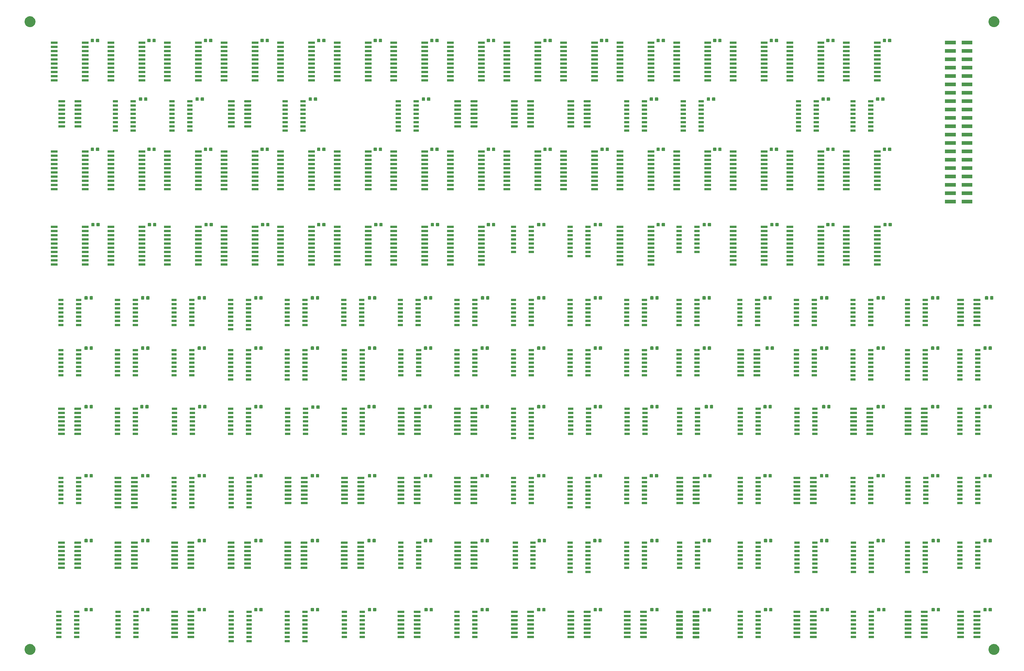
<source format=gbr>
G04 #@! TF.GenerationSoftware,KiCad,Pcbnew,5.1.2-f72e74a~84~ubuntu18.04.1*
G04 #@! TF.CreationDate,2019-07-21T21:18:24+01:00*
G04 #@! TF.ProjectId,cisc-8,63697363-2d38-42e6-9b69-6361645f7063,rev?*
G04 #@! TF.SameCoordinates,Original*
G04 #@! TF.FileFunction,Soldermask,Top*
G04 #@! TF.FilePolarity,Negative*
%FSLAX46Y46*%
G04 Gerber Fmt 4.6, Leading zero omitted, Abs format (unit mm)*
G04 Created by KiCad (PCBNEW 5.1.2-f72e74a~84~ubuntu18.04.1) date 2019-07-21 21:18:24*
%MOMM*%
%LPD*%
G04 APERTURE LIST*
%ADD10C,0.100000*%
G04 APERTURE END LIST*
D10*
G36*
X336925256Y-220641298D02*
G01*
X337031579Y-220662447D01*
X337332042Y-220786903D01*
X337602451Y-220967585D01*
X337832415Y-221197549D01*
X338013097Y-221467958D01*
X338137553Y-221768421D01*
X338201000Y-222087391D01*
X338201000Y-222412609D01*
X338137553Y-222731579D01*
X338013097Y-223032042D01*
X337832415Y-223302451D01*
X337602451Y-223532415D01*
X337332042Y-223713097D01*
X337031579Y-223837553D01*
X336925256Y-223858702D01*
X336712611Y-223901000D01*
X336387389Y-223901000D01*
X336174744Y-223858702D01*
X336068421Y-223837553D01*
X335767958Y-223713097D01*
X335497549Y-223532415D01*
X335267585Y-223302451D01*
X335086903Y-223032042D01*
X334962447Y-222731579D01*
X334899000Y-222412609D01*
X334899000Y-222087391D01*
X334962447Y-221768421D01*
X335086903Y-221467958D01*
X335267585Y-221197549D01*
X335497549Y-220967585D01*
X335767958Y-220786903D01*
X336068421Y-220662447D01*
X336174744Y-220641298D01*
X336387389Y-220599000D01*
X336712611Y-220599000D01*
X336925256Y-220641298D01*
X336925256Y-220641298D01*
G37*
G36*
X44825256Y-220641298D02*
G01*
X44931579Y-220662447D01*
X45232042Y-220786903D01*
X45502451Y-220967585D01*
X45732415Y-221197549D01*
X45913097Y-221467958D01*
X46037553Y-221768421D01*
X46101000Y-222087391D01*
X46101000Y-222412609D01*
X46037553Y-222731579D01*
X45913097Y-223032042D01*
X45732415Y-223302451D01*
X45502451Y-223532415D01*
X45232042Y-223713097D01*
X44931579Y-223837553D01*
X44825256Y-223858702D01*
X44612611Y-223901000D01*
X44287389Y-223901000D01*
X44074744Y-223858702D01*
X43968421Y-223837553D01*
X43667958Y-223713097D01*
X43397549Y-223532415D01*
X43167585Y-223302451D01*
X42986903Y-223032042D01*
X42862447Y-222731579D01*
X42799000Y-222412609D01*
X42799000Y-222087391D01*
X42862447Y-221768421D01*
X42986903Y-221467958D01*
X43167585Y-221197549D01*
X43397549Y-220967585D01*
X43667958Y-220786903D01*
X43968421Y-220662447D01*
X44074744Y-220641298D01*
X44287389Y-220599000D01*
X44612611Y-220599000D01*
X44825256Y-220641298D01*
X44825256Y-220641298D01*
G37*
G36*
X106211000Y-220061000D02*
G01*
X104609000Y-220061000D01*
X104609000Y-219359000D01*
X106211000Y-219359000D01*
X106211000Y-220061000D01*
X106211000Y-220061000D01*
G37*
G36*
X111611000Y-220061000D02*
G01*
X110009000Y-220061000D01*
X110009000Y-219359000D01*
X111611000Y-219359000D01*
X111611000Y-220061000D01*
X111611000Y-220061000D01*
G37*
G36*
X128596000Y-220061000D02*
G01*
X126994000Y-220061000D01*
X126994000Y-219359000D01*
X128596000Y-219359000D01*
X128596000Y-220061000D01*
X128596000Y-220061000D01*
G37*
G36*
X123196000Y-220061000D02*
G01*
X121594000Y-220061000D01*
X121594000Y-219359000D01*
X123196000Y-219359000D01*
X123196000Y-220061000D01*
X123196000Y-220061000D01*
G37*
G36*
X242234928Y-218156764D02*
G01*
X242256009Y-218163160D01*
X242275445Y-218173548D01*
X242292476Y-218187524D01*
X242306452Y-218204555D01*
X242316840Y-218223991D01*
X242323236Y-218245072D01*
X242326000Y-218273140D01*
X242326000Y-218736860D01*
X242323236Y-218764928D01*
X242316840Y-218786009D01*
X242306452Y-218805445D01*
X242292476Y-218822476D01*
X242275445Y-218836452D01*
X242256009Y-218846840D01*
X242234928Y-218853236D01*
X242206860Y-218856000D01*
X240393140Y-218856000D01*
X240365072Y-218853236D01*
X240343991Y-218846840D01*
X240324555Y-218836452D01*
X240307524Y-218822476D01*
X240293548Y-218805445D01*
X240283160Y-218786009D01*
X240276764Y-218764928D01*
X240274000Y-218736860D01*
X240274000Y-218273140D01*
X240276764Y-218245072D01*
X240283160Y-218223991D01*
X240293548Y-218204555D01*
X240307524Y-218187524D01*
X240324555Y-218173548D01*
X240343991Y-218163160D01*
X240365072Y-218156764D01*
X240393140Y-218154000D01*
X242206860Y-218154000D01*
X242234928Y-218156764D01*
X242234928Y-218156764D01*
G37*
G36*
X247184928Y-218156764D02*
G01*
X247206009Y-218163160D01*
X247225445Y-218173548D01*
X247242476Y-218187524D01*
X247256452Y-218204555D01*
X247266840Y-218223991D01*
X247273236Y-218245072D01*
X247276000Y-218273140D01*
X247276000Y-218736860D01*
X247273236Y-218764928D01*
X247266840Y-218786009D01*
X247256452Y-218805445D01*
X247242476Y-218822476D01*
X247225445Y-218836452D01*
X247206009Y-218846840D01*
X247184928Y-218853236D01*
X247156860Y-218856000D01*
X245343140Y-218856000D01*
X245315072Y-218853236D01*
X245293991Y-218846840D01*
X245274555Y-218836452D01*
X245257524Y-218822476D01*
X245243548Y-218805445D01*
X245233160Y-218786009D01*
X245226764Y-218764928D01*
X245224000Y-218736860D01*
X245224000Y-218273140D01*
X245226764Y-218245072D01*
X245233160Y-218223991D01*
X245243548Y-218204555D01*
X245257524Y-218187524D01*
X245274555Y-218173548D01*
X245293991Y-218163160D01*
X245315072Y-218156764D01*
X245343140Y-218154000D01*
X247156860Y-218154000D01*
X247184928Y-218156764D01*
X247184928Y-218156764D01*
G37*
G36*
X140501000Y-218791000D02*
G01*
X138899000Y-218791000D01*
X138899000Y-218089000D01*
X140501000Y-218089000D01*
X140501000Y-218791000D01*
X140501000Y-218791000D01*
G37*
G36*
X277794928Y-218091764D02*
G01*
X277816009Y-218098160D01*
X277835445Y-218108548D01*
X277852476Y-218122524D01*
X277866452Y-218139555D01*
X277876840Y-218158991D01*
X277883236Y-218180072D01*
X277886000Y-218208140D01*
X277886000Y-218671860D01*
X277883236Y-218699928D01*
X277876840Y-218721009D01*
X277866452Y-218740445D01*
X277852476Y-218757476D01*
X277835445Y-218771452D01*
X277816009Y-218781840D01*
X277794928Y-218788236D01*
X277766860Y-218791000D01*
X275953140Y-218791000D01*
X275925072Y-218788236D01*
X275903991Y-218781840D01*
X275884555Y-218771452D01*
X275867524Y-218757476D01*
X275853548Y-218740445D01*
X275843160Y-218721009D01*
X275836764Y-218699928D01*
X275834000Y-218671860D01*
X275834000Y-218208140D01*
X275836764Y-218180072D01*
X275843160Y-218158991D01*
X275853548Y-218139555D01*
X275867524Y-218122524D01*
X275884555Y-218108548D01*
X275903991Y-218098160D01*
X275925072Y-218091764D01*
X275953140Y-218089000D01*
X277766860Y-218089000D01*
X277794928Y-218091764D01*
X277794928Y-218091764D01*
G37*
G36*
X294806000Y-218791000D02*
G01*
X293204000Y-218791000D01*
X293204000Y-218089000D01*
X294806000Y-218089000D01*
X294806000Y-218791000D01*
X294806000Y-218791000D01*
G37*
G36*
X311449928Y-218091764D02*
G01*
X311471009Y-218098160D01*
X311490445Y-218108548D01*
X311507476Y-218122524D01*
X311521452Y-218139555D01*
X311531840Y-218158991D01*
X311538236Y-218180072D01*
X311541000Y-218208140D01*
X311541000Y-218671860D01*
X311538236Y-218699928D01*
X311531840Y-218721009D01*
X311521452Y-218740445D01*
X311507476Y-218757476D01*
X311490445Y-218771452D01*
X311471009Y-218781840D01*
X311449928Y-218788236D01*
X311421860Y-218791000D01*
X309608140Y-218791000D01*
X309580072Y-218788236D01*
X309558991Y-218781840D01*
X309539555Y-218771452D01*
X309522524Y-218757476D01*
X309508548Y-218740445D01*
X309498160Y-218721009D01*
X309491764Y-218699928D01*
X309489000Y-218671860D01*
X309489000Y-218208140D01*
X309491764Y-218180072D01*
X309498160Y-218158991D01*
X309508548Y-218139555D01*
X309522524Y-218122524D01*
X309539555Y-218108548D01*
X309558991Y-218098160D01*
X309580072Y-218091764D01*
X309608140Y-218089000D01*
X311421860Y-218089000D01*
X311449928Y-218091764D01*
X311449928Y-218091764D01*
G37*
G36*
X316399928Y-218091764D02*
G01*
X316421009Y-218098160D01*
X316440445Y-218108548D01*
X316457476Y-218122524D01*
X316471452Y-218139555D01*
X316481840Y-218158991D01*
X316488236Y-218180072D01*
X316491000Y-218208140D01*
X316491000Y-218671860D01*
X316488236Y-218699928D01*
X316481840Y-218721009D01*
X316471452Y-218740445D01*
X316457476Y-218757476D01*
X316440445Y-218771452D01*
X316421009Y-218781840D01*
X316399928Y-218788236D01*
X316371860Y-218791000D01*
X314558140Y-218791000D01*
X314530072Y-218788236D01*
X314508991Y-218781840D01*
X314489555Y-218771452D01*
X314472524Y-218757476D01*
X314458548Y-218740445D01*
X314448160Y-218721009D01*
X314441764Y-218699928D01*
X314439000Y-218671860D01*
X314439000Y-218208140D01*
X314441764Y-218180072D01*
X314448160Y-218158991D01*
X314458548Y-218139555D01*
X314472524Y-218122524D01*
X314489555Y-218108548D01*
X314508991Y-218098160D01*
X314530072Y-218091764D01*
X314558140Y-218089000D01*
X316371860Y-218089000D01*
X316399928Y-218091764D01*
X316399928Y-218091764D01*
G37*
G36*
X300206000Y-218791000D02*
G01*
X298604000Y-218791000D01*
X298604000Y-218089000D01*
X300206000Y-218089000D01*
X300206000Y-218791000D01*
X300206000Y-218791000D01*
G37*
G36*
X282744928Y-218091764D02*
G01*
X282766009Y-218098160D01*
X282785445Y-218108548D01*
X282802476Y-218122524D01*
X282816452Y-218139555D01*
X282826840Y-218158991D01*
X282833236Y-218180072D01*
X282836000Y-218208140D01*
X282836000Y-218671860D01*
X282833236Y-218699928D01*
X282826840Y-218721009D01*
X282816452Y-218740445D01*
X282802476Y-218757476D01*
X282785445Y-218771452D01*
X282766009Y-218781840D01*
X282744928Y-218788236D01*
X282716860Y-218791000D01*
X280903140Y-218791000D01*
X280875072Y-218788236D01*
X280853991Y-218781840D01*
X280834555Y-218771452D01*
X280817524Y-218757476D01*
X280803548Y-218740445D01*
X280793160Y-218721009D01*
X280786764Y-218699928D01*
X280784000Y-218671860D01*
X280784000Y-218208140D01*
X280786764Y-218180072D01*
X280793160Y-218158991D01*
X280803548Y-218139555D01*
X280817524Y-218122524D01*
X280834555Y-218108548D01*
X280853991Y-218098160D01*
X280875072Y-218091764D01*
X280903140Y-218089000D01*
X282716860Y-218089000D01*
X282744928Y-218091764D01*
X282744928Y-218091764D01*
G37*
G36*
X265916000Y-218791000D02*
G01*
X264314000Y-218791000D01*
X264314000Y-218089000D01*
X265916000Y-218089000D01*
X265916000Y-218791000D01*
X265916000Y-218791000D01*
G37*
G36*
X260516000Y-218791000D02*
G01*
X258914000Y-218791000D01*
X258914000Y-218089000D01*
X260516000Y-218089000D01*
X260516000Y-218791000D01*
X260516000Y-218791000D01*
G37*
G36*
X77321000Y-218791000D02*
G01*
X75719000Y-218791000D01*
X75719000Y-218089000D01*
X77321000Y-218089000D01*
X77321000Y-218791000D01*
X77321000Y-218791000D01*
G37*
G36*
X71921000Y-218791000D02*
G01*
X70319000Y-218791000D01*
X70319000Y-218089000D01*
X71921000Y-218089000D01*
X71921000Y-218791000D01*
X71921000Y-218791000D01*
G37*
G36*
X53981000Y-218791000D02*
G01*
X52379000Y-218791000D01*
X52379000Y-218089000D01*
X53981000Y-218089000D01*
X53981000Y-218791000D01*
X53981000Y-218791000D01*
G37*
G36*
X59381000Y-218791000D02*
G01*
X57779000Y-218791000D01*
X57779000Y-218089000D01*
X59381000Y-218089000D01*
X59381000Y-218791000D01*
X59381000Y-218791000D01*
G37*
G36*
X192134928Y-218091764D02*
G01*
X192156009Y-218098160D01*
X192175445Y-218108548D01*
X192192476Y-218122524D01*
X192206452Y-218139555D01*
X192216840Y-218158991D01*
X192223236Y-218180072D01*
X192226000Y-218208140D01*
X192226000Y-218671860D01*
X192223236Y-218699928D01*
X192216840Y-218721009D01*
X192206452Y-218740445D01*
X192192476Y-218757476D01*
X192175445Y-218771452D01*
X192156009Y-218781840D01*
X192134928Y-218788236D01*
X192106860Y-218791000D01*
X190293140Y-218791000D01*
X190265072Y-218788236D01*
X190243991Y-218781840D01*
X190224555Y-218771452D01*
X190207524Y-218757476D01*
X190193548Y-218740445D01*
X190183160Y-218721009D01*
X190176764Y-218699928D01*
X190174000Y-218671860D01*
X190174000Y-218208140D01*
X190176764Y-218180072D01*
X190183160Y-218158991D01*
X190193548Y-218139555D01*
X190207524Y-218122524D01*
X190224555Y-218108548D01*
X190243991Y-218098160D01*
X190265072Y-218091764D01*
X190293140Y-218089000D01*
X192106860Y-218089000D01*
X192134928Y-218091764D01*
X192134928Y-218091764D01*
G37*
G36*
X197084928Y-218091764D02*
G01*
X197106009Y-218098160D01*
X197125445Y-218108548D01*
X197142476Y-218122524D01*
X197156452Y-218139555D01*
X197166840Y-218158991D01*
X197173236Y-218180072D01*
X197176000Y-218208140D01*
X197176000Y-218671860D01*
X197173236Y-218699928D01*
X197166840Y-218721009D01*
X197156452Y-218740445D01*
X197142476Y-218757476D01*
X197125445Y-218771452D01*
X197106009Y-218781840D01*
X197084928Y-218788236D01*
X197056860Y-218791000D01*
X195243140Y-218791000D01*
X195215072Y-218788236D01*
X195193991Y-218781840D01*
X195174555Y-218771452D01*
X195157524Y-218757476D01*
X195143548Y-218740445D01*
X195133160Y-218721009D01*
X195126764Y-218699928D01*
X195124000Y-218671860D01*
X195124000Y-218208140D01*
X195126764Y-218180072D01*
X195133160Y-218158991D01*
X195143548Y-218139555D01*
X195157524Y-218122524D01*
X195174555Y-218108548D01*
X195193991Y-218098160D01*
X195215072Y-218091764D01*
X195243140Y-218089000D01*
X197056860Y-218089000D01*
X197084928Y-218091764D01*
X197084928Y-218091764D01*
G37*
G36*
X209279928Y-218091764D02*
G01*
X209301009Y-218098160D01*
X209320445Y-218108548D01*
X209337476Y-218122524D01*
X209351452Y-218139555D01*
X209361840Y-218158991D01*
X209368236Y-218180072D01*
X209371000Y-218208140D01*
X209371000Y-218671860D01*
X209368236Y-218699928D01*
X209361840Y-218721009D01*
X209351452Y-218740445D01*
X209337476Y-218757476D01*
X209320445Y-218771452D01*
X209301009Y-218781840D01*
X209279928Y-218788236D01*
X209251860Y-218791000D01*
X207438140Y-218791000D01*
X207410072Y-218788236D01*
X207388991Y-218781840D01*
X207369555Y-218771452D01*
X207352524Y-218757476D01*
X207338548Y-218740445D01*
X207328160Y-218721009D01*
X207321764Y-218699928D01*
X207319000Y-218671860D01*
X207319000Y-218208140D01*
X207321764Y-218180072D01*
X207328160Y-218158991D01*
X207338548Y-218139555D01*
X207352524Y-218122524D01*
X207369555Y-218108548D01*
X207388991Y-218098160D01*
X207410072Y-218091764D01*
X207438140Y-218089000D01*
X209251860Y-218089000D01*
X209279928Y-218091764D01*
X209279928Y-218091764D01*
G37*
G36*
X327389928Y-218091764D02*
G01*
X327411009Y-218098160D01*
X327430445Y-218108548D01*
X327447476Y-218122524D01*
X327461452Y-218139555D01*
X327471840Y-218158991D01*
X327478236Y-218180072D01*
X327481000Y-218208140D01*
X327481000Y-218671860D01*
X327478236Y-218699928D01*
X327471840Y-218721009D01*
X327461452Y-218740445D01*
X327447476Y-218757476D01*
X327430445Y-218771452D01*
X327411009Y-218781840D01*
X327389928Y-218788236D01*
X327361860Y-218791000D01*
X325548140Y-218791000D01*
X325520072Y-218788236D01*
X325498991Y-218781840D01*
X325479555Y-218771452D01*
X325462524Y-218757476D01*
X325448548Y-218740445D01*
X325438160Y-218721009D01*
X325431764Y-218699928D01*
X325429000Y-218671860D01*
X325429000Y-218208140D01*
X325431764Y-218180072D01*
X325438160Y-218158991D01*
X325448548Y-218139555D01*
X325462524Y-218122524D01*
X325479555Y-218108548D01*
X325498991Y-218098160D01*
X325520072Y-218091764D01*
X325548140Y-218089000D01*
X327361860Y-218089000D01*
X327389928Y-218091764D01*
X327389928Y-218091764D01*
G37*
G36*
X145901000Y-218791000D02*
G01*
X144299000Y-218791000D01*
X144299000Y-218089000D01*
X145901000Y-218089000D01*
X145901000Y-218791000D01*
X145901000Y-218791000D01*
G37*
G36*
X226359928Y-218091764D02*
G01*
X226381009Y-218098160D01*
X226400445Y-218108548D01*
X226417476Y-218122524D01*
X226431452Y-218139555D01*
X226441840Y-218158991D01*
X226448236Y-218180072D01*
X226451000Y-218208140D01*
X226451000Y-218671860D01*
X226448236Y-218699928D01*
X226441840Y-218721009D01*
X226431452Y-218740445D01*
X226417476Y-218757476D01*
X226400445Y-218771452D01*
X226381009Y-218781840D01*
X226359928Y-218788236D01*
X226331860Y-218791000D01*
X224518140Y-218791000D01*
X224490072Y-218788236D01*
X224468991Y-218781840D01*
X224449555Y-218771452D01*
X224432524Y-218757476D01*
X224418548Y-218740445D01*
X224408160Y-218721009D01*
X224401764Y-218699928D01*
X224399000Y-218671860D01*
X224399000Y-218208140D01*
X224401764Y-218180072D01*
X224408160Y-218158991D01*
X224418548Y-218139555D01*
X224432524Y-218122524D01*
X224449555Y-218108548D01*
X224468991Y-218098160D01*
X224490072Y-218091764D01*
X224518140Y-218089000D01*
X226331860Y-218089000D01*
X226359928Y-218091764D01*
X226359928Y-218091764D01*
G37*
G36*
X231309928Y-218091764D02*
G01*
X231331009Y-218098160D01*
X231350445Y-218108548D01*
X231367476Y-218122524D01*
X231381452Y-218139555D01*
X231391840Y-218158991D01*
X231398236Y-218180072D01*
X231401000Y-218208140D01*
X231401000Y-218671860D01*
X231398236Y-218699928D01*
X231391840Y-218721009D01*
X231381452Y-218740445D01*
X231367476Y-218757476D01*
X231350445Y-218771452D01*
X231331009Y-218781840D01*
X231309928Y-218788236D01*
X231281860Y-218791000D01*
X229468140Y-218791000D01*
X229440072Y-218788236D01*
X229418991Y-218781840D01*
X229399555Y-218771452D01*
X229382524Y-218757476D01*
X229368548Y-218740445D01*
X229358160Y-218721009D01*
X229351764Y-218699928D01*
X229349000Y-218671860D01*
X229349000Y-218208140D01*
X229351764Y-218180072D01*
X229358160Y-218158991D01*
X229368548Y-218139555D01*
X229382524Y-218122524D01*
X229399555Y-218108548D01*
X229418991Y-218098160D01*
X229440072Y-218091764D01*
X229468140Y-218089000D01*
X231281860Y-218089000D01*
X231309928Y-218091764D01*
X231309928Y-218091764D01*
G37*
G36*
X157779928Y-218091764D02*
G01*
X157801009Y-218098160D01*
X157820445Y-218108548D01*
X157837476Y-218122524D01*
X157851452Y-218139555D01*
X157861840Y-218158991D01*
X157868236Y-218180072D01*
X157871000Y-218208140D01*
X157871000Y-218671860D01*
X157868236Y-218699928D01*
X157861840Y-218721009D01*
X157851452Y-218740445D01*
X157837476Y-218757476D01*
X157820445Y-218771452D01*
X157801009Y-218781840D01*
X157779928Y-218788236D01*
X157751860Y-218791000D01*
X155938140Y-218791000D01*
X155910072Y-218788236D01*
X155888991Y-218781840D01*
X155869555Y-218771452D01*
X155852524Y-218757476D01*
X155838548Y-218740445D01*
X155828160Y-218721009D01*
X155821764Y-218699928D01*
X155819000Y-218671860D01*
X155819000Y-218208140D01*
X155821764Y-218180072D01*
X155828160Y-218158991D01*
X155838548Y-218139555D01*
X155852524Y-218122524D01*
X155869555Y-218108548D01*
X155888991Y-218098160D01*
X155910072Y-218091764D01*
X155938140Y-218089000D01*
X157751860Y-218089000D01*
X157779928Y-218091764D01*
X157779928Y-218091764D01*
G37*
G36*
X162729928Y-218091764D02*
G01*
X162751009Y-218098160D01*
X162770445Y-218108548D01*
X162787476Y-218122524D01*
X162801452Y-218139555D01*
X162811840Y-218158991D01*
X162818236Y-218180072D01*
X162821000Y-218208140D01*
X162821000Y-218671860D01*
X162818236Y-218699928D01*
X162811840Y-218721009D01*
X162801452Y-218740445D01*
X162787476Y-218757476D01*
X162770445Y-218771452D01*
X162751009Y-218781840D01*
X162729928Y-218788236D01*
X162701860Y-218791000D01*
X160888140Y-218791000D01*
X160860072Y-218788236D01*
X160838991Y-218781840D01*
X160819555Y-218771452D01*
X160802524Y-218757476D01*
X160788548Y-218740445D01*
X160778160Y-218721009D01*
X160771764Y-218699928D01*
X160769000Y-218671860D01*
X160769000Y-218208140D01*
X160771764Y-218180072D01*
X160778160Y-218158991D01*
X160788548Y-218139555D01*
X160802524Y-218122524D01*
X160819555Y-218108548D01*
X160838991Y-218098160D01*
X160860072Y-218091764D01*
X160888140Y-218089000D01*
X162701860Y-218089000D01*
X162729928Y-218091764D01*
X162729928Y-218091764D01*
G37*
G36*
X89199928Y-218091764D02*
G01*
X89221009Y-218098160D01*
X89240445Y-218108548D01*
X89257476Y-218122524D01*
X89271452Y-218139555D01*
X89281840Y-218158991D01*
X89288236Y-218180072D01*
X89291000Y-218208140D01*
X89291000Y-218671860D01*
X89288236Y-218699928D01*
X89281840Y-218721009D01*
X89271452Y-218740445D01*
X89257476Y-218757476D01*
X89240445Y-218771452D01*
X89221009Y-218781840D01*
X89199928Y-218788236D01*
X89171860Y-218791000D01*
X87358140Y-218791000D01*
X87330072Y-218788236D01*
X87308991Y-218781840D01*
X87289555Y-218771452D01*
X87272524Y-218757476D01*
X87258548Y-218740445D01*
X87248160Y-218721009D01*
X87241764Y-218699928D01*
X87239000Y-218671860D01*
X87239000Y-218208140D01*
X87241764Y-218180072D01*
X87248160Y-218158991D01*
X87258548Y-218139555D01*
X87272524Y-218122524D01*
X87289555Y-218108548D01*
X87308991Y-218098160D01*
X87330072Y-218091764D01*
X87358140Y-218089000D01*
X89171860Y-218089000D01*
X89199928Y-218091764D01*
X89199928Y-218091764D01*
G37*
G36*
X94149928Y-218091764D02*
G01*
X94171009Y-218098160D01*
X94190445Y-218108548D01*
X94207476Y-218122524D01*
X94221452Y-218139555D01*
X94231840Y-218158991D01*
X94238236Y-218180072D01*
X94241000Y-218208140D01*
X94241000Y-218671860D01*
X94238236Y-218699928D01*
X94231840Y-218721009D01*
X94221452Y-218740445D01*
X94207476Y-218757476D01*
X94190445Y-218771452D01*
X94171009Y-218781840D01*
X94149928Y-218788236D01*
X94121860Y-218791000D01*
X92308140Y-218791000D01*
X92280072Y-218788236D01*
X92258991Y-218781840D01*
X92239555Y-218771452D01*
X92222524Y-218757476D01*
X92208548Y-218740445D01*
X92198160Y-218721009D01*
X92191764Y-218699928D01*
X92189000Y-218671860D01*
X92189000Y-218208140D01*
X92191764Y-218180072D01*
X92198160Y-218158991D01*
X92208548Y-218139555D01*
X92222524Y-218122524D01*
X92239555Y-218108548D01*
X92258991Y-218098160D01*
X92280072Y-218091764D01*
X92308140Y-218089000D01*
X94121860Y-218089000D01*
X94149928Y-218091764D01*
X94149928Y-218091764D01*
G37*
G36*
X111611000Y-218791000D02*
G01*
X110009000Y-218791000D01*
X110009000Y-218089000D01*
X111611000Y-218089000D01*
X111611000Y-218791000D01*
X111611000Y-218791000D01*
G37*
G36*
X214229928Y-218091764D02*
G01*
X214251009Y-218098160D01*
X214270445Y-218108548D01*
X214287476Y-218122524D01*
X214301452Y-218139555D01*
X214311840Y-218158991D01*
X214318236Y-218180072D01*
X214321000Y-218208140D01*
X214321000Y-218671860D01*
X214318236Y-218699928D01*
X214311840Y-218721009D01*
X214301452Y-218740445D01*
X214287476Y-218757476D01*
X214270445Y-218771452D01*
X214251009Y-218781840D01*
X214229928Y-218788236D01*
X214201860Y-218791000D01*
X212388140Y-218791000D01*
X212360072Y-218788236D01*
X212338991Y-218781840D01*
X212319555Y-218771452D01*
X212302524Y-218757476D01*
X212288548Y-218740445D01*
X212278160Y-218721009D01*
X212271764Y-218699928D01*
X212269000Y-218671860D01*
X212269000Y-218208140D01*
X212271764Y-218180072D01*
X212278160Y-218158991D01*
X212288548Y-218139555D01*
X212302524Y-218122524D01*
X212319555Y-218108548D01*
X212338991Y-218098160D01*
X212360072Y-218091764D01*
X212388140Y-218089000D01*
X214201860Y-218089000D01*
X214229928Y-218091764D01*
X214229928Y-218091764D01*
G37*
G36*
X106211000Y-218791000D02*
G01*
X104609000Y-218791000D01*
X104609000Y-218089000D01*
X106211000Y-218089000D01*
X106211000Y-218791000D01*
X106211000Y-218791000D01*
G37*
G36*
X332339928Y-218091764D02*
G01*
X332361009Y-218098160D01*
X332380445Y-218108548D01*
X332397476Y-218122524D01*
X332411452Y-218139555D01*
X332421840Y-218158991D01*
X332428236Y-218180072D01*
X332431000Y-218208140D01*
X332431000Y-218671860D01*
X332428236Y-218699928D01*
X332421840Y-218721009D01*
X332411452Y-218740445D01*
X332397476Y-218757476D01*
X332380445Y-218771452D01*
X332361009Y-218781840D01*
X332339928Y-218788236D01*
X332311860Y-218791000D01*
X330498140Y-218791000D01*
X330470072Y-218788236D01*
X330448991Y-218781840D01*
X330429555Y-218771452D01*
X330412524Y-218757476D01*
X330398548Y-218740445D01*
X330388160Y-218721009D01*
X330381764Y-218699928D01*
X330379000Y-218671860D01*
X330379000Y-218208140D01*
X330381764Y-218180072D01*
X330388160Y-218158991D01*
X330398548Y-218139555D01*
X330412524Y-218122524D01*
X330429555Y-218108548D01*
X330448991Y-218098160D01*
X330470072Y-218091764D01*
X330498140Y-218089000D01*
X332311860Y-218089000D01*
X332339928Y-218091764D01*
X332339928Y-218091764D01*
G37*
G36*
X123196000Y-218791000D02*
G01*
X121594000Y-218791000D01*
X121594000Y-218089000D01*
X123196000Y-218089000D01*
X123196000Y-218791000D01*
X123196000Y-218791000D01*
G37*
G36*
X128596000Y-218791000D02*
G01*
X126994000Y-218791000D01*
X126994000Y-218089000D01*
X128596000Y-218089000D01*
X128596000Y-218791000D01*
X128596000Y-218791000D01*
G37*
G36*
X180031000Y-218791000D02*
G01*
X178429000Y-218791000D01*
X178429000Y-218089000D01*
X180031000Y-218089000D01*
X180031000Y-218791000D01*
X180031000Y-218791000D01*
G37*
G36*
X174631000Y-218791000D02*
G01*
X173029000Y-218791000D01*
X173029000Y-218089000D01*
X174631000Y-218089000D01*
X174631000Y-218791000D01*
X174631000Y-218791000D01*
G37*
G36*
X247184928Y-216886764D02*
G01*
X247206009Y-216893160D01*
X247225445Y-216903548D01*
X247242476Y-216917524D01*
X247256452Y-216934555D01*
X247266840Y-216953991D01*
X247273236Y-216975072D01*
X247276000Y-217003140D01*
X247276000Y-217466860D01*
X247273236Y-217494928D01*
X247266840Y-217516009D01*
X247256452Y-217535445D01*
X247242476Y-217552476D01*
X247225445Y-217566452D01*
X247206009Y-217576840D01*
X247184928Y-217583236D01*
X247156860Y-217586000D01*
X245343140Y-217586000D01*
X245315072Y-217583236D01*
X245293991Y-217576840D01*
X245274555Y-217566452D01*
X245257524Y-217552476D01*
X245243548Y-217535445D01*
X245233160Y-217516009D01*
X245226764Y-217494928D01*
X245224000Y-217466860D01*
X245224000Y-217003140D01*
X245226764Y-216975072D01*
X245233160Y-216953991D01*
X245243548Y-216934555D01*
X245257524Y-216917524D01*
X245274555Y-216903548D01*
X245293991Y-216893160D01*
X245315072Y-216886764D01*
X245343140Y-216884000D01*
X247156860Y-216884000D01*
X247184928Y-216886764D01*
X247184928Y-216886764D01*
G37*
G36*
X242234928Y-216886764D02*
G01*
X242256009Y-216893160D01*
X242275445Y-216903548D01*
X242292476Y-216917524D01*
X242306452Y-216934555D01*
X242316840Y-216953991D01*
X242323236Y-216975072D01*
X242326000Y-217003140D01*
X242326000Y-217466860D01*
X242323236Y-217494928D01*
X242316840Y-217516009D01*
X242306452Y-217535445D01*
X242292476Y-217552476D01*
X242275445Y-217566452D01*
X242256009Y-217576840D01*
X242234928Y-217583236D01*
X242206860Y-217586000D01*
X240393140Y-217586000D01*
X240365072Y-217583236D01*
X240343991Y-217576840D01*
X240324555Y-217566452D01*
X240307524Y-217552476D01*
X240293548Y-217535445D01*
X240283160Y-217516009D01*
X240276764Y-217494928D01*
X240274000Y-217466860D01*
X240274000Y-217003140D01*
X240276764Y-216975072D01*
X240283160Y-216953991D01*
X240293548Y-216934555D01*
X240307524Y-216917524D01*
X240324555Y-216903548D01*
X240343991Y-216893160D01*
X240365072Y-216886764D01*
X240393140Y-216884000D01*
X242206860Y-216884000D01*
X242234928Y-216886764D01*
X242234928Y-216886764D01*
G37*
G36*
X226359928Y-216821764D02*
G01*
X226381009Y-216828160D01*
X226400445Y-216838548D01*
X226417476Y-216852524D01*
X226431452Y-216869555D01*
X226441840Y-216888991D01*
X226448236Y-216910072D01*
X226451000Y-216938140D01*
X226451000Y-217401860D01*
X226448236Y-217429928D01*
X226441840Y-217451009D01*
X226431452Y-217470445D01*
X226417476Y-217487476D01*
X226400445Y-217501452D01*
X226381009Y-217511840D01*
X226359928Y-217518236D01*
X226331860Y-217521000D01*
X224518140Y-217521000D01*
X224490072Y-217518236D01*
X224468991Y-217511840D01*
X224449555Y-217501452D01*
X224432524Y-217487476D01*
X224418548Y-217470445D01*
X224408160Y-217451009D01*
X224401764Y-217429928D01*
X224399000Y-217401860D01*
X224399000Y-216938140D01*
X224401764Y-216910072D01*
X224408160Y-216888991D01*
X224418548Y-216869555D01*
X224432524Y-216852524D01*
X224449555Y-216838548D01*
X224468991Y-216828160D01*
X224490072Y-216821764D01*
X224518140Y-216819000D01*
X226331860Y-216819000D01*
X226359928Y-216821764D01*
X226359928Y-216821764D01*
G37*
G36*
X260516000Y-217521000D02*
G01*
X258914000Y-217521000D01*
X258914000Y-216819000D01*
X260516000Y-216819000D01*
X260516000Y-217521000D01*
X260516000Y-217521000D01*
G37*
G36*
X77321000Y-217521000D02*
G01*
X75719000Y-217521000D01*
X75719000Y-216819000D01*
X77321000Y-216819000D01*
X77321000Y-217521000D01*
X77321000Y-217521000D01*
G37*
G36*
X71921000Y-217521000D02*
G01*
X70319000Y-217521000D01*
X70319000Y-216819000D01*
X71921000Y-216819000D01*
X71921000Y-217521000D01*
X71921000Y-217521000D01*
G37*
G36*
X53981000Y-217521000D02*
G01*
X52379000Y-217521000D01*
X52379000Y-216819000D01*
X53981000Y-216819000D01*
X53981000Y-217521000D01*
X53981000Y-217521000D01*
G37*
G36*
X59381000Y-217521000D02*
G01*
X57779000Y-217521000D01*
X57779000Y-216819000D01*
X59381000Y-216819000D01*
X59381000Y-217521000D01*
X59381000Y-217521000D01*
G37*
G36*
X89199928Y-216821764D02*
G01*
X89221009Y-216828160D01*
X89240445Y-216838548D01*
X89257476Y-216852524D01*
X89271452Y-216869555D01*
X89281840Y-216888991D01*
X89288236Y-216910072D01*
X89291000Y-216938140D01*
X89291000Y-217401860D01*
X89288236Y-217429928D01*
X89281840Y-217451009D01*
X89271452Y-217470445D01*
X89257476Y-217487476D01*
X89240445Y-217501452D01*
X89221009Y-217511840D01*
X89199928Y-217518236D01*
X89171860Y-217521000D01*
X87358140Y-217521000D01*
X87330072Y-217518236D01*
X87308991Y-217511840D01*
X87289555Y-217501452D01*
X87272524Y-217487476D01*
X87258548Y-217470445D01*
X87248160Y-217451009D01*
X87241764Y-217429928D01*
X87239000Y-217401860D01*
X87239000Y-216938140D01*
X87241764Y-216910072D01*
X87248160Y-216888991D01*
X87258548Y-216869555D01*
X87272524Y-216852524D01*
X87289555Y-216838548D01*
X87308991Y-216828160D01*
X87330072Y-216821764D01*
X87358140Y-216819000D01*
X89171860Y-216819000D01*
X89199928Y-216821764D01*
X89199928Y-216821764D01*
G37*
G36*
X197084928Y-216821764D02*
G01*
X197106009Y-216828160D01*
X197125445Y-216838548D01*
X197142476Y-216852524D01*
X197156452Y-216869555D01*
X197166840Y-216888991D01*
X197173236Y-216910072D01*
X197176000Y-216938140D01*
X197176000Y-217401860D01*
X197173236Y-217429928D01*
X197166840Y-217451009D01*
X197156452Y-217470445D01*
X197142476Y-217487476D01*
X197125445Y-217501452D01*
X197106009Y-217511840D01*
X197084928Y-217518236D01*
X197056860Y-217521000D01*
X195243140Y-217521000D01*
X195215072Y-217518236D01*
X195193991Y-217511840D01*
X195174555Y-217501452D01*
X195157524Y-217487476D01*
X195143548Y-217470445D01*
X195133160Y-217451009D01*
X195126764Y-217429928D01*
X195124000Y-217401860D01*
X195124000Y-216938140D01*
X195126764Y-216910072D01*
X195133160Y-216888991D01*
X195143548Y-216869555D01*
X195157524Y-216852524D01*
X195174555Y-216838548D01*
X195193991Y-216828160D01*
X195215072Y-216821764D01*
X195243140Y-216819000D01*
X197056860Y-216819000D01*
X197084928Y-216821764D01*
X197084928Y-216821764D01*
G37*
G36*
X214229928Y-216821764D02*
G01*
X214251009Y-216828160D01*
X214270445Y-216838548D01*
X214287476Y-216852524D01*
X214301452Y-216869555D01*
X214311840Y-216888991D01*
X214318236Y-216910072D01*
X214321000Y-216938140D01*
X214321000Y-217401860D01*
X214318236Y-217429928D01*
X214311840Y-217451009D01*
X214301452Y-217470445D01*
X214287476Y-217487476D01*
X214270445Y-217501452D01*
X214251009Y-217511840D01*
X214229928Y-217518236D01*
X214201860Y-217521000D01*
X212388140Y-217521000D01*
X212360072Y-217518236D01*
X212338991Y-217511840D01*
X212319555Y-217501452D01*
X212302524Y-217487476D01*
X212288548Y-217470445D01*
X212278160Y-217451009D01*
X212271764Y-217429928D01*
X212269000Y-217401860D01*
X212269000Y-216938140D01*
X212271764Y-216910072D01*
X212278160Y-216888991D01*
X212288548Y-216869555D01*
X212302524Y-216852524D01*
X212319555Y-216838548D01*
X212338991Y-216828160D01*
X212360072Y-216821764D01*
X212388140Y-216819000D01*
X214201860Y-216819000D01*
X214229928Y-216821764D01*
X214229928Y-216821764D01*
G37*
G36*
X231309928Y-216821764D02*
G01*
X231331009Y-216828160D01*
X231350445Y-216838548D01*
X231367476Y-216852524D01*
X231381452Y-216869555D01*
X231391840Y-216888991D01*
X231398236Y-216910072D01*
X231401000Y-216938140D01*
X231401000Y-217401860D01*
X231398236Y-217429928D01*
X231391840Y-217451009D01*
X231381452Y-217470445D01*
X231367476Y-217487476D01*
X231350445Y-217501452D01*
X231331009Y-217511840D01*
X231309928Y-217518236D01*
X231281860Y-217521000D01*
X229468140Y-217521000D01*
X229440072Y-217518236D01*
X229418991Y-217511840D01*
X229399555Y-217501452D01*
X229382524Y-217487476D01*
X229368548Y-217470445D01*
X229358160Y-217451009D01*
X229351764Y-217429928D01*
X229349000Y-217401860D01*
X229349000Y-216938140D01*
X229351764Y-216910072D01*
X229358160Y-216888991D01*
X229368548Y-216869555D01*
X229382524Y-216852524D01*
X229399555Y-216838548D01*
X229418991Y-216828160D01*
X229440072Y-216821764D01*
X229468140Y-216819000D01*
X231281860Y-216819000D01*
X231309928Y-216821764D01*
X231309928Y-216821764D01*
G37*
G36*
X157779928Y-216821764D02*
G01*
X157801009Y-216828160D01*
X157820445Y-216838548D01*
X157837476Y-216852524D01*
X157851452Y-216869555D01*
X157861840Y-216888991D01*
X157868236Y-216910072D01*
X157871000Y-216938140D01*
X157871000Y-217401860D01*
X157868236Y-217429928D01*
X157861840Y-217451009D01*
X157851452Y-217470445D01*
X157837476Y-217487476D01*
X157820445Y-217501452D01*
X157801009Y-217511840D01*
X157779928Y-217518236D01*
X157751860Y-217521000D01*
X155938140Y-217521000D01*
X155910072Y-217518236D01*
X155888991Y-217511840D01*
X155869555Y-217501452D01*
X155852524Y-217487476D01*
X155838548Y-217470445D01*
X155828160Y-217451009D01*
X155821764Y-217429928D01*
X155819000Y-217401860D01*
X155819000Y-216938140D01*
X155821764Y-216910072D01*
X155828160Y-216888991D01*
X155838548Y-216869555D01*
X155852524Y-216852524D01*
X155869555Y-216838548D01*
X155888991Y-216828160D01*
X155910072Y-216821764D01*
X155938140Y-216819000D01*
X157751860Y-216819000D01*
X157779928Y-216821764D01*
X157779928Y-216821764D01*
G37*
G36*
X162729928Y-216821764D02*
G01*
X162751009Y-216828160D01*
X162770445Y-216838548D01*
X162787476Y-216852524D01*
X162801452Y-216869555D01*
X162811840Y-216888991D01*
X162818236Y-216910072D01*
X162821000Y-216938140D01*
X162821000Y-217401860D01*
X162818236Y-217429928D01*
X162811840Y-217451009D01*
X162801452Y-217470445D01*
X162787476Y-217487476D01*
X162770445Y-217501452D01*
X162751009Y-217511840D01*
X162729928Y-217518236D01*
X162701860Y-217521000D01*
X160888140Y-217521000D01*
X160860072Y-217518236D01*
X160838991Y-217511840D01*
X160819555Y-217501452D01*
X160802524Y-217487476D01*
X160788548Y-217470445D01*
X160778160Y-217451009D01*
X160771764Y-217429928D01*
X160769000Y-217401860D01*
X160769000Y-216938140D01*
X160771764Y-216910072D01*
X160778160Y-216888991D01*
X160788548Y-216869555D01*
X160802524Y-216852524D01*
X160819555Y-216838548D01*
X160838991Y-216828160D01*
X160860072Y-216821764D01*
X160888140Y-216819000D01*
X162701860Y-216819000D01*
X162729928Y-216821764D01*
X162729928Y-216821764D01*
G37*
G36*
X174631000Y-217521000D02*
G01*
X173029000Y-217521000D01*
X173029000Y-216819000D01*
X174631000Y-216819000D01*
X174631000Y-217521000D01*
X174631000Y-217521000D01*
G37*
G36*
X140501000Y-217521000D02*
G01*
X138899000Y-217521000D01*
X138899000Y-216819000D01*
X140501000Y-216819000D01*
X140501000Y-217521000D01*
X140501000Y-217521000D01*
G37*
G36*
X145901000Y-217521000D02*
G01*
X144299000Y-217521000D01*
X144299000Y-216819000D01*
X145901000Y-216819000D01*
X145901000Y-217521000D01*
X145901000Y-217521000D01*
G37*
G36*
X111611000Y-217521000D02*
G01*
X110009000Y-217521000D01*
X110009000Y-216819000D01*
X111611000Y-216819000D01*
X111611000Y-217521000D01*
X111611000Y-217521000D01*
G37*
G36*
X282744928Y-216821764D02*
G01*
X282766009Y-216828160D01*
X282785445Y-216838548D01*
X282802476Y-216852524D01*
X282816452Y-216869555D01*
X282826840Y-216888991D01*
X282833236Y-216910072D01*
X282836000Y-216938140D01*
X282836000Y-217401860D01*
X282833236Y-217429928D01*
X282826840Y-217451009D01*
X282816452Y-217470445D01*
X282802476Y-217487476D01*
X282785445Y-217501452D01*
X282766009Y-217511840D01*
X282744928Y-217518236D01*
X282716860Y-217521000D01*
X280903140Y-217521000D01*
X280875072Y-217518236D01*
X280853991Y-217511840D01*
X280834555Y-217501452D01*
X280817524Y-217487476D01*
X280803548Y-217470445D01*
X280793160Y-217451009D01*
X280786764Y-217429928D01*
X280784000Y-217401860D01*
X280784000Y-216938140D01*
X280786764Y-216910072D01*
X280793160Y-216888991D01*
X280803548Y-216869555D01*
X280817524Y-216852524D01*
X280834555Y-216838548D01*
X280853991Y-216828160D01*
X280875072Y-216821764D01*
X280903140Y-216819000D01*
X282716860Y-216819000D01*
X282744928Y-216821764D01*
X282744928Y-216821764D01*
G37*
G36*
X192134928Y-216821764D02*
G01*
X192156009Y-216828160D01*
X192175445Y-216838548D01*
X192192476Y-216852524D01*
X192206452Y-216869555D01*
X192216840Y-216888991D01*
X192223236Y-216910072D01*
X192226000Y-216938140D01*
X192226000Y-217401860D01*
X192223236Y-217429928D01*
X192216840Y-217451009D01*
X192206452Y-217470445D01*
X192192476Y-217487476D01*
X192175445Y-217501452D01*
X192156009Y-217511840D01*
X192134928Y-217518236D01*
X192106860Y-217521000D01*
X190293140Y-217521000D01*
X190265072Y-217518236D01*
X190243991Y-217511840D01*
X190224555Y-217501452D01*
X190207524Y-217487476D01*
X190193548Y-217470445D01*
X190183160Y-217451009D01*
X190176764Y-217429928D01*
X190174000Y-217401860D01*
X190174000Y-216938140D01*
X190176764Y-216910072D01*
X190183160Y-216888991D01*
X190193548Y-216869555D01*
X190207524Y-216852524D01*
X190224555Y-216838548D01*
X190243991Y-216828160D01*
X190265072Y-216821764D01*
X190293140Y-216819000D01*
X192106860Y-216819000D01*
X192134928Y-216821764D01*
X192134928Y-216821764D01*
G37*
G36*
X94149928Y-216821764D02*
G01*
X94171009Y-216828160D01*
X94190445Y-216838548D01*
X94207476Y-216852524D01*
X94221452Y-216869555D01*
X94231840Y-216888991D01*
X94238236Y-216910072D01*
X94241000Y-216938140D01*
X94241000Y-217401860D01*
X94238236Y-217429928D01*
X94231840Y-217451009D01*
X94221452Y-217470445D01*
X94207476Y-217487476D01*
X94190445Y-217501452D01*
X94171009Y-217511840D01*
X94149928Y-217518236D01*
X94121860Y-217521000D01*
X92308140Y-217521000D01*
X92280072Y-217518236D01*
X92258991Y-217511840D01*
X92239555Y-217501452D01*
X92222524Y-217487476D01*
X92208548Y-217470445D01*
X92198160Y-217451009D01*
X92191764Y-217429928D01*
X92189000Y-217401860D01*
X92189000Y-216938140D01*
X92191764Y-216910072D01*
X92198160Y-216888991D01*
X92208548Y-216869555D01*
X92222524Y-216852524D01*
X92239555Y-216838548D01*
X92258991Y-216828160D01*
X92280072Y-216821764D01*
X92308140Y-216819000D01*
X94121860Y-216819000D01*
X94149928Y-216821764D01*
X94149928Y-216821764D01*
G37*
G36*
X209279928Y-216821764D02*
G01*
X209301009Y-216828160D01*
X209320445Y-216838548D01*
X209337476Y-216852524D01*
X209351452Y-216869555D01*
X209361840Y-216888991D01*
X209368236Y-216910072D01*
X209371000Y-216938140D01*
X209371000Y-217401860D01*
X209368236Y-217429928D01*
X209361840Y-217451009D01*
X209351452Y-217470445D01*
X209337476Y-217487476D01*
X209320445Y-217501452D01*
X209301009Y-217511840D01*
X209279928Y-217518236D01*
X209251860Y-217521000D01*
X207438140Y-217521000D01*
X207410072Y-217518236D01*
X207388991Y-217511840D01*
X207369555Y-217501452D01*
X207352524Y-217487476D01*
X207338548Y-217470445D01*
X207328160Y-217451009D01*
X207321764Y-217429928D01*
X207319000Y-217401860D01*
X207319000Y-216938140D01*
X207321764Y-216910072D01*
X207328160Y-216888991D01*
X207338548Y-216869555D01*
X207352524Y-216852524D01*
X207369555Y-216838548D01*
X207388991Y-216828160D01*
X207410072Y-216821764D01*
X207438140Y-216819000D01*
X209251860Y-216819000D01*
X209279928Y-216821764D01*
X209279928Y-216821764D01*
G37*
G36*
X128596000Y-217521000D02*
G01*
X126994000Y-217521000D01*
X126994000Y-216819000D01*
X128596000Y-216819000D01*
X128596000Y-217521000D01*
X128596000Y-217521000D01*
G37*
G36*
X180031000Y-217521000D02*
G01*
X178429000Y-217521000D01*
X178429000Y-216819000D01*
X180031000Y-216819000D01*
X180031000Y-217521000D01*
X180031000Y-217521000D01*
G37*
G36*
X123196000Y-217521000D02*
G01*
X121594000Y-217521000D01*
X121594000Y-216819000D01*
X123196000Y-216819000D01*
X123196000Y-217521000D01*
X123196000Y-217521000D01*
G37*
G36*
X277794928Y-216821764D02*
G01*
X277816009Y-216828160D01*
X277835445Y-216838548D01*
X277852476Y-216852524D01*
X277866452Y-216869555D01*
X277876840Y-216888991D01*
X277883236Y-216910072D01*
X277886000Y-216938140D01*
X277886000Y-217401860D01*
X277883236Y-217429928D01*
X277876840Y-217451009D01*
X277866452Y-217470445D01*
X277852476Y-217487476D01*
X277835445Y-217501452D01*
X277816009Y-217511840D01*
X277794928Y-217518236D01*
X277766860Y-217521000D01*
X275953140Y-217521000D01*
X275925072Y-217518236D01*
X275903991Y-217511840D01*
X275884555Y-217501452D01*
X275867524Y-217487476D01*
X275853548Y-217470445D01*
X275843160Y-217451009D01*
X275836764Y-217429928D01*
X275834000Y-217401860D01*
X275834000Y-216938140D01*
X275836764Y-216910072D01*
X275843160Y-216888991D01*
X275853548Y-216869555D01*
X275867524Y-216852524D01*
X275884555Y-216838548D01*
X275903991Y-216828160D01*
X275925072Y-216821764D01*
X275953140Y-216819000D01*
X277766860Y-216819000D01*
X277794928Y-216821764D01*
X277794928Y-216821764D01*
G37*
G36*
X332339928Y-216821764D02*
G01*
X332361009Y-216828160D01*
X332380445Y-216838548D01*
X332397476Y-216852524D01*
X332411452Y-216869555D01*
X332421840Y-216888991D01*
X332428236Y-216910072D01*
X332431000Y-216938140D01*
X332431000Y-217401860D01*
X332428236Y-217429928D01*
X332421840Y-217451009D01*
X332411452Y-217470445D01*
X332397476Y-217487476D01*
X332380445Y-217501452D01*
X332361009Y-217511840D01*
X332339928Y-217518236D01*
X332311860Y-217521000D01*
X330498140Y-217521000D01*
X330470072Y-217518236D01*
X330448991Y-217511840D01*
X330429555Y-217501452D01*
X330412524Y-217487476D01*
X330398548Y-217470445D01*
X330388160Y-217451009D01*
X330381764Y-217429928D01*
X330379000Y-217401860D01*
X330379000Y-216938140D01*
X330381764Y-216910072D01*
X330388160Y-216888991D01*
X330398548Y-216869555D01*
X330412524Y-216852524D01*
X330429555Y-216838548D01*
X330448991Y-216828160D01*
X330470072Y-216821764D01*
X330498140Y-216819000D01*
X332311860Y-216819000D01*
X332339928Y-216821764D01*
X332339928Y-216821764D01*
G37*
G36*
X327389928Y-216821764D02*
G01*
X327411009Y-216828160D01*
X327430445Y-216838548D01*
X327447476Y-216852524D01*
X327461452Y-216869555D01*
X327471840Y-216888991D01*
X327478236Y-216910072D01*
X327481000Y-216938140D01*
X327481000Y-217401860D01*
X327478236Y-217429928D01*
X327471840Y-217451009D01*
X327461452Y-217470445D01*
X327447476Y-217487476D01*
X327430445Y-217501452D01*
X327411009Y-217511840D01*
X327389928Y-217518236D01*
X327361860Y-217521000D01*
X325548140Y-217521000D01*
X325520072Y-217518236D01*
X325498991Y-217511840D01*
X325479555Y-217501452D01*
X325462524Y-217487476D01*
X325448548Y-217470445D01*
X325438160Y-217451009D01*
X325431764Y-217429928D01*
X325429000Y-217401860D01*
X325429000Y-216938140D01*
X325431764Y-216910072D01*
X325438160Y-216888991D01*
X325448548Y-216869555D01*
X325462524Y-216852524D01*
X325479555Y-216838548D01*
X325498991Y-216828160D01*
X325520072Y-216821764D01*
X325548140Y-216819000D01*
X327361860Y-216819000D01*
X327389928Y-216821764D01*
X327389928Y-216821764D01*
G37*
G36*
X316399928Y-216821764D02*
G01*
X316421009Y-216828160D01*
X316440445Y-216838548D01*
X316457476Y-216852524D01*
X316471452Y-216869555D01*
X316481840Y-216888991D01*
X316488236Y-216910072D01*
X316491000Y-216938140D01*
X316491000Y-217401860D01*
X316488236Y-217429928D01*
X316481840Y-217451009D01*
X316471452Y-217470445D01*
X316457476Y-217487476D01*
X316440445Y-217501452D01*
X316421009Y-217511840D01*
X316399928Y-217518236D01*
X316371860Y-217521000D01*
X314558140Y-217521000D01*
X314530072Y-217518236D01*
X314508991Y-217511840D01*
X314489555Y-217501452D01*
X314472524Y-217487476D01*
X314458548Y-217470445D01*
X314448160Y-217451009D01*
X314441764Y-217429928D01*
X314439000Y-217401860D01*
X314439000Y-216938140D01*
X314441764Y-216910072D01*
X314448160Y-216888991D01*
X314458548Y-216869555D01*
X314472524Y-216852524D01*
X314489555Y-216838548D01*
X314508991Y-216828160D01*
X314530072Y-216821764D01*
X314558140Y-216819000D01*
X316371860Y-216819000D01*
X316399928Y-216821764D01*
X316399928Y-216821764D01*
G37*
G36*
X311449928Y-216821764D02*
G01*
X311471009Y-216828160D01*
X311490445Y-216838548D01*
X311507476Y-216852524D01*
X311521452Y-216869555D01*
X311531840Y-216888991D01*
X311538236Y-216910072D01*
X311541000Y-216938140D01*
X311541000Y-217401860D01*
X311538236Y-217429928D01*
X311531840Y-217451009D01*
X311521452Y-217470445D01*
X311507476Y-217487476D01*
X311490445Y-217501452D01*
X311471009Y-217511840D01*
X311449928Y-217518236D01*
X311421860Y-217521000D01*
X309608140Y-217521000D01*
X309580072Y-217518236D01*
X309558991Y-217511840D01*
X309539555Y-217501452D01*
X309522524Y-217487476D01*
X309508548Y-217470445D01*
X309498160Y-217451009D01*
X309491764Y-217429928D01*
X309489000Y-217401860D01*
X309489000Y-216938140D01*
X309491764Y-216910072D01*
X309498160Y-216888991D01*
X309508548Y-216869555D01*
X309522524Y-216852524D01*
X309539555Y-216838548D01*
X309558991Y-216828160D01*
X309580072Y-216821764D01*
X309608140Y-216819000D01*
X311421860Y-216819000D01*
X311449928Y-216821764D01*
X311449928Y-216821764D01*
G37*
G36*
X265916000Y-217521000D02*
G01*
X264314000Y-217521000D01*
X264314000Y-216819000D01*
X265916000Y-216819000D01*
X265916000Y-217521000D01*
X265916000Y-217521000D01*
G37*
G36*
X106211000Y-217521000D02*
G01*
X104609000Y-217521000D01*
X104609000Y-216819000D01*
X106211000Y-216819000D01*
X106211000Y-217521000D01*
X106211000Y-217521000D01*
G37*
G36*
X294806000Y-217521000D02*
G01*
X293204000Y-217521000D01*
X293204000Y-216819000D01*
X294806000Y-216819000D01*
X294806000Y-217521000D01*
X294806000Y-217521000D01*
G37*
G36*
X300206000Y-217521000D02*
G01*
X298604000Y-217521000D01*
X298604000Y-216819000D01*
X300206000Y-216819000D01*
X300206000Y-217521000D01*
X300206000Y-217521000D01*
G37*
G36*
X242234928Y-215616764D02*
G01*
X242256009Y-215623160D01*
X242275445Y-215633548D01*
X242292476Y-215647524D01*
X242306452Y-215664555D01*
X242316840Y-215683991D01*
X242323236Y-215705072D01*
X242326000Y-215733140D01*
X242326000Y-216196860D01*
X242323236Y-216224928D01*
X242316840Y-216246009D01*
X242306452Y-216265445D01*
X242292476Y-216282476D01*
X242275445Y-216296452D01*
X242256009Y-216306840D01*
X242234928Y-216313236D01*
X242206860Y-216316000D01*
X240393140Y-216316000D01*
X240365072Y-216313236D01*
X240343991Y-216306840D01*
X240324555Y-216296452D01*
X240307524Y-216282476D01*
X240293548Y-216265445D01*
X240283160Y-216246009D01*
X240276764Y-216224928D01*
X240274000Y-216196860D01*
X240274000Y-215733140D01*
X240276764Y-215705072D01*
X240283160Y-215683991D01*
X240293548Y-215664555D01*
X240307524Y-215647524D01*
X240324555Y-215633548D01*
X240343991Y-215623160D01*
X240365072Y-215616764D01*
X240393140Y-215614000D01*
X242206860Y-215614000D01*
X242234928Y-215616764D01*
X242234928Y-215616764D01*
G37*
G36*
X247184928Y-215616764D02*
G01*
X247206009Y-215623160D01*
X247225445Y-215633548D01*
X247242476Y-215647524D01*
X247256452Y-215664555D01*
X247266840Y-215683991D01*
X247273236Y-215705072D01*
X247276000Y-215733140D01*
X247276000Y-216196860D01*
X247273236Y-216224928D01*
X247266840Y-216246009D01*
X247256452Y-216265445D01*
X247242476Y-216282476D01*
X247225445Y-216296452D01*
X247206009Y-216306840D01*
X247184928Y-216313236D01*
X247156860Y-216316000D01*
X245343140Y-216316000D01*
X245315072Y-216313236D01*
X245293991Y-216306840D01*
X245274555Y-216296452D01*
X245257524Y-216282476D01*
X245243548Y-216265445D01*
X245233160Y-216246009D01*
X245226764Y-216224928D01*
X245224000Y-216196860D01*
X245224000Y-215733140D01*
X245226764Y-215705072D01*
X245233160Y-215683991D01*
X245243548Y-215664555D01*
X245257524Y-215647524D01*
X245274555Y-215633548D01*
X245293991Y-215623160D01*
X245315072Y-215616764D01*
X245343140Y-215614000D01*
X247156860Y-215614000D01*
X247184928Y-215616764D01*
X247184928Y-215616764D01*
G37*
G36*
X145901000Y-216251000D02*
G01*
X144299000Y-216251000D01*
X144299000Y-215549000D01*
X145901000Y-215549000D01*
X145901000Y-216251000D01*
X145901000Y-216251000D01*
G37*
G36*
X59381000Y-216251000D02*
G01*
X57779000Y-216251000D01*
X57779000Y-215549000D01*
X59381000Y-215549000D01*
X59381000Y-216251000D01*
X59381000Y-216251000D01*
G37*
G36*
X71921000Y-216251000D02*
G01*
X70319000Y-216251000D01*
X70319000Y-215549000D01*
X71921000Y-215549000D01*
X71921000Y-216251000D01*
X71921000Y-216251000D01*
G37*
G36*
X53981000Y-216251000D02*
G01*
X52379000Y-216251000D01*
X52379000Y-215549000D01*
X53981000Y-215549000D01*
X53981000Y-216251000D01*
X53981000Y-216251000D01*
G37*
G36*
X123196000Y-216251000D02*
G01*
X121594000Y-216251000D01*
X121594000Y-215549000D01*
X123196000Y-215549000D01*
X123196000Y-216251000D01*
X123196000Y-216251000D01*
G37*
G36*
X111611000Y-216251000D02*
G01*
X110009000Y-216251000D01*
X110009000Y-215549000D01*
X111611000Y-215549000D01*
X111611000Y-216251000D01*
X111611000Y-216251000D01*
G37*
G36*
X106211000Y-216251000D02*
G01*
X104609000Y-216251000D01*
X104609000Y-215549000D01*
X106211000Y-215549000D01*
X106211000Y-216251000D01*
X106211000Y-216251000D01*
G37*
G36*
X94149928Y-215551764D02*
G01*
X94171009Y-215558160D01*
X94190445Y-215568548D01*
X94207476Y-215582524D01*
X94221452Y-215599555D01*
X94231840Y-215618991D01*
X94238236Y-215640072D01*
X94241000Y-215668140D01*
X94241000Y-216131860D01*
X94238236Y-216159928D01*
X94231840Y-216181009D01*
X94221452Y-216200445D01*
X94207476Y-216217476D01*
X94190445Y-216231452D01*
X94171009Y-216241840D01*
X94149928Y-216248236D01*
X94121860Y-216251000D01*
X92308140Y-216251000D01*
X92280072Y-216248236D01*
X92258991Y-216241840D01*
X92239555Y-216231452D01*
X92222524Y-216217476D01*
X92208548Y-216200445D01*
X92198160Y-216181009D01*
X92191764Y-216159928D01*
X92189000Y-216131860D01*
X92189000Y-215668140D01*
X92191764Y-215640072D01*
X92198160Y-215618991D01*
X92208548Y-215599555D01*
X92222524Y-215582524D01*
X92239555Y-215568548D01*
X92258991Y-215558160D01*
X92280072Y-215551764D01*
X92308140Y-215549000D01*
X94121860Y-215549000D01*
X94149928Y-215551764D01*
X94149928Y-215551764D01*
G37*
G36*
X140501000Y-216251000D02*
G01*
X138899000Y-216251000D01*
X138899000Y-215549000D01*
X140501000Y-215549000D01*
X140501000Y-216251000D01*
X140501000Y-216251000D01*
G37*
G36*
X128596000Y-216251000D02*
G01*
X126994000Y-216251000D01*
X126994000Y-215549000D01*
X128596000Y-215549000D01*
X128596000Y-216251000D01*
X128596000Y-216251000D01*
G37*
G36*
X174631000Y-216251000D02*
G01*
X173029000Y-216251000D01*
X173029000Y-215549000D01*
X174631000Y-215549000D01*
X174631000Y-216251000D01*
X174631000Y-216251000D01*
G37*
G36*
X180031000Y-216251000D02*
G01*
X178429000Y-216251000D01*
X178429000Y-215549000D01*
X180031000Y-215549000D01*
X180031000Y-216251000D01*
X180031000Y-216251000D01*
G37*
G36*
X162729928Y-215551764D02*
G01*
X162751009Y-215558160D01*
X162770445Y-215568548D01*
X162787476Y-215582524D01*
X162801452Y-215599555D01*
X162811840Y-215618991D01*
X162818236Y-215640072D01*
X162821000Y-215668140D01*
X162821000Y-216131860D01*
X162818236Y-216159928D01*
X162811840Y-216181009D01*
X162801452Y-216200445D01*
X162787476Y-216217476D01*
X162770445Y-216231452D01*
X162751009Y-216241840D01*
X162729928Y-216248236D01*
X162701860Y-216251000D01*
X160888140Y-216251000D01*
X160860072Y-216248236D01*
X160838991Y-216241840D01*
X160819555Y-216231452D01*
X160802524Y-216217476D01*
X160788548Y-216200445D01*
X160778160Y-216181009D01*
X160771764Y-216159928D01*
X160769000Y-216131860D01*
X160769000Y-215668140D01*
X160771764Y-215640072D01*
X160778160Y-215618991D01*
X160788548Y-215599555D01*
X160802524Y-215582524D01*
X160819555Y-215568548D01*
X160838991Y-215558160D01*
X160860072Y-215551764D01*
X160888140Y-215549000D01*
X162701860Y-215549000D01*
X162729928Y-215551764D01*
X162729928Y-215551764D01*
G37*
G36*
X226359928Y-215551764D02*
G01*
X226381009Y-215558160D01*
X226400445Y-215568548D01*
X226417476Y-215582524D01*
X226431452Y-215599555D01*
X226441840Y-215618991D01*
X226448236Y-215640072D01*
X226451000Y-215668140D01*
X226451000Y-216131860D01*
X226448236Y-216159928D01*
X226441840Y-216181009D01*
X226431452Y-216200445D01*
X226417476Y-216217476D01*
X226400445Y-216231452D01*
X226381009Y-216241840D01*
X226359928Y-216248236D01*
X226331860Y-216251000D01*
X224518140Y-216251000D01*
X224490072Y-216248236D01*
X224468991Y-216241840D01*
X224449555Y-216231452D01*
X224432524Y-216217476D01*
X224418548Y-216200445D01*
X224408160Y-216181009D01*
X224401764Y-216159928D01*
X224399000Y-216131860D01*
X224399000Y-215668140D01*
X224401764Y-215640072D01*
X224408160Y-215618991D01*
X224418548Y-215599555D01*
X224432524Y-215582524D01*
X224449555Y-215568548D01*
X224468991Y-215558160D01*
X224490072Y-215551764D01*
X224518140Y-215549000D01*
X226331860Y-215549000D01*
X226359928Y-215551764D01*
X226359928Y-215551764D01*
G37*
G36*
X157779928Y-215551764D02*
G01*
X157801009Y-215558160D01*
X157820445Y-215568548D01*
X157837476Y-215582524D01*
X157851452Y-215599555D01*
X157861840Y-215618991D01*
X157868236Y-215640072D01*
X157871000Y-215668140D01*
X157871000Y-216131860D01*
X157868236Y-216159928D01*
X157861840Y-216181009D01*
X157851452Y-216200445D01*
X157837476Y-216217476D01*
X157820445Y-216231452D01*
X157801009Y-216241840D01*
X157779928Y-216248236D01*
X157751860Y-216251000D01*
X155938140Y-216251000D01*
X155910072Y-216248236D01*
X155888991Y-216241840D01*
X155869555Y-216231452D01*
X155852524Y-216217476D01*
X155838548Y-216200445D01*
X155828160Y-216181009D01*
X155821764Y-216159928D01*
X155819000Y-216131860D01*
X155819000Y-215668140D01*
X155821764Y-215640072D01*
X155828160Y-215618991D01*
X155838548Y-215599555D01*
X155852524Y-215582524D01*
X155869555Y-215568548D01*
X155888991Y-215558160D01*
X155910072Y-215551764D01*
X155938140Y-215549000D01*
X157751860Y-215549000D01*
X157779928Y-215551764D01*
X157779928Y-215551764D01*
G37*
G36*
X89199928Y-215551764D02*
G01*
X89221009Y-215558160D01*
X89240445Y-215568548D01*
X89257476Y-215582524D01*
X89271452Y-215599555D01*
X89281840Y-215618991D01*
X89288236Y-215640072D01*
X89291000Y-215668140D01*
X89291000Y-216131860D01*
X89288236Y-216159928D01*
X89281840Y-216181009D01*
X89271452Y-216200445D01*
X89257476Y-216217476D01*
X89240445Y-216231452D01*
X89221009Y-216241840D01*
X89199928Y-216248236D01*
X89171860Y-216251000D01*
X87358140Y-216251000D01*
X87330072Y-216248236D01*
X87308991Y-216241840D01*
X87289555Y-216231452D01*
X87272524Y-216217476D01*
X87258548Y-216200445D01*
X87248160Y-216181009D01*
X87241764Y-216159928D01*
X87239000Y-216131860D01*
X87239000Y-215668140D01*
X87241764Y-215640072D01*
X87248160Y-215618991D01*
X87258548Y-215599555D01*
X87272524Y-215582524D01*
X87289555Y-215568548D01*
X87308991Y-215558160D01*
X87330072Y-215551764D01*
X87358140Y-215549000D01*
X89171860Y-215549000D01*
X89199928Y-215551764D01*
X89199928Y-215551764D01*
G37*
G36*
X77321000Y-216251000D02*
G01*
X75719000Y-216251000D01*
X75719000Y-215549000D01*
X77321000Y-215549000D01*
X77321000Y-216251000D01*
X77321000Y-216251000D01*
G37*
G36*
X192134928Y-215551764D02*
G01*
X192156009Y-215558160D01*
X192175445Y-215568548D01*
X192192476Y-215582524D01*
X192206452Y-215599555D01*
X192216840Y-215618991D01*
X192223236Y-215640072D01*
X192226000Y-215668140D01*
X192226000Y-216131860D01*
X192223236Y-216159928D01*
X192216840Y-216181009D01*
X192206452Y-216200445D01*
X192192476Y-216217476D01*
X192175445Y-216231452D01*
X192156009Y-216241840D01*
X192134928Y-216248236D01*
X192106860Y-216251000D01*
X190293140Y-216251000D01*
X190265072Y-216248236D01*
X190243991Y-216241840D01*
X190224555Y-216231452D01*
X190207524Y-216217476D01*
X190193548Y-216200445D01*
X190183160Y-216181009D01*
X190176764Y-216159928D01*
X190174000Y-216131860D01*
X190174000Y-215668140D01*
X190176764Y-215640072D01*
X190183160Y-215618991D01*
X190193548Y-215599555D01*
X190207524Y-215582524D01*
X190224555Y-215568548D01*
X190243991Y-215558160D01*
X190265072Y-215551764D01*
X190293140Y-215549000D01*
X192106860Y-215549000D01*
X192134928Y-215551764D01*
X192134928Y-215551764D01*
G37*
G36*
X265916000Y-216251000D02*
G01*
X264314000Y-216251000D01*
X264314000Y-215549000D01*
X265916000Y-215549000D01*
X265916000Y-216251000D01*
X265916000Y-216251000D01*
G37*
G36*
X231309928Y-215551764D02*
G01*
X231331009Y-215558160D01*
X231350445Y-215568548D01*
X231367476Y-215582524D01*
X231381452Y-215599555D01*
X231391840Y-215618991D01*
X231398236Y-215640072D01*
X231401000Y-215668140D01*
X231401000Y-216131860D01*
X231398236Y-216159928D01*
X231391840Y-216181009D01*
X231381452Y-216200445D01*
X231367476Y-216217476D01*
X231350445Y-216231452D01*
X231331009Y-216241840D01*
X231309928Y-216248236D01*
X231281860Y-216251000D01*
X229468140Y-216251000D01*
X229440072Y-216248236D01*
X229418991Y-216241840D01*
X229399555Y-216231452D01*
X229382524Y-216217476D01*
X229368548Y-216200445D01*
X229358160Y-216181009D01*
X229351764Y-216159928D01*
X229349000Y-216131860D01*
X229349000Y-215668140D01*
X229351764Y-215640072D01*
X229358160Y-215618991D01*
X229368548Y-215599555D01*
X229382524Y-215582524D01*
X229399555Y-215568548D01*
X229418991Y-215558160D01*
X229440072Y-215551764D01*
X229468140Y-215549000D01*
X231281860Y-215549000D01*
X231309928Y-215551764D01*
X231309928Y-215551764D01*
G37*
G36*
X214229928Y-215551764D02*
G01*
X214251009Y-215558160D01*
X214270445Y-215568548D01*
X214287476Y-215582524D01*
X214301452Y-215599555D01*
X214311840Y-215618991D01*
X214318236Y-215640072D01*
X214321000Y-215668140D01*
X214321000Y-216131860D01*
X214318236Y-216159928D01*
X214311840Y-216181009D01*
X214301452Y-216200445D01*
X214287476Y-216217476D01*
X214270445Y-216231452D01*
X214251009Y-216241840D01*
X214229928Y-216248236D01*
X214201860Y-216251000D01*
X212388140Y-216251000D01*
X212360072Y-216248236D01*
X212338991Y-216241840D01*
X212319555Y-216231452D01*
X212302524Y-216217476D01*
X212288548Y-216200445D01*
X212278160Y-216181009D01*
X212271764Y-216159928D01*
X212269000Y-216131860D01*
X212269000Y-215668140D01*
X212271764Y-215640072D01*
X212278160Y-215618991D01*
X212288548Y-215599555D01*
X212302524Y-215582524D01*
X212319555Y-215568548D01*
X212338991Y-215558160D01*
X212360072Y-215551764D01*
X212388140Y-215549000D01*
X214201860Y-215549000D01*
X214229928Y-215551764D01*
X214229928Y-215551764D01*
G37*
G36*
X277794928Y-215551764D02*
G01*
X277816009Y-215558160D01*
X277835445Y-215568548D01*
X277852476Y-215582524D01*
X277866452Y-215599555D01*
X277876840Y-215618991D01*
X277883236Y-215640072D01*
X277886000Y-215668140D01*
X277886000Y-216131860D01*
X277883236Y-216159928D01*
X277876840Y-216181009D01*
X277866452Y-216200445D01*
X277852476Y-216217476D01*
X277835445Y-216231452D01*
X277816009Y-216241840D01*
X277794928Y-216248236D01*
X277766860Y-216251000D01*
X275953140Y-216251000D01*
X275925072Y-216248236D01*
X275903991Y-216241840D01*
X275884555Y-216231452D01*
X275867524Y-216217476D01*
X275853548Y-216200445D01*
X275843160Y-216181009D01*
X275836764Y-216159928D01*
X275834000Y-216131860D01*
X275834000Y-215668140D01*
X275836764Y-215640072D01*
X275843160Y-215618991D01*
X275853548Y-215599555D01*
X275867524Y-215582524D01*
X275884555Y-215568548D01*
X275903991Y-215558160D01*
X275925072Y-215551764D01*
X275953140Y-215549000D01*
X277766860Y-215549000D01*
X277794928Y-215551764D01*
X277794928Y-215551764D01*
G37*
G36*
X260516000Y-216251000D02*
G01*
X258914000Y-216251000D01*
X258914000Y-215549000D01*
X260516000Y-215549000D01*
X260516000Y-216251000D01*
X260516000Y-216251000D01*
G37*
G36*
X282744928Y-215551764D02*
G01*
X282766009Y-215558160D01*
X282785445Y-215568548D01*
X282802476Y-215582524D01*
X282816452Y-215599555D01*
X282826840Y-215618991D01*
X282833236Y-215640072D01*
X282836000Y-215668140D01*
X282836000Y-216131860D01*
X282833236Y-216159928D01*
X282826840Y-216181009D01*
X282816452Y-216200445D01*
X282802476Y-216217476D01*
X282785445Y-216231452D01*
X282766009Y-216241840D01*
X282744928Y-216248236D01*
X282716860Y-216251000D01*
X280903140Y-216251000D01*
X280875072Y-216248236D01*
X280853991Y-216241840D01*
X280834555Y-216231452D01*
X280817524Y-216217476D01*
X280803548Y-216200445D01*
X280793160Y-216181009D01*
X280786764Y-216159928D01*
X280784000Y-216131860D01*
X280784000Y-215668140D01*
X280786764Y-215640072D01*
X280793160Y-215618991D01*
X280803548Y-215599555D01*
X280817524Y-215582524D01*
X280834555Y-215568548D01*
X280853991Y-215558160D01*
X280875072Y-215551764D01*
X280903140Y-215549000D01*
X282716860Y-215549000D01*
X282744928Y-215551764D01*
X282744928Y-215551764D01*
G37*
G36*
X294806000Y-216251000D02*
G01*
X293204000Y-216251000D01*
X293204000Y-215549000D01*
X294806000Y-215549000D01*
X294806000Y-216251000D01*
X294806000Y-216251000D01*
G37*
G36*
X209279928Y-215551764D02*
G01*
X209301009Y-215558160D01*
X209320445Y-215568548D01*
X209337476Y-215582524D01*
X209351452Y-215599555D01*
X209361840Y-215618991D01*
X209368236Y-215640072D01*
X209371000Y-215668140D01*
X209371000Y-216131860D01*
X209368236Y-216159928D01*
X209361840Y-216181009D01*
X209351452Y-216200445D01*
X209337476Y-216217476D01*
X209320445Y-216231452D01*
X209301009Y-216241840D01*
X209279928Y-216248236D01*
X209251860Y-216251000D01*
X207438140Y-216251000D01*
X207410072Y-216248236D01*
X207388991Y-216241840D01*
X207369555Y-216231452D01*
X207352524Y-216217476D01*
X207338548Y-216200445D01*
X207328160Y-216181009D01*
X207321764Y-216159928D01*
X207319000Y-216131860D01*
X207319000Y-215668140D01*
X207321764Y-215640072D01*
X207328160Y-215618991D01*
X207338548Y-215599555D01*
X207352524Y-215582524D01*
X207369555Y-215568548D01*
X207388991Y-215558160D01*
X207410072Y-215551764D01*
X207438140Y-215549000D01*
X209251860Y-215549000D01*
X209279928Y-215551764D01*
X209279928Y-215551764D01*
G37*
G36*
X311449928Y-215551764D02*
G01*
X311471009Y-215558160D01*
X311490445Y-215568548D01*
X311507476Y-215582524D01*
X311521452Y-215599555D01*
X311531840Y-215618991D01*
X311538236Y-215640072D01*
X311541000Y-215668140D01*
X311541000Y-216131860D01*
X311538236Y-216159928D01*
X311531840Y-216181009D01*
X311521452Y-216200445D01*
X311507476Y-216217476D01*
X311490445Y-216231452D01*
X311471009Y-216241840D01*
X311449928Y-216248236D01*
X311421860Y-216251000D01*
X309608140Y-216251000D01*
X309580072Y-216248236D01*
X309558991Y-216241840D01*
X309539555Y-216231452D01*
X309522524Y-216217476D01*
X309508548Y-216200445D01*
X309498160Y-216181009D01*
X309491764Y-216159928D01*
X309489000Y-216131860D01*
X309489000Y-215668140D01*
X309491764Y-215640072D01*
X309498160Y-215618991D01*
X309508548Y-215599555D01*
X309522524Y-215582524D01*
X309539555Y-215568548D01*
X309558991Y-215558160D01*
X309580072Y-215551764D01*
X309608140Y-215549000D01*
X311421860Y-215549000D01*
X311449928Y-215551764D01*
X311449928Y-215551764D01*
G37*
G36*
X197084928Y-215551764D02*
G01*
X197106009Y-215558160D01*
X197125445Y-215568548D01*
X197142476Y-215582524D01*
X197156452Y-215599555D01*
X197166840Y-215618991D01*
X197173236Y-215640072D01*
X197176000Y-215668140D01*
X197176000Y-216131860D01*
X197173236Y-216159928D01*
X197166840Y-216181009D01*
X197156452Y-216200445D01*
X197142476Y-216217476D01*
X197125445Y-216231452D01*
X197106009Y-216241840D01*
X197084928Y-216248236D01*
X197056860Y-216251000D01*
X195243140Y-216251000D01*
X195215072Y-216248236D01*
X195193991Y-216241840D01*
X195174555Y-216231452D01*
X195157524Y-216217476D01*
X195143548Y-216200445D01*
X195133160Y-216181009D01*
X195126764Y-216159928D01*
X195124000Y-216131860D01*
X195124000Y-215668140D01*
X195126764Y-215640072D01*
X195133160Y-215618991D01*
X195143548Y-215599555D01*
X195157524Y-215582524D01*
X195174555Y-215568548D01*
X195193991Y-215558160D01*
X195215072Y-215551764D01*
X195243140Y-215549000D01*
X197056860Y-215549000D01*
X197084928Y-215551764D01*
X197084928Y-215551764D01*
G37*
G36*
X316399928Y-215551764D02*
G01*
X316421009Y-215558160D01*
X316440445Y-215568548D01*
X316457476Y-215582524D01*
X316471452Y-215599555D01*
X316481840Y-215618991D01*
X316488236Y-215640072D01*
X316491000Y-215668140D01*
X316491000Y-216131860D01*
X316488236Y-216159928D01*
X316481840Y-216181009D01*
X316471452Y-216200445D01*
X316457476Y-216217476D01*
X316440445Y-216231452D01*
X316421009Y-216241840D01*
X316399928Y-216248236D01*
X316371860Y-216251000D01*
X314558140Y-216251000D01*
X314530072Y-216248236D01*
X314508991Y-216241840D01*
X314489555Y-216231452D01*
X314472524Y-216217476D01*
X314458548Y-216200445D01*
X314448160Y-216181009D01*
X314441764Y-216159928D01*
X314439000Y-216131860D01*
X314439000Y-215668140D01*
X314441764Y-215640072D01*
X314448160Y-215618991D01*
X314458548Y-215599555D01*
X314472524Y-215582524D01*
X314489555Y-215568548D01*
X314508991Y-215558160D01*
X314530072Y-215551764D01*
X314558140Y-215549000D01*
X316371860Y-215549000D01*
X316399928Y-215551764D01*
X316399928Y-215551764D01*
G37*
G36*
X327389928Y-215551764D02*
G01*
X327411009Y-215558160D01*
X327430445Y-215568548D01*
X327447476Y-215582524D01*
X327461452Y-215599555D01*
X327471840Y-215618991D01*
X327478236Y-215640072D01*
X327481000Y-215668140D01*
X327481000Y-216131860D01*
X327478236Y-216159928D01*
X327471840Y-216181009D01*
X327461452Y-216200445D01*
X327447476Y-216217476D01*
X327430445Y-216231452D01*
X327411009Y-216241840D01*
X327389928Y-216248236D01*
X327361860Y-216251000D01*
X325548140Y-216251000D01*
X325520072Y-216248236D01*
X325498991Y-216241840D01*
X325479555Y-216231452D01*
X325462524Y-216217476D01*
X325448548Y-216200445D01*
X325438160Y-216181009D01*
X325431764Y-216159928D01*
X325429000Y-216131860D01*
X325429000Y-215668140D01*
X325431764Y-215640072D01*
X325438160Y-215618991D01*
X325448548Y-215599555D01*
X325462524Y-215582524D01*
X325479555Y-215568548D01*
X325498991Y-215558160D01*
X325520072Y-215551764D01*
X325548140Y-215549000D01*
X327361860Y-215549000D01*
X327389928Y-215551764D01*
X327389928Y-215551764D01*
G37*
G36*
X332339928Y-215551764D02*
G01*
X332361009Y-215558160D01*
X332380445Y-215568548D01*
X332397476Y-215582524D01*
X332411452Y-215599555D01*
X332421840Y-215618991D01*
X332428236Y-215640072D01*
X332431000Y-215668140D01*
X332431000Y-216131860D01*
X332428236Y-216159928D01*
X332421840Y-216181009D01*
X332411452Y-216200445D01*
X332397476Y-216217476D01*
X332380445Y-216231452D01*
X332361009Y-216241840D01*
X332339928Y-216248236D01*
X332311860Y-216251000D01*
X330498140Y-216251000D01*
X330470072Y-216248236D01*
X330448991Y-216241840D01*
X330429555Y-216231452D01*
X330412524Y-216217476D01*
X330398548Y-216200445D01*
X330388160Y-216181009D01*
X330381764Y-216159928D01*
X330379000Y-216131860D01*
X330379000Y-215668140D01*
X330381764Y-215640072D01*
X330388160Y-215618991D01*
X330398548Y-215599555D01*
X330412524Y-215582524D01*
X330429555Y-215568548D01*
X330448991Y-215558160D01*
X330470072Y-215551764D01*
X330498140Y-215549000D01*
X332311860Y-215549000D01*
X332339928Y-215551764D01*
X332339928Y-215551764D01*
G37*
G36*
X300206000Y-216251000D02*
G01*
X298604000Y-216251000D01*
X298604000Y-215549000D01*
X300206000Y-215549000D01*
X300206000Y-216251000D01*
X300206000Y-216251000D01*
G37*
G36*
X242234928Y-214346764D02*
G01*
X242256009Y-214353160D01*
X242275445Y-214363548D01*
X242292476Y-214377524D01*
X242306452Y-214394555D01*
X242316840Y-214413991D01*
X242323236Y-214435072D01*
X242326000Y-214463140D01*
X242326000Y-214926860D01*
X242323236Y-214954928D01*
X242316840Y-214976009D01*
X242306452Y-214995445D01*
X242292476Y-215012476D01*
X242275445Y-215026452D01*
X242256009Y-215036840D01*
X242234928Y-215043236D01*
X242206860Y-215046000D01*
X240393140Y-215046000D01*
X240365072Y-215043236D01*
X240343991Y-215036840D01*
X240324555Y-215026452D01*
X240307524Y-215012476D01*
X240293548Y-214995445D01*
X240283160Y-214976009D01*
X240276764Y-214954928D01*
X240274000Y-214926860D01*
X240274000Y-214463140D01*
X240276764Y-214435072D01*
X240283160Y-214413991D01*
X240293548Y-214394555D01*
X240307524Y-214377524D01*
X240324555Y-214363548D01*
X240343991Y-214353160D01*
X240365072Y-214346764D01*
X240393140Y-214344000D01*
X242206860Y-214344000D01*
X242234928Y-214346764D01*
X242234928Y-214346764D01*
G37*
G36*
X247184928Y-214346764D02*
G01*
X247206009Y-214353160D01*
X247225445Y-214363548D01*
X247242476Y-214377524D01*
X247256452Y-214394555D01*
X247266840Y-214413991D01*
X247273236Y-214435072D01*
X247276000Y-214463140D01*
X247276000Y-214926860D01*
X247273236Y-214954928D01*
X247266840Y-214976009D01*
X247256452Y-214995445D01*
X247242476Y-215012476D01*
X247225445Y-215026452D01*
X247206009Y-215036840D01*
X247184928Y-215043236D01*
X247156860Y-215046000D01*
X245343140Y-215046000D01*
X245315072Y-215043236D01*
X245293991Y-215036840D01*
X245274555Y-215026452D01*
X245257524Y-215012476D01*
X245243548Y-214995445D01*
X245233160Y-214976009D01*
X245226764Y-214954928D01*
X245224000Y-214926860D01*
X245224000Y-214463140D01*
X245226764Y-214435072D01*
X245233160Y-214413991D01*
X245243548Y-214394555D01*
X245257524Y-214377524D01*
X245274555Y-214363548D01*
X245293991Y-214353160D01*
X245315072Y-214346764D01*
X245343140Y-214344000D01*
X247156860Y-214344000D01*
X247184928Y-214346764D01*
X247184928Y-214346764D01*
G37*
G36*
X162729928Y-214281764D02*
G01*
X162751009Y-214288160D01*
X162770445Y-214298548D01*
X162787476Y-214312524D01*
X162801452Y-214329555D01*
X162811840Y-214348991D01*
X162818236Y-214370072D01*
X162821000Y-214398140D01*
X162821000Y-214861860D01*
X162818236Y-214889928D01*
X162811840Y-214911009D01*
X162801452Y-214930445D01*
X162787476Y-214947476D01*
X162770445Y-214961452D01*
X162751009Y-214971840D01*
X162729928Y-214978236D01*
X162701860Y-214981000D01*
X160888140Y-214981000D01*
X160860072Y-214978236D01*
X160838991Y-214971840D01*
X160819555Y-214961452D01*
X160802524Y-214947476D01*
X160788548Y-214930445D01*
X160778160Y-214911009D01*
X160771764Y-214889928D01*
X160769000Y-214861860D01*
X160769000Y-214398140D01*
X160771764Y-214370072D01*
X160778160Y-214348991D01*
X160788548Y-214329555D01*
X160802524Y-214312524D01*
X160819555Y-214298548D01*
X160838991Y-214288160D01*
X160860072Y-214281764D01*
X160888140Y-214279000D01*
X162701860Y-214279000D01*
X162729928Y-214281764D01*
X162729928Y-214281764D01*
G37*
G36*
X123196000Y-214981000D02*
G01*
X121594000Y-214981000D01*
X121594000Y-214279000D01*
X123196000Y-214279000D01*
X123196000Y-214981000D01*
X123196000Y-214981000D01*
G37*
G36*
X157779928Y-214281764D02*
G01*
X157801009Y-214288160D01*
X157820445Y-214298548D01*
X157837476Y-214312524D01*
X157851452Y-214329555D01*
X157861840Y-214348991D01*
X157868236Y-214370072D01*
X157871000Y-214398140D01*
X157871000Y-214861860D01*
X157868236Y-214889928D01*
X157861840Y-214911009D01*
X157851452Y-214930445D01*
X157837476Y-214947476D01*
X157820445Y-214961452D01*
X157801009Y-214971840D01*
X157779928Y-214978236D01*
X157751860Y-214981000D01*
X155938140Y-214981000D01*
X155910072Y-214978236D01*
X155888991Y-214971840D01*
X155869555Y-214961452D01*
X155852524Y-214947476D01*
X155838548Y-214930445D01*
X155828160Y-214911009D01*
X155821764Y-214889928D01*
X155819000Y-214861860D01*
X155819000Y-214398140D01*
X155821764Y-214370072D01*
X155828160Y-214348991D01*
X155838548Y-214329555D01*
X155852524Y-214312524D01*
X155869555Y-214298548D01*
X155888991Y-214288160D01*
X155910072Y-214281764D01*
X155938140Y-214279000D01*
X157751860Y-214279000D01*
X157779928Y-214281764D01*
X157779928Y-214281764D01*
G37*
G36*
X300206000Y-214981000D02*
G01*
X298604000Y-214981000D01*
X298604000Y-214279000D01*
X300206000Y-214279000D01*
X300206000Y-214981000D01*
X300206000Y-214981000D01*
G37*
G36*
X226359928Y-214281764D02*
G01*
X226381009Y-214288160D01*
X226400445Y-214298548D01*
X226417476Y-214312524D01*
X226431452Y-214329555D01*
X226441840Y-214348991D01*
X226448236Y-214370072D01*
X226451000Y-214398140D01*
X226451000Y-214861860D01*
X226448236Y-214889928D01*
X226441840Y-214911009D01*
X226431452Y-214930445D01*
X226417476Y-214947476D01*
X226400445Y-214961452D01*
X226381009Y-214971840D01*
X226359928Y-214978236D01*
X226331860Y-214981000D01*
X224518140Y-214981000D01*
X224490072Y-214978236D01*
X224468991Y-214971840D01*
X224449555Y-214961452D01*
X224432524Y-214947476D01*
X224418548Y-214930445D01*
X224408160Y-214911009D01*
X224401764Y-214889928D01*
X224399000Y-214861860D01*
X224399000Y-214398140D01*
X224401764Y-214370072D01*
X224408160Y-214348991D01*
X224418548Y-214329555D01*
X224432524Y-214312524D01*
X224449555Y-214298548D01*
X224468991Y-214288160D01*
X224490072Y-214281764D01*
X224518140Y-214279000D01*
X226331860Y-214279000D01*
X226359928Y-214281764D01*
X226359928Y-214281764D01*
G37*
G36*
X214229928Y-214281764D02*
G01*
X214251009Y-214288160D01*
X214270445Y-214298548D01*
X214287476Y-214312524D01*
X214301452Y-214329555D01*
X214311840Y-214348991D01*
X214318236Y-214370072D01*
X214321000Y-214398140D01*
X214321000Y-214861860D01*
X214318236Y-214889928D01*
X214311840Y-214911009D01*
X214301452Y-214930445D01*
X214287476Y-214947476D01*
X214270445Y-214961452D01*
X214251009Y-214971840D01*
X214229928Y-214978236D01*
X214201860Y-214981000D01*
X212388140Y-214981000D01*
X212360072Y-214978236D01*
X212338991Y-214971840D01*
X212319555Y-214961452D01*
X212302524Y-214947476D01*
X212288548Y-214930445D01*
X212278160Y-214911009D01*
X212271764Y-214889928D01*
X212269000Y-214861860D01*
X212269000Y-214398140D01*
X212271764Y-214370072D01*
X212278160Y-214348991D01*
X212288548Y-214329555D01*
X212302524Y-214312524D01*
X212319555Y-214298548D01*
X212338991Y-214288160D01*
X212360072Y-214281764D01*
X212388140Y-214279000D01*
X214201860Y-214279000D01*
X214229928Y-214281764D01*
X214229928Y-214281764D01*
G37*
G36*
X209279928Y-214281764D02*
G01*
X209301009Y-214288160D01*
X209320445Y-214298548D01*
X209337476Y-214312524D01*
X209351452Y-214329555D01*
X209361840Y-214348991D01*
X209368236Y-214370072D01*
X209371000Y-214398140D01*
X209371000Y-214861860D01*
X209368236Y-214889928D01*
X209361840Y-214911009D01*
X209351452Y-214930445D01*
X209337476Y-214947476D01*
X209320445Y-214961452D01*
X209301009Y-214971840D01*
X209279928Y-214978236D01*
X209251860Y-214981000D01*
X207438140Y-214981000D01*
X207410072Y-214978236D01*
X207388991Y-214971840D01*
X207369555Y-214961452D01*
X207352524Y-214947476D01*
X207338548Y-214930445D01*
X207328160Y-214911009D01*
X207321764Y-214889928D01*
X207319000Y-214861860D01*
X207319000Y-214398140D01*
X207321764Y-214370072D01*
X207328160Y-214348991D01*
X207338548Y-214329555D01*
X207352524Y-214312524D01*
X207369555Y-214298548D01*
X207388991Y-214288160D01*
X207410072Y-214281764D01*
X207438140Y-214279000D01*
X209251860Y-214279000D01*
X209279928Y-214281764D01*
X209279928Y-214281764D01*
G37*
G36*
X197084928Y-214281764D02*
G01*
X197106009Y-214288160D01*
X197125445Y-214298548D01*
X197142476Y-214312524D01*
X197156452Y-214329555D01*
X197166840Y-214348991D01*
X197173236Y-214370072D01*
X197176000Y-214398140D01*
X197176000Y-214861860D01*
X197173236Y-214889928D01*
X197166840Y-214911009D01*
X197156452Y-214930445D01*
X197142476Y-214947476D01*
X197125445Y-214961452D01*
X197106009Y-214971840D01*
X197084928Y-214978236D01*
X197056860Y-214981000D01*
X195243140Y-214981000D01*
X195215072Y-214978236D01*
X195193991Y-214971840D01*
X195174555Y-214961452D01*
X195157524Y-214947476D01*
X195143548Y-214930445D01*
X195133160Y-214911009D01*
X195126764Y-214889928D01*
X195124000Y-214861860D01*
X195124000Y-214398140D01*
X195126764Y-214370072D01*
X195133160Y-214348991D01*
X195143548Y-214329555D01*
X195157524Y-214312524D01*
X195174555Y-214298548D01*
X195193991Y-214288160D01*
X195215072Y-214281764D01*
X195243140Y-214279000D01*
X197056860Y-214279000D01*
X197084928Y-214281764D01*
X197084928Y-214281764D01*
G37*
G36*
X192134928Y-214281764D02*
G01*
X192156009Y-214288160D01*
X192175445Y-214298548D01*
X192192476Y-214312524D01*
X192206452Y-214329555D01*
X192216840Y-214348991D01*
X192223236Y-214370072D01*
X192226000Y-214398140D01*
X192226000Y-214861860D01*
X192223236Y-214889928D01*
X192216840Y-214911009D01*
X192206452Y-214930445D01*
X192192476Y-214947476D01*
X192175445Y-214961452D01*
X192156009Y-214971840D01*
X192134928Y-214978236D01*
X192106860Y-214981000D01*
X190293140Y-214981000D01*
X190265072Y-214978236D01*
X190243991Y-214971840D01*
X190224555Y-214961452D01*
X190207524Y-214947476D01*
X190193548Y-214930445D01*
X190183160Y-214911009D01*
X190176764Y-214889928D01*
X190174000Y-214861860D01*
X190174000Y-214398140D01*
X190176764Y-214370072D01*
X190183160Y-214348991D01*
X190193548Y-214329555D01*
X190207524Y-214312524D01*
X190224555Y-214298548D01*
X190243991Y-214288160D01*
X190265072Y-214281764D01*
X190293140Y-214279000D01*
X192106860Y-214279000D01*
X192134928Y-214281764D01*
X192134928Y-214281764D01*
G37*
G36*
X59381000Y-214981000D02*
G01*
X57779000Y-214981000D01*
X57779000Y-214279000D01*
X59381000Y-214279000D01*
X59381000Y-214981000D01*
X59381000Y-214981000D01*
G37*
G36*
X53981000Y-214981000D02*
G01*
X52379000Y-214981000D01*
X52379000Y-214279000D01*
X53981000Y-214279000D01*
X53981000Y-214981000D01*
X53981000Y-214981000D01*
G37*
G36*
X71921000Y-214981000D02*
G01*
X70319000Y-214981000D01*
X70319000Y-214279000D01*
X71921000Y-214279000D01*
X71921000Y-214981000D01*
X71921000Y-214981000D01*
G37*
G36*
X77321000Y-214981000D02*
G01*
X75719000Y-214981000D01*
X75719000Y-214279000D01*
X77321000Y-214279000D01*
X77321000Y-214981000D01*
X77321000Y-214981000D01*
G37*
G36*
X260516000Y-214981000D02*
G01*
X258914000Y-214981000D01*
X258914000Y-214279000D01*
X260516000Y-214279000D01*
X260516000Y-214981000D01*
X260516000Y-214981000D01*
G37*
G36*
X265916000Y-214981000D02*
G01*
X264314000Y-214981000D01*
X264314000Y-214279000D01*
X265916000Y-214279000D01*
X265916000Y-214981000D01*
X265916000Y-214981000D01*
G37*
G36*
X294806000Y-214981000D02*
G01*
X293204000Y-214981000D01*
X293204000Y-214279000D01*
X294806000Y-214279000D01*
X294806000Y-214981000D01*
X294806000Y-214981000D01*
G37*
G36*
X94149928Y-214281764D02*
G01*
X94171009Y-214288160D01*
X94190445Y-214298548D01*
X94207476Y-214312524D01*
X94221452Y-214329555D01*
X94231840Y-214348991D01*
X94238236Y-214370072D01*
X94241000Y-214398140D01*
X94241000Y-214861860D01*
X94238236Y-214889928D01*
X94231840Y-214911009D01*
X94221452Y-214930445D01*
X94207476Y-214947476D01*
X94190445Y-214961452D01*
X94171009Y-214971840D01*
X94149928Y-214978236D01*
X94121860Y-214981000D01*
X92308140Y-214981000D01*
X92280072Y-214978236D01*
X92258991Y-214971840D01*
X92239555Y-214961452D01*
X92222524Y-214947476D01*
X92208548Y-214930445D01*
X92198160Y-214911009D01*
X92191764Y-214889928D01*
X92189000Y-214861860D01*
X92189000Y-214398140D01*
X92191764Y-214370072D01*
X92198160Y-214348991D01*
X92208548Y-214329555D01*
X92222524Y-214312524D01*
X92239555Y-214298548D01*
X92258991Y-214288160D01*
X92280072Y-214281764D01*
X92308140Y-214279000D01*
X94121860Y-214279000D01*
X94149928Y-214281764D01*
X94149928Y-214281764D01*
G37*
G36*
X327389928Y-214281764D02*
G01*
X327411009Y-214288160D01*
X327430445Y-214298548D01*
X327447476Y-214312524D01*
X327461452Y-214329555D01*
X327471840Y-214348991D01*
X327478236Y-214370072D01*
X327481000Y-214398140D01*
X327481000Y-214861860D01*
X327478236Y-214889928D01*
X327471840Y-214911009D01*
X327461452Y-214930445D01*
X327447476Y-214947476D01*
X327430445Y-214961452D01*
X327411009Y-214971840D01*
X327389928Y-214978236D01*
X327361860Y-214981000D01*
X325548140Y-214981000D01*
X325520072Y-214978236D01*
X325498991Y-214971840D01*
X325479555Y-214961452D01*
X325462524Y-214947476D01*
X325448548Y-214930445D01*
X325438160Y-214911009D01*
X325431764Y-214889928D01*
X325429000Y-214861860D01*
X325429000Y-214398140D01*
X325431764Y-214370072D01*
X325438160Y-214348991D01*
X325448548Y-214329555D01*
X325462524Y-214312524D01*
X325479555Y-214298548D01*
X325498991Y-214288160D01*
X325520072Y-214281764D01*
X325548140Y-214279000D01*
X327361860Y-214279000D01*
X327389928Y-214281764D01*
X327389928Y-214281764D01*
G37*
G36*
X282744928Y-214281764D02*
G01*
X282766009Y-214288160D01*
X282785445Y-214298548D01*
X282802476Y-214312524D01*
X282816452Y-214329555D01*
X282826840Y-214348991D01*
X282833236Y-214370072D01*
X282836000Y-214398140D01*
X282836000Y-214861860D01*
X282833236Y-214889928D01*
X282826840Y-214911009D01*
X282816452Y-214930445D01*
X282802476Y-214947476D01*
X282785445Y-214961452D01*
X282766009Y-214971840D01*
X282744928Y-214978236D01*
X282716860Y-214981000D01*
X280903140Y-214981000D01*
X280875072Y-214978236D01*
X280853991Y-214971840D01*
X280834555Y-214961452D01*
X280817524Y-214947476D01*
X280803548Y-214930445D01*
X280793160Y-214911009D01*
X280786764Y-214889928D01*
X280784000Y-214861860D01*
X280784000Y-214398140D01*
X280786764Y-214370072D01*
X280793160Y-214348991D01*
X280803548Y-214329555D01*
X280817524Y-214312524D01*
X280834555Y-214298548D01*
X280853991Y-214288160D01*
X280875072Y-214281764D01*
X280903140Y-214279000D01*
X282716860Y-214279000D01*
X282744928Y-214281764D01*
X282744928Y-214281764D01*
G37*
G36*
X277794928Y-214281764D02*
G01*
X277816009Y-214288160D01*
X277835445Y-214298548D01*
X277852476Y-214312524D01*
X277866452Y-214329555D01*
X277876840Y-214348991D01*
X277883236Y-214370072D01*
X277886000Y-214398140D01*
X277886000Y-214861860D01*
X277883236Y-214889928D01*
X277876840Y-214911009D01*
X277866452Y-214930445D01*
X277852476Y-214947476D01*
X277835445Y-214961452D01*
X277816009Y-214971840D01*
X277794928Y-214978236D01*
X277766860Y-214981000D01*
X275953140Y-214981000D01*
X275925072Y-214978236D01*
X275903991Y-214971840D01*
X275884555Y-214961452D01*
X275867524Y-214947476D01*
X275853548Y-214930445D01*
X275843160Y-214911009D01*
X275836764Y-214889928D01*
X275834000Y-214861860D01*
X275834000Y-214398140D01*
X275836764Y-214370072D01*
X275843160Y-214348991D01*
X275853548Y-214329555D01*
X275867524Y-214312524D01*
X275884555Y-214298548D01*
X275903991Y-214288160D01*
X275925072Y-214281764D01*
X275953140Y-214279000D01*
X277766860Y-214279000D01*
X277794928Y-214281764D01*
X277794928Y-214281764D01*
G37*
G36*
X332339928Y-214281764D02*
G01*
X332361009Y-214288160D01*
X332380445Y-214298548D01*
X332397476Y-214312524D01*
X332411452Y-214329555D01*
X332421840Y-214348991D01*
X332428236Y-214370072D01*
X332431000Y-214398140D01*
X332431000Y-214861860D01*
X332428236Y-214889928D01*
X332421840Y-214911009D01*
X332411452Y-214930445D01*
X332397476Y-214947476D01*
X332380445Y-214961452D01*
X332361009Y-214971840D01*
X332339928Y-214978236D01*
X332311860Y-214981000D01*
X330498140Y-214981000D01*
X330470072Y-214978236D01*
X330448991Y-214971840D01*
X330429555Y-214961452D01*
X330412524Y-214947476D01*
X330398548Y-214930445D01*
X330388160Y-214911009D01*
X330381764Y-214889928D01*
X330379000Y-214861860D01*
X330379000Y-214398140D01*
X330381764Y-214370072D01*
X330388160Y-214348991D01*
X330398548Y-214329555D01*
X330412524Y-214312524D01*
X330429555Y-214298548D01*
X330448991Y-214288160D01*
X330470072Y-214281764D01*
X330498140Y-214279000D01*
X332311860Y-214279000D01*
X332339928Y-214281764D01*
X332339928Y-214281764D01*
G37*
G36*
X311449928Y-214281764D02*
G01*
X311471009Y-214288160D01*
X311490445Y-214298548D01*
X311507476Y-214312524D01*
X311521452Y-214329555D01*
X311531840Y-214348991D01*
X311538236Y-214370072D01*
X311541000Y-214398140D01*
X311541000Y-214861860D01*
X311538236Y-214889928D01*
X311531840Y-214911009D01*
X311521452Y-214930445D01*
X311507476Y-214947476D01*
X311490445Y-214961452D01*
X311471009Y-214971840D01*
X311449928Y-214978236D01*
X311421860Y-214981000D01*
X309608140Y-214981000D01*
X309580072Y-214978236D01*
X309558991Y-214971840D01*
X309539555Y-214961452D01*
X309522524Y-214947476D01*
X309508548Y-214930445D01*
X309498160Y-214911009D01*
X309491764Y-214889928D01*
X309489000Y-214861860D01*
X309489000Y-214398140D01*
X309491764Y-214370072D01*
X309498160Y-214348991D01*
X309508548Y-214329555D01*
X309522524Y-214312524D01*
X309539555Y-214298548D01*
X309558991Y-214288160D01*
X309580072Y-214281764D01*
X309608140Y-214279000D01*
X311421860Y-214279000D01*
X311449928Y-214281764D01*
X311449928Y-214281764D01*
G37*
G36*
X316399928Y-214281764D02*
G01*
X316421009Y-214288160D01*
X316440445Y-214298548D01*
X316457476Y-214312524D01*
X316471452Y-214329555D01*
X316481840Y-214348991D01*
X316488236Y-214370072D01*
X316491000Y-214398140D01*
X316491000Y-214861860D01*
X316488236Y-214889928D01*
X316481840Y-214911009D01*
X316471452Y-214930445D01*
X316457476Y-214947476D01*
X316440445Y-214961452D01*
X316421009Y-214971840D01*
X316399928Y-214978236D01*
X316371860Y-214981000D01*
X314558140Y-214981000D01*
X314530072Y-214978236D01*
X314508991Y-214971840D01*
X314489555Y-214961452D01*
X314472524Y-214947476D01*
X314458548Y-214930445D01*
X314448160Y-214911009D01*
X314441764Y-214889928D01*
X314439000Y-214861860D01*
X314439000Y-214398140D01*
X314441764Y-214370072D01*
X314448160Y-214348991D01*
X314458548Y-214329555D01*
X314472524Y-214312524D01*
X314489555Y-214298548D01*
X314508991Y-214288160D01*
X314530072Y-214281764D01*
X314558140Y-214279000D01*
X316371860Y-214279000D01*
X316399928Y-214281764D01*
X316399928Y-214281764D01*
G37*
G36*
X231309928Y-214281764D02*
G01*
X231331009Y-214288160D01*
X231350445Y-214298548D01*
X231367476Y-214312524D01*
X231381452Y-214329555D01*
X231391840Y-214348991D01*
X231398236Y-214370072D01*
X231401000Y-214398140D01*
X231401000Y-214861860D01*
X231398236Y-214889928D01*
X231391840Y-214911009D01*
X231381452Y-214930445D01*
X231367476Y-214947476D01*
X231350445Y-214961452D01*
X231331009Y-214971840D01*
X231309928Y-214978236D01*
X231281860Y-214981000D01*
X229468140Y-214981000D01*
X229440072Y-214978236D01*
X229418991Y-214971840D01*
X229399555Y-214961452D01*
X229382524Y-214947476D01*
X229368548Y-214930445D01*
X229358160Y-214911009D01*
X229351764Y-214889928D01*
X229349000Y-214861860D01*
X229349000Y-214398140D01*
X229351764Y-214370072D01*
X229358160Y-214348991D01*
X229368548Y-214329555D01*
X229382524Y-214312524D01*
X229399555Y-214298548D01*
X229418991Y-214288160D01*
X229440072Y-214281764D01*
X229468140Y-214279000D01*
X231281860Y-214279000D01*
X231309928Y-214281764D01*
X231309928Y-214281764D01*
G37*
G36*
X140501000Y-214981000D02*
G01*
X138899000Y-214981000D01*
X138899000Y-214279000D01*
X140501000Y-214279000D01*
X140501000Y-214981000D01*
X140501000Y-214981000D01*
G37*
G36*
X145901000Y-214981000D02*
G01*
X144299000Y-214981000D01*
X144299000Y-214279000D01*
X145901000Y-214279000D01*
X145901000Y-214981000D01*
X145901000Y-214981000D01*
G37*
G36*
X174631000Y-214981000D02*
G01*
X173029000Y-214981000D01*
X173029000Y-214279000D01*
X174631000Y-214279000D01*
X174631000Y-214981000D01*
X174631000Y-214981000D01*
G37*
G36*
X180031000Y-214981000D02*
G01*
X178429000Y-214981000D01*
X178429000Y-214279000D01*
X180031000Y-214279000D01*
X180031000Y-214981000D01*
X180031000Y-214981000D01*
G37*
G36*
X128596000Y-214981000D02*
G01*
X126994000Y-214981000D01*
X126994000Y-214279000D01*
X128596000Y-214279000D01*
X128596000Y-214981000D01*
X128596000Y-214981000D01*
G37*
G36*
X106211000Y-214981000D02*
G01*
X104609000Y-214981000D01*
X104609000Y-214279000D01*
X106211000Y-214279000D01*
X106211000Y-214981000D01*
X106211000Y-214981000D01*
G37*
G36*
X111611000Y-214981000D02*
G01*
X110009000Y-214981000D01*
X110009000Y-214279000D01*
X111611000Y-214279000D01*
X111611000Y-214981000D01*
X111611000Y-214981000D01*
G37*
G36*
X89199928Y-214281764D02*
G01*
X89221009Y-214288160D01*
X89240445Y-214298548D01*
X89257476Y-214312524D01*
X89271452Y-214329555D01*
X89281840Y-214348991D01*
X89288236Y-214370072D01*
X89291000Y-214398140D01*
X89291000Y-214861860D01*
X89288236Y-214889928D01*
X89281840Y-214911009D01*
X89271452Y-214930445D01*
X89257476Y-214947476D01*
X89240445Y-214961452D01*
X89221009Y-214971840D01*
X89199928Y-214978236D01*
X89171860Y-214981000D01*
X87358140Y-214981000D01*
X87330072Y-214978236D01*
X87308991Y-214971840D01*
X87289555Y-214961452D01*
X87272524Y-214947476D01*
X87258548Y-214930445D01*
X87248160Y-214911009D01*
X87241764Y-214889928D01*
X87239000Y-214861860D01*
X87239000Y-214398140D01*
X87241764Y-214370072D01*
X87248160Y-214348991D01*
X87258548Y-214329555D01*
X87272524Y-214312524D01*
X87289555Y-214298548D01*
X87308991Y-214288160D01*
X87330072Y-214281764D01*
X87358140Y-214279000D01*
X89171860Y-214279000D01*
X89199928Y-214281764D01*
X89199928Y-214281764D01*
G37*
G36*
X242234928Y-213076764D02*
G01*
X242256009Y-213083160D01*
X242275445Y-213093548D01*
X242292476Y-213107524D01*
X242306452Y-213124555D01*
X242316840Y-213143991D01*
X242323236Y-213165072D01*
X242326000Y-213193140D01*
X242326000Y-213656860D01*
X242323236Y-213684928D01*
X242316840Y-213706009D01*
X242306452Y-213725445D01*
X242292476Y-213742476D01*
X242275445Y-213756452D01*
X242256009Y-213766840D01*
X242234928Y-213773236D01*
X242206860Y-213776000D01*
X240393140Y-213776000D01*
X240365072Y-213773236D01*
X240343991Y-213766840D01*
X240324555Y-213756452D01*
X240307524Y-213742476D01*
X240293548Y-213725445D01*
X240283160Y-213706009D01*
X240276764Y-213684928D01*
X240274000Y-213656860D01*
X240274000Y-213193140D01*
X240276764Y-213165072D01*
X240283160Y-213143991D01*
X240293548Y-213124555D01*
X240307524Y-213107524D01*
X240324555Y-213093548D01*
X240343991Y-213083160D01*
X240365072Y-213076764D01*
X240393140Y-213074000D01*
X242206860Y-213074000D01*
X242234928Y-213076764D01*
X242234928Y-213076764D01*
G37*
G36*
X247184928Y-213076764D02*
G01*
X247206009Y-213083160D01*
X247225445Y-213093548D01*
X247242476Y-213107524D01*
X247256452Y-213124555D01*
X247266840Y-213143991D01*
X247273236Y-213165072D01*
X247276000Y-213193140D01*
X247276000Y-213656860D01*
X247273236Y-213684928D01*
X247266840Y-213706009D01*
X247256452Y-213725445D01*
X247242476Y-213742476D01*
X247225445Y-213756452D01*
X247206009Y-213766840D01*
X247184928Y-213773236D01*
X247156860Y-213776000D01*
X245343140Y-213776000D01*
X245315072Y-213773236D01*
X245293991Y-213766840D01*
X245274555Y-213756452D01*
X245257524Y-213742476D01*
X245243548Y-213725445D01*
X245233160Y-213706009D01*
X245226764Y-213684928D01*
X245224000Y-213656860D01*
X245224000Y-213193140D01*
X245226764Y-213165072D01*
X245233160Y-213143991D01*
X245243548Y-213124555D01*
X245257524Y-213107524D01*
X245274555Y-213093548D01*
X245293991Y-213083160D01*
X245315072Y-213076764D01*
X245343140Y-213074000D01*
X247156860Y-213074000D01*
X247184928Y-213076764D01*
X247184928Y-213076764D01*
G37*
G36*
X145901000Y-213711000D02*
G01*
X144299000Y-213711000D01*
X144299000Y-213009000D01*
X145901000Y-213009000D01*
X145901000Y-213711000D01*
X145901000Y-213711000D01*
G37*
G36*
X180031000Y-213711000D02*
G01*
X178429000Y-213711000D01*
X178429000Y-213009000D01*
X180031000Y-213009000D01*
X180031000Y-213711000D01*
X180031000Y-213711000D01*
G37*
G36*
X316399928Y-213011764D02*
G01*
X316421009Y-213018160D01*
X316440445Y-213028548D01*
X316457476Y-213042524D01*
X316471452Y-213059555D01*
X316481840Y-213078991D01*
X316488236Y-213100072D01*
X316491000Y-213128140D01*
X316491000Y-213591860D01*
X316488236Y-213619928D01*
X316481840Y-213641009D01*
X316471452Y-213660445D01*
X316457476Y-213677476D01*
X316440445Y-213691452D01*
X316421009Y-213701840D01*
X316399928Y-213708236D01*
X316371860Y-213711000D01*
X314558140Y-213711000D01*
X314530072Y-213708236D01*
X314508991Y-213701840D01*
X314489555Y-213691452D01*
X314472524Y-213677476D01*
X314458548Y-213660445D01*
X314448160Y-213641009D01*
X314441764Y-213619928D01*
X314439000Y-213591860D01*
X314439000Y-213128140D01*
X314441764Y-213100072D01*
X314448160Y-213078991D01*
X314458548Y-213059555D01*
X314472524Y-213042524D01*
X314489555Y-213028548D01*
X314508991Y-213018160D01*
X314530072Y-213011764D01*
X314558140Y-213009000D01*
X316371860Y-213009000D01*
X316399928Y-213011764D01*
X316399928Y-213011764D01*
G37*
G36*
X106211000Y-213711000D02*
G01*
X104609000Y-213711000D01*
X104609000Y-213009000D01*
X106211000Y-213009000D01*
X106211000Y-213711000D01*
X106211000Y-213711000D01*
G37*
G36*
X111611000Y-213711000D02*
G01*
X110009000Y-213711000D01*
X110009000Y-213009000D01*
X111611000Y-213009000D01*
X111611000Y-213711000D01*
X111611000Y-213711000D01*
G37*
G36*
X123196000Y-213711000D02*
G01*
X121594000Y-213711000D01*
X121594000Y-213009000D01*
X123196000Y-213009000D01*
X123196000Y-213711000D01*
X123196000Y-213711000D01*
G37*
G36*
X128596000Y-213711000D02*
G01*
X126994000Y-213711000D01*
X126994000Y-213009000D01*
X128596000Y-213009000D01*
X128596000Y-213711000D01*
X128596000Y-213711000D01*
G37*
G36*
X311449928Y-213011764D02*
G01*
X311471009Y-213018160D01*
X311490445Y-213028548D01*
X311507476Y-213042524D01*
X311521452Y-213059555D01*
X311531840Y-213078991D01*
X311538236Y-213100072D01*
X311541000Y-213128140D01*
X311541000Y-213591860D01*
X311538236Y-213619928D01*
X311531840Y-213641009D01*
X311521452Y-213660445D01*
X311507476Y-213677476D01*
X311490445Y-213691452D01*
X311471009Y-213701840D01*
X311449928Y-213708236D01*
X311421860Y-213711000D01*
X309608140Y-213711000D01*
X309580072Y-213708236D01*
X309558991Y-213701840D01*
X309539555Y-213691452D01*
X309522524Y-213677476D01*
X309508548Y-213660445D01*
X309498160Y-213641009D01*
X309491764Y-213619928D01*
X309489000Y-213591860D01*
X309489000Y-213128140D01*
X309491764Y-213100072D01*
X309498160Y-213078991D01*
X309508548Y-213059555D01*
X309522524Y-213042524D01*
X309539555Y-213028548D01*
X309558991Y-213018160D01*
X309580072Y-213011764D01*
X309608140Y-213009000D01*
X311421860Y-213009000D01*
X311449928Y-213011764D01*
X311449928Y-213011764D01*
G37*
G36*
X140501000Y-213711000D02*
G01*
X138899000Y-213711000D01*
X138899000Y-213009000D01*
X140501000Y-213009000D01*
X140501000Y-213711000D01*
X140501000Y-213711000D01*
G37*
G36*
X157779928Y-213011764D02*
G01*
X157801009Y-213018160D01*
X157820445Y-213028548D01*
X157837476Y-213042524D01*
X157851452Y-213059555D01*
X157861840Y-213078991D01*
X157868236Y-213100072D01*
X157871000Y-213128140D01*
X157871000Y-213591860D01*
X157868236Y-213619928D01*
X157861840Y-213641009D01*
X157851452Y-213660445D01*
X157837476Y-213677476D01*
X157820445Y-213691452D01*
X157801009Y-213701840D01*
X157779928Y-213708236D01*
X157751860Y-213711000D01*
X155938140Y-213711000D01*
X155910072Y-213708236D01*
X155888991Y-213701840D01*
X155869555Y-213691452D01*
X155852524Y-213677476D01*
X155838548Y-213660445D01*
X155828160Y-213641009D01*
X155821764Y-213619928D01*
X155819000Y-213591860D01*
X155819000Y-213128140D01*
X155821764Y-213100072D01*
X155828160Y-213078991D01*
X155838548Y-213059555D01*
X155852524Y-213042524D01*
X155869555Y-213028548D01*
X155888991Y-213018160D01*
X155910072Y-213011764D01*
X155938140Y-213009000D01*
X157751860Y-213009000D01*
X157779928Y-213011764D01*
X157779928Y-213011764D01*
G37*
G36*
X282744928Y-213011764D02*
G01*
X282766009Y-213018160D01*
X282785445Y-213028548D01*
X282802476Y-213042524D01*
X282816452Y-213059555D01*
X282826840Y-213078991D01*
X282833236Y-213100072D01*
X282836000Y-213128140D01*
X282836000Y-213591860D01*
X282833236Y-213619928D01*
X282826840Y-213641009D01*
X282816452Y-213660445D01*
X282802476Y-213677476D01*
X282785445Y-213691452D01*
X282766009Y-213701840D01*
X282744928Y-213708236D01*
X282716860Y-213711000D01*
X280903140Y-213711000D01*
X280875072Y-213708236D01*
X280853991Y-213701840D01*
X280834555Y-213691452D01*
X280817524Y-213677476D01*
X280803548Y-213660445D01*
X280793160Y-213641009D01*
X280786764Y-213619928D01*
X280784000Y-213591860D01*
X280784000Y-213128140D01*
X280786764Y-213100072D01*
X280793160Y-213078991D01*
X280803548Y-213059555D01*
X280817524Y-213042524D01*
X280834555Y-213028548D01*
X280853991Y-213018160D01*
X280875072Y-213011764D01*
X280903140Y-213009000D01*
X282716860Y-213009000D01*
X282744928Y-213011764D01*
X282744928Y-213011764D01*
G37*
G36*
X300206000Y-213711000D02*
G01*
X298604000Y-213711000D01*
X298604000Y-213009000D01*
X300206000Y-213009000D01*
X300206000Y-213711000D01*
X300206000Y-213711000D01*
G37*
G36*
X94149928Y-213011764D02*
G01*
X94171009Y-213018160D01*
X94190445Y-213028548D01*
X94207476Y-213042524D01*
X94221452Y-213059555D01*
X94231840Y-213078991D01*
X94238236Y-213100072D01*
X94241000Y-213128140D01*
X94241000Y-213591860D01*
X94238236Y-213619928D01*
X94231840Y-213641009D01*
X94221452Y-213660445D01*
X94207476Y-213677476D01*
X94190445Y-213691452D01*
X94171009Y-213701840D01*
X94149928Y-213708236D01*
X94121860Y-213711000D01*
X92308140Y-213711000D01*
X92280072Y-213708236D01*
X92258991Y-213701840D01*
X92239555Y-213691452D01*
X92222524Y-213677476D01*
X92208548Y-213660445D01*
X92198160Y-213641009D01*
X92191764Y-213619928D01*
X92189000Y-213591860D01*
X92189000Y-213128140D01*
X92191764Y-213100072D01*
X92198160Y-213078991D01*
X92208548Y-213059555D01*
X92222524Y-213042524D01*
X92239555Y-213028548D01*
X92258991Y-213018160D01*
X92280072Y-213011764D01*
X92308140Y-213009000D01*
X94121860Y-213009000D01*
X94149928Y-213011764D01*
X94149928Y-213011764D01*
G37*
G36*
X260516000Y-213711000D02*
G01*
X258914000Y-213711000D01*
X258914000Y-213009000D01*
X260516000Y-213009000D01*
X260516000Y-213711000D01*
X260516000Y-213711000D01*
G37*
G36*
X265916000Y-213711000D02*
G01*
X264314000Y-213711000D01*
X264314000Y-213009000D01*
X265916000Y-213009000D01*
X265916000Y-213711000D01*
X265916000Y-213711000D01*
G37*
G36*
X294806000Y-213711000D02*
G01*
X293204000Y-213711000D01*
X293204000Y-213009000D01*
X294806000Y-213009000D01*
X294806000Y-213711000D01*
X294806000Y-213711000D01*
G37*
G36*
X327389928Y-213011764D02*
G01*
X327411009Y-213018160D01*
X327430445Y-213028548D01*
X327447476Y-213042524D01*
X327461452Y-213059555D01*
X327471840Y-213078991D01*
X327478236Y-213100072D01*
X327481000Y-213128140D01*
X327481000Y-213591860D01*
X327478236Y-213619928D01*
X327471840Y-213641009D01*
X327461452Y-213660445D01*
X327447476Y-213677476D01*
X327430445Y-213691452D01*
X327411009Y-213701840D01*
X327389928Y-213708236D01*
X327361860Y-213711000D01*
X325548140Y-213711000D01*
X325520072Y-213708236D01*
X325498991Y-213701840D01*
X325479555Y-213691452D01*
X325462524Y-213677476D01*
X325448548Y-213660445D01*
X325438160Y-213641009D01*
X325431764Y-213619928D01*
X325429000Y-213591860D01*
X325429000Y-213128140D01*
X325431764Y-213100072D01*
X325438160Y-213078991D01*
X325448548Y-213059555D01*
X325462524Y-213042524D01*
X325479555Y-213028548D01*
X325498991Y-213018160D01*
X325520072Y-213011764D01*
X325548140Y-213009000D01*
X327361860Y-213009000D01*
X327389928Y-213011764D01*
X327389928Y-213011764D01*
G37*
G36*
X332339928Y-213011764D02*
G01*
X332361009Y-213018160D01*
X332380445Y-213028548D01*
X332397476Y-213042524D01*
X332411452Y-213059555D01*
X332421840Y-213078991D01*
X332428236Y-213100072D01*
X332431000Y-213128140D01*
X332431000Y-213591860D01*
X332428236Y-213619928D01*
X332421840Y-213641009D01*
X332411452Y-213660445D01*
X332397476Y-213677476D01*
X332380445Y-213691452D01*
X332361009Y-213701840D01*
X332339928Y-213708236D01*
X332311860Y-213711000D01*
X330498140Y-213711000D01*
X330470072Y-213708236D01*
X330448991Y-213701840D01*
X330429555Y-213691452D01*
X330412524Y-213677476D01*
X330398548Y-213660445D01*
X330388160Y-213641009D01*
X330381764Y-213619928D01*
X330379000Y-213591860D01*
X330379000Y-213128140D01*
X330381764Y-213100072D01*
X330388160Y-213078991D01*
X330398548Y-213059555D01*
X330412524Y-213042524D01*
X330429555Y-213028548D01*
X330448991Y-213018160D01*
X330470072Y-213011764D01*
X330498140Y-213009000D01*
X332311860Y-213009000D01*
X332339928Y-213011764D01*
X332339928Y-213011764D01*
G37*
G36*
X174631000Y-213711000D02*
G01*
X173029000Y-213711000D01*
X173029000Y-213009000D01*
X174631000Y-213009000D01*
X174631000Y-213711000D01*
X174631000Y-213711000D01*
G37*
G36*
X89199928Y-213011764D02*
G01*
X89221009Y-213018160D01*
X89240445Y-213028548D01*
X89257476Y-213042524D01*
X89271452Y-213059555D01*
X89281840Y-213078991D01*
X89288236Y-213100072D01*
X89291000Y-213128140D01*
X89291000Y-213591860D01*
X89288236Y-213619928D01*
X89281840Y-213641009D01*
X89271452Y-213660445D01*
X89257476Y-213677476D01*
X89240445Y-213691452D01*
X89221009Y-213701840D01*
X89199928Y-213708236D01*
X89171860Y-213711000D01*
X87358140Y-213711000D01*
X87330072Y-213708236D01*
X87308991Y-213701840D01*
X87289555Y-213691452D01*
X87272524Y-213677476D01*
X87258548Y-213660445D01*
X87248160Y-213641009D01*
X87241764Y-213619928D01*
X87239000Y-213591860D01*
X87239000Y-213128140D01*
X87241764Y-213100072D01*
X87248160Y-213078991D01*
X87258548Y-213059555D01*
X87272524Y-213042524D01*
X87289555Y-213028548D01*
X87308991Y-213018160D01*
X87330072Y-213011764D01*
X87358140Y-213009000D01*
X89171860Y-213009000D01*
X89199928Y-213011764D01*
X89199928Y-213011764D01*
G37*
G36*
X277794928Y-213011764D02*
G01*
X277816009Y-213018160D01*
X277835445Y-213028548D01*
X277852476Y-213042524D01*
X277866452Y-213059555D01*
X277876840Y-213078991D01*
X277883236Y-213100072D01*
X277886000Y-213128140D01*
X277886000Y-213591860D01*
X277883236Y-213619928D01*
X277876840Y-213641009D01*
X277866452Y-213660445D01*
X277852476Y-213677476D01*
X277835445Y-213691452D01*
X277816009Y-213701840D01*
X277794928Y-213708236D01*
X277766860Y-213711000D01*
X275953140Y-213711000D01*
X275925072Y-213708236D01*
X275903991Y-213701840D01*
X275884555Y-213691452D01*
X275867524Y-213677476D01*
X275853548Y-213660445D01*
X275843160Y-213641009D01*
X275836764Y-213619928D01*
X275834000Y-213591860D01*
X275834000Y-213128140D01*
X275836764Y-213100072D01*
X275843160Y-213078991D01*
X275853548Y-213059555D01*
X275867524Y-213042524D01*
X275884555Y-213028548D01*
X275903991Y-213018160D01*
X275925072Y-213011764D01*
X275953140Y-213009000D01*
X277766860Y-213009000D01*
X277794928Y-213011764D01*
X277794928Y-213011764D01*
G37*
G36*
X209279928Y-213011764D02*
G01*
X209301009Y-213018160D01*
X209320445Y-213028548D01*
X209337476Y-213042524D01*
X209351452Y-213059555D01*
X209361840Y-213078991D01*
X209368236Y-213100072D01*
X209371000Y-213128140D01*
X209371000Y-213591860D01*
X209368236Y-213619928D01*
X209361840Y-213641009D01*
X209351452Y-213660445D01*
X209337476Y-213677476D01*
X209320445Y-213691452D01*
X209301009Y-213701840D01*
X209279928Y-213708236D01*
X209251860Y-213711000D01*
X207438140Y-213711000D01*
X207410072Y-213708236D01*
X207388991Y-213701840D01*
X207369555Y-213691452D01*
X207352524Y-213677476D01*
X207338548Y-213660445D01*
X207328160Y-213641009D01*
X207321764Y-213619928D01*
X207319000Y-213591860D01*
X207319000Y-213128140D01*
X207321764Y-213100072D01*
X207328160Y-213078991D01*
X207338548Y-213059555D01*
X207352524Y-213042524D01*
X207369555Y-213028548D01*
X207388991Y-213018160D01*
X207410072Y-213011764D01*
X207438140Y-213009000D01*
X209251860Y-213009000D01*
X209279928Y-213011764D01*
X209279928Y-213011764D01*
G37*
G36*
X192134928Y-213011764D02*
G01*
X192156009Y-213018160D01*
X192175445Y-213028548D01*
X192192476Y-213042524D01*
X192206452Y-213059555D01*
X192216840Y-213078991D01*
X192223236Y-213100072D01*
X192226000Y-213128140D01*
X192226000Y-213591860D01*
X192223236Y-213619928D01*
X192216840Y-213641009D01*
X192206452Y-213660445D01*
X192192476Y-213677476D01*
X192175445Y-213691452D01*
X192156009Y-213701840D01*
X192134928Y-213708236D01*
X192106860Y-213711000D01*
X190293140Y-213711000D01*
X190265072Y-213708236D01*
X190243991Y-213701840D01*
X190224555Y-213691452D01*
X190207524Y-213677476D01*
X190193548Y-213660445D01*
X190183160Y-213641009D01*
X190176764Y-213619928D01*
X190174000Y-213591860D01*
X190174000Y-213128140D01*
X190176764Y-213100072D01*
X190183160Y-213078991D01*
X190193548Y-213059555D01*
X190207524Y-213042524D01*
X190224555Y-213028548D01*
X190243991Y-213018160D01*
X190265072Y-213011764D01*
X190293140Y-213009000D01*
X192106860Y-213009000D01*
X192134928Y-213011764D01*
X192134928Y-213011764D01*
G37*
G36*
X197084928Y-213011764D02*
G01*
X197106009Y-213018160D01*
X197125445Y-213028548D01*
X197142476Y-213042524D01*
X197156452Y-213059555D01*
X197166840Y-213078991D01*
X197173236Y-213100072D01*
X197176000Y-213128140D01*
X197176000Y-213591860D01*
X197173236Y-213619928D01*
X197166840Y-213641009D01*
X197156452Y-213660445D01*
X197142476Y-213677476D01*
X197125445Y-213691452D01*
X197106009Y-213701840D01*
X197084928Y-213708236D01*
X197056860Y-213711000D01*
X195243140Y-213711000D01*
X195215072Y-213708236D01*
X195193991Y-213701840D01*
X195174555Y-213691452D01*
X195157524Y-213677476D01*
X195143548Y-213660445D01*
X195133160Y-213641009D01*
X195126764Y-213619928D01*
X195124000Y-213591860D01*
X195124000Y-213128140D01*
X195126764Y-213100072D01*
X195133160Y-213078991D01*
X195143548Y-213059555D01*
X195157524Y-213042524D01*
X195174555Y-213028548D01*
X195193991Y-213018160D01*
X195215072Y-213011764D01*
X195243140Y-213009000D01*
X197056860Y-213009000D01*
X197084928Y-213011764D01*
X197084928Y-213011764D01*
G37*
G36*
X59381000Y-213711000D02*
G01*
X57779000Y-213711000D01*
X57779000Y-213009000D01*
X59381000Y-213009000D01*
X59381000Y-213711000D01*
X59381000Y-213711000D01*
G37*
G36*
X53981000Y-213711000D02*
G01*
X52379000Y-213711000D01*
X52379000Y-213009000D01*
X53981000Y-213009000D01*
X53981000Y-213711000D01*
X53981000Y-213711000D01*
G37*
G36*
X214229928Y-213011764D02*
G01*
X214251009Y-213018160D01*
X214270445Y-213028548D01*
X214287476Y-213042524D01*
X214301452Y-213059555D01*
X214311840Y-213078991D01*
X214318236Y-213100072D01*
X214321000Y-213128140D01*
X214321000Y-213591860D01*
X214318236Y-213619928D01*
X214311840Y-213641009D01*
X214301452Y-213660445D01*
X214287476Y-213677476D01*
X214270445Y-213691452D01*
X214251009Y-213701840D01*
X214229928Y-213708236D01*
X214201860Y-213711000D01*
X212388140Y-213711000D01*
X212360072Y-213708236D01*
X212338991Y-213701840D01*
X212319555Y-213691452D01*
X212302524Y-213677476D01*
X212288548Y-213660445D01*
X212278160Y-213641009D01*
X212271764Y-213619928D01*
X212269000Y-213591860D01*
X212269000Y-213128140D01*
X212271764Y-213100072D01*
X212278160Y-213078991D01*
X212288548Y-213059555D01*
X212302524Y-213042524D01*
X212319555Y-213028548D01*
X212338991Y-213018160D01*
X212360072Y-213011764D01*
X212388140Y-213009000D01*
X214201860Y-213009000D01*
X214229928Y-213011764D01*
X214229928Y-213011764D01*
G37*
G36*
X226359928Y-213011764D02*
G01*
X226381009Y-213018160D01*
X226400445Y-213028548D01*
X226417476Y-213042524D01*
X226431452Y-213059555D01*
X226441840Y-213078991D01*
X226448236Y-213100072D01*
X226451000Y-213128140D01*
X226451000Y-213591860D01*
X226448236Y-213619928D01*
X226441840Y-213641009D01*
X226431452Y-213660445D01*
X226417476Y-213677476D01*
X226400445Y-213691452D01*
X226381009Y-213701840D01*
X226359928Y-213708236D01*
X226331860Y-213711000D01*
X224518140Y-213711000D01*
X224490072Y-213708236D01*
X224468991Y-213701840D01*
X224449555Y-213691452D01*
X224432524Y-213677476D01*
X224418548Y-213660445D01*
X224408160Y-213641009D01*
X224401764Y-213619928D01*
X224399000Y-213591860D01*
X224399000Y-213128140D01*
X224401764Y-213100072D01*
X224408160Y-213078991D01*
X224418548Y-213059555D01*
X224432524Y-213042524D01*
X224449555Y-213028548D01*
X224468991Y-213018160D01*
X224490072Y-213011764D01*
X224518140Y-213009000D01*
X226331860Y-213009000D01*
X226359928Y-213011764D01*
X226359928Y-213011764D01*
G37*
G36*
X231309928Y-213011764D02*
G01*
X231331009Y-213018160D01*
X231350445Y-213028548D01*
X231367476Y-213042524D01*
X231381452Y-213059555D01*
X231391840Y-213078991D01*
X231398236Y-213100072D01*
X231401000Y-213128140D01*
X231401000Y-213591860D01*
X231398236Y-213619928D01*
X231391840Y-213641009D01*
X231381452Y-213660445D01*
X231367476Y-213677476D01*
X231350445Y-213691452D01*
X231331009Y-213701840D01*
X231309928Y-213708236D01*
X231281860Y-213711000D01*
X229468140Y-213711000D01*
X229440072Y-213708236D01*
X229418991Y-213701840D01*
X229399555Y-213691452D01*
X229382524Y-213677476D01*
X229368548Y-213660445D01*
X229358160Y-213641009D01*
X229351764Y-213619928D01*
X229349000Y-213591860D01*
X229349000Y-213128140D01*
X229351764Y-213100072D01*
X229358160Y-213078991D01*
X229368548Y-213059555D01*
X229382524Y-213042524D01*
X229399555Y-213028548D01*
X229418991Y-213018160D01*
X229440072Y-213011764D01*
X229468140Y-213009000D01*
X231281860Y-213009000D01*
X231309928Y-213011764D01*
X231309928Y-213011764D01*
G37*
G36*
X162729928Y-213011764D02*
G01*
X162751009Y-213018160D01*
X162770445Y-213028548D01*
X162787476Y-213042524D01*
X162801452Y-213059555D01*
X162811840Y-213078991D01*
X162818236Y-213100072D01*
X162821000Y-213128140D01*
X162821000Y-213591860D01*
X162818236Y-213619928D01*
X162811840Y-213641009D01*
X162801452Y-213660445D01*
X162787476Y-213677476D01*
X162770445Y-213691452D01*
X162751009Y-213701840D01*
X162729928Y-213708236D01*
X162701860Y-213711000D01*
X160888140Y-213711000D01*
X160860072Y-213708236D01*
X160838991Y-213701840D01*
X160819555Y-213691452D01*
X160802524Y-213677476D01*
X160788548Y-213660445D01*
X160778160Y-213641009D01*
X160771764Y-213619928D01*
X160769000Y-213591860D01*
X160769000Y-213128140D01*
X160771764Y-213100072D01*
X160778160Y-213078991D01*
X160788548Y-213059555D01*
X160802524Y-213042524D01*
X160819555Y-213028548D01*
X160838991Y-213018160D01*
X160860072Y-213011764D01*
X160888140Y-213009000D01*
X162701860Y-213009000D01*
X162729928Y-213011764D01*
X162729928Y-213011764D01*
G37*
G36*
X77321000Y-213711000D02*
G01*
X75719000Y-213711000D01*
X75719000Y-213009000D01*
X77321000Y-213009000D01*
X77321000Y-213711000D01*
X77321000Y-213711000D01*
G37*
G36*
X71921000Y-213711000D02*
G01*
X70319000Y-213711000D01*
X70319000Y-213009000D01*
X71921000Y-213009000D01*
X71921000Y-213711000D01*
X71921000Y-213711000D01*
G37*
G36*
X247184928Y-211806764D02*
G01*
X247206009Y-211813160D01*
X247225445Y-211823548D01*
X247242476Y-211837524D01*
X247256452Y-211854555D01*
X247266840Y-211873991D01*
X247273236Y-211895072D01*
X247276000Y-211923140D01*
X247276000Y-212386860D01*
X247273236Y-212414928D01*
X247266840Y-212436009D01*
X247256452Y-212455445D01*
X247242476Y-212472476D01*
X247225445Y-212486452D01*
X247206009Y-212496840D01*
X247184928Y-212503236D01*
X247156860Y-212506000D01*
X245343140Y-212506000D01*
X245315072Y-212503236D01*
X245293991Y-212496840D01*
X245274555Y-212486452D01*
X245257524Y-212472476D01*
X245243548Y-212455445D01*
X245233160Y-212436009D01*
X245226764Y-212414928D01*
X245224000Y-212386860D01*
X245224000Y-211923140D01*
X245226764Y-211895072D01*
X245233160Y-211873991D01*
X245243548Y-211854555D01*
X245257524Y-211837524D01*
X245274555Y-211823548D01*
X245293991Y-211813160D01*
X245315072Y-211806764D01*
X245343140Y-211804000D01*
X247156860Y-211804000D01*
X247184928Y-211806764D01*
X247184928Y-211806764D01*
G37*
G36*
X242234928Y-211806764D02*
G01*
X242256009Y-211813160D01*
X242275445Y-211823548D01*
X242292476Y-211837524D01*
X242306452Y-211854555D01*
X242316840Y-211873991D01*
X242323236Y-211895072D01*
X242326000Y-211923140D01*
X242326000Y-212386860D01*
X242323236Y-212414928D01*
X242316840Y-212436009D01*
X242306452Y-212455445D01*
X242292476Y-212472476D01*
X242275445Y-212486452D01*
X242256009Y-212496840D01*
X242234928Y-212503236D01*
X242206860Y-212506000D01*
X240393140Y-212506000D01*
X240365072Y-212503236D01*
X240343991Y-212496840D01*
X240324555Y-212486452D01*
X240307524Y-212472476D01*
X240293548Y-212455445D01*
X240283160Y-212436009D01*
X240276764Y-212414928D01*
X240274000Y-212386860D01*
X240274000Y-211923140D01*
X240276764Y-211895072D01*
X240283160Y-211873991D01*
X240293548Y-211854555D01*
X240307524Y-211837524D01*
X240324555Y-211823548D01*
X240343991Y-211813160D01*
X240365072Y-211806764D01*
X240393140Y-211804000D01*
X242206860Y-211804000D01*
X242234928Y-211806764D01*
X242234928Y-211806764D01*
G37*
G36*
X231309928Y-211741764D02*
G01*
X231331009Y-211748160D01*
X231350445Y-211758548D01*
X231367476Y-211772524D01*
X231381452Y-211789555D01*
X231391840Y-211808991D01*
X231398236Y-211830072D01*
X231401000Y-211858140D01*
X231401000Y-212321860D01*
X231398236Y-212349928D01*
X231391840Y-212371009D01*
X231381452Y-212390445D01*
X231367476Y-212407476D01*
X231350445Y-212421452D01*
X231331009Y-212431840D01*
X231309928Y-212438236D01*
X231281860Y-212441000D01*
X229468140Y-212441000D01*
X229440072Y-212438236D01*
X229418991Y-212431840D01*
X229399555Y-212421452D01*
X229382524Y-212407476D01*
X229368548Y-212390445D01*
X229358160Y-212371009D01*
X229351764Y-212349928D01*
X229349000Y-212321860D01*
X229349000Y-211858140D01*
X229351764Y-211830072D01*
X229358160Y-211808991D01*
X229368548Y-211789555D01*
X229382524Y-211772524D01*
X229399555Y-211758548D01*
X229418991Y-211748160D01*
X229440072Y-211741764D01*
X229468140Y-211739000D01*
X231281860Y-211739000D01*
X231309928Y-211741764D01*
X231309928Y-211741764D01*
G37*
G36*
X145901000Y-212441000D02*
G01*
X144299000Y-212441000D01*
X144299000Y-211739000D01*
X145901000Y-211739000D01*
X145901000Y-212441000D01*
X145901000Y-212441000D01*
G37*
G36*
X157779928Y-211741764D02*
G01*
X157801009Y-211748160D01*
X157820445Y-211758548D01*
X157837476Y-211772524D01*
X157851452Y-211789555D01*
X157861840Y-211808991D01*
X157868236Y-211830072D01*
X157871000Y-211858140D01*
X157871000Y-212321860D01*
X157868236Y-212349928D01*
X157861840Y-212371009D01*
X157851452Y-212390445D01*
X157837476Y-212407476D01*
X157820445Y-212421452D01*
X157801009Y-212431840D01*
X157779928Y-212438236D01*
X157751860Y-212441000D01*
X155938140Y-212441000D01*
X155910072Y-212438236D01*
X155888991Y-212431840D01*
X155869555Y-212421452D01*
X155852524Y-212407476D01*
X155838548Y-212390445D01*
X155828160Y-212371009D01*
X155821764Y-212349928D01*
X155819000Y-212321860D01*
X155819000Y-211858140D01*
X155821764Y-211830072D01*
X155828160Y-211808991D01*
X155838548Y-211789555D01*
X155852524Y-211772524D01*
X155869555Y-211758548D01*
X155888991Y-211748160D01*
X155910072Y-211741764D01*
X155938140Y-211739000D01*
X157751860Y-211739000D01*
X157779928Y-211741764D01*
X157779928Y-211741764D01*
G37*
G36*
X162729928Y-211741764D02*
G01*
X162751009Y-211748160D01*
X162770445Y-211758548D01*
X162787476Y-211772524D01*
X162801452Y-211789555D01*
X162811840Y-211808991D01*
X162818236Y-211830072D01*
X162821000Y-211858140D01*
X162821000Y-212321860D01*
X162818236Y-212349928D01*
X162811840Y-212371009D01*
X162801452Y-212390445D01*
X162787476Y-212407476D01*
X162770445Y-212421452D01*
X162751009Y-212431840D01*
X162729928Y-212438236D01*
X162701860Y-212441000D01*
X160888140Y-212441000D01*
X160860072Y-212438236D01*
X160838991Y-212431840D01*
X160819555Y-212421452D01*
X160802524Y-212407476D01*
X160788548Y-212390445D01*
X160778160Y-212371009D01*
X160771764Y-212349928D01*
X160769000Y-212321860D01*
X160769000Y-211858140D01*
X160771764Y-211830072D01*
X160778160Y-211808991D01*
X160788548Y-211789555D01*
X160802524Y-211772524D01*
X160819555Y-211758548D01*
X160838991Y-211748160D01*
X160860072Y-211741764D01*
X160888140Y-211739000D01*
X162701860Y-211739000D01*
X162729928Y-211741764D01*
X162729928Y-211741764D01*
G37*
G36*
X174631000Y-212441000D02*
G01*
X173029000Y-212441000D01*
X173029000Y-211739000D01*
X174631000Y-211739000D01*
X174631000Y-212441000D01*
X174631000Y-212441000D01*
G37*
G36*
X180031000Y-212441000D02*
G01*
X178429000Y-212441000D01*
X178429000Y-211739000D01*
X180031000Y-211739000D01*
X180031000Y-212441000D01*
X180031000Y-212441000D01*
G37*
G36*
X192134928Y-211741764D02*
G01*
X192156009Y-211748160D01*
X192175445Y-211758548D01*
X192192476Y-211772524D01*
X192206452Y-211789555D01*
X192216840Y-211808991D01*
X192223236Y-211830072D01*
X192226000Y-211858140D01*
X192226000Y-212321860D01*
X192223236Y-212349928D01*
X192216840Y-212371009D01*
X192206452Y-212390445D01*
X192192476Y-212407476D01*
X192175445Y-212421452D01*
X192156009Y-212431840D01*
X192134928Y-212438236D01*
X192106860Y-212441000D01*
X190293140Y-212441000D01*
X190265072Y-212438236D01*
X190243991Y-212431840D01*
X190224555Y-212421452D01*
X190207524Y-212407476D01*
X190193548Y-212390445D01*
X190183160Y-212371009D01*
X190176764Y-212349928D01*
X190174000Y-212321860D01*
X190174000Y-211858140D01*
X190176764Y-211830072D01*
X190183160Y-211808991D01*
X190193548Y-211789555D01*
X190207524Y-211772524D01*
X190224555Y-211758548D01*
X190243991Y-211748160D01*
X190265072Y-211741764D01*
X190293140Y-211739000D01*
X192106860Y-211739000D01*
X192134928Y-211741764D01*
X192134928Y-211741764D01*
G37*
G36*
X214229928Y-211741764D02*
G01*
X214251009Y-211748160D01*
X214270445Y-211758548D01*
X214287476Y-211772524D01*
X214301452Y-211789555D01*
X214311840Y-211808991D01*
X214318236Y-211830072D01*
X214321000Y-211858140D01*
X214321000Y-212321860D01*
X214318236Y-212349928D01*
X214311840Y-212371009D01*
X214301452Y-212390445D01*
X214287476Y-212407476D01*
X214270445Y-212421452D01*
X214251009Y-212431840D01*
X214229928Y-212438236D01*
X214201860Y-212441000D01*
X212388140Y-212441000D01*
X212360072Y-212438236D01*
X212338991Y-212431840D01*
X212319555Y-212421452D01*
X212302524Y-212407476D01*
X212288548Y-212390445D01*
X212278160Y-212371009D01*
X212271764Y-212349928D01*
X212269000Y-212321860D01*
X212269000Y-211858140D01*
X212271764Y-211830072D01*
X212278160Y-211808991D01*
X212288548Y-211789555D01*
X212302524Y-211772524D01*
X212319555Y-211758548D01*
X212338991Y-211748160D01*
X212360072Y-211741764D01*
X212388140Y-211739000D01*
X214201860Y-211739000D01*
X214229928Y-211741764D01*
X214229928Y-211741764D01*
G37*
G36*
X226359928Y-211741764D02*
G01*
X226381009Y-211748160D01*
X226400445Y-211758548D01*
X226417476Y-211772524D01*
X226431452Y-211789555D01*
X226441840Y-211808991D01*
X226448236Y-211830072D01*
X226451000Y-211858140D01*
X226451000Y-212321860D01*
X226448236Y-212349928D01*
X226441840Y-212371009D01*
X226431452Y-212390445D01*
X226417476Y-212407476D01*
X226400445Y-212421452D01*
X226381009Y-212431840D01*
X226359928Y-212438236D01*
X226331860Y-212441000D01*
X224518140Y-212441000D01*
X224490072Y-212438236D01*
X224468991Y-212431840D01*
X224449555Y-212421452D01*
X224432524Y-212407476D01*
X224418548Y-212390445D01*
X224408160Y-212371009D01*
X224401764Y-212349928D01*
X224399000Y-212321860D01*
X224399000Y-211858140D01*
X224401764Y-211830072D01*
X224408160Y-211808991D01*
X224418548Y-211789555D01*
X224432524Y-211772524D01*
X224449555Y-211758548D01*
X224468991Y-211748160D01*
X224490072Y-211741764D01*
X224518140Y-211739000D01*
X226331860Y-211739000D01*
X226359928Y-211741764D01*
X226359928Y-211741764D01*
G37*
G36*
X327389928Y-211741764D02*
G01*
X327411009Y-211748160D01*
X327430445Y-211758548D01*
X327447476Y-211772524D01*
X327461452Y-211789555D01*
X327471840Y-211808991D01*
X327478236Y-211830072D01*
X327481000Y-211858140D01*
X327481000Y-212321860D01*
X327478236Y-212349928D01*
X327471840Y-212371009D01*
X327461452Y-212390445D01*
X327447476Y-212407476D01*
X327430445Y-212421452D01*
X327411009Y-212431840D01*
X327389928Y-212438236D01*
X327361860Y-212441000D01*
X325548140Y-212441000D01*
X325520072Y-212438236D01*
X325498991Y-212431840D01*
X325479555Y-212421452D01*
X325462524Y-212407476D01*
X325448548Y-212390445D01*
X325438160Y-212371009D01*
X325431764Y-212349928D01*
X325429000Y-212321860D01*
X325429000Y-211858140D01*
X325431764Y-211830072D01*
X325438160Y-211808991D01*
X325448548Y-211789555D01*
X325462524Y-211772524D01*
X325479555Y-211758548D01*
X325498991Y-211748160D01*
X325520072Y-211741764D01*
X325548140Y-211739000D01*
X327361860Y-211739000D01*
X327389928Y-211741764D01*
X327389928Y-211741764D01*
G37*
G36*
X311449928Y-211741764D02*
G01*
X311471009Y-211748160D01*
X311490445Y-211758548D01*
X311507476Y-211772524D01*
X311521452Y-211789555D01*
X311531840Y-211808991D01*
X311538236Y-211830072D01*
X311541000Y-211858140D01*
X311541000Y-212321860D01*
X311538236Y-212349928D01*
X311531840Y-212371009D01*
X311521452Y-212390445D01*
X311507476Y-212407476D01*
X311490445Y-212421452D01*
X311471009Y-212431840D01*
X311449928Y-212438236D01*
X311421860Y-212441000D01*
X309608140Y-212441000D01*
X309580072Y-212438236D01*
X309558991Y-212431840D01*
X309539555Y-212421452D01*
X309522524Y-212407476D01*
X309508548Y-212390445D01*
X309498160Y-212371009D01*
X309491764Y-212349928D01*
X309489000Y-212321860D01*
X309489000Y-211858140D01*
X309491764Y-211830072D01*
X309498160Y-211808991D01*
X309508548Y-211789555D01*
X309522524Y-211772524D01*
X309539555Y-211758548D01*
X309558991Y-211748160D01*
X309580072Y-211741764D01*
X309608140Y-211739000D01*
X311421860Y-211739000D01*
X311449928Y-211741764D01*
X311449928Y-211741764D01*
G37*
G36*
X332339928Y-211741764D02*
G01*
X332361009Y-211748160D01*
X332380445Y-211758548D01*
X332397476Y-211772524D01*
X332411452Y-211789555D01*
X332421840Y-211808991D01*
X332428236Y-211830072D01*
X332431000Y-211858140D01*
X332431000Y-212321860D01*
X332428236Y-212349928D01*
X332421840Y-212371009D01*
X332411452Y-212390445D01*
X332397476Y-212407476D01*
X332380445Y-212421452D01*
X332361009Y-212431840D01*
X332339928Y-212438236D01*
X332311860Y-212441000D01*
X330498140Y-212441000D01*
X330470072Y-212438236D01*
X330448991Y-212431840D01*
X330429555Y-212421452D01*
X330412524Y-212407476D01*
X330398548Y-212390445D01*
X330388160Y-212371009D01*
X330381764Y-212349928D01*
X330379000Y-212321860D01*
X330379000Y-211858140D01*
X330381764Y-211830072D01*
X330388160Y-211808991D01*
X330398548Y-211789555D01*
X330412524Y-211772524D01*
X330429555Y-211758548D01*
X330448991Y-211748160D01*
X330470072Y-211741764D01*
X330498140Y-211739000D01*
X332311860Y-211739000D01*
X332339928Y-211741764D01*
X332339928Y-211741764D01*
G37*
G36*
X300206000Y-212441000D02*
G01*
X298604000Y-212441000D01*
X298604000Y-211739000D01*
X300206000Y-211739000D01*
X300206000Y-212441000D01*
X300206000Y-212441000D01*
G37*
G36*
X316399928Y-211741764D02*
G01*
X316421009Y-211748160D01*
X316440445Y-211758548D01*
X316457476Y-211772524D01*
X316471452Y-211789555D01*
X316481840Y-211808991D01*
X316488236Y-211830072D01*
X316491000Y-211858140D01*
X316491000Y-212321860D01*
X316488236Y-212349928D01*
X316481840Y-212371009D01*
X316471452Y-212390445D01*
X316457476Y-212407476D01*
X316440445Y-212421452D01*
X316421009Y-212431840D01*
X316399928Y-212438236D01*
X316371860Y-212441000D01*
X314558140Y-212441000D01*
X314530072Y-212438236D01*
X314508991Y-212431840D01*
X314489555Y-212421452D01*
X314472524Y-212407476D01*
X314458548Y-212390445D01*
X314448160Y-212371009D01*
X314441764Y-212349928D01*
X314439000Y-212321860D01*
X314439000Y-211858140D01*
X314441764Y-211830072D01*
X314448160Y-211808991D01*
X314458548Y-211789555D01*
X314472524Y-211772524D01*
X314489555Y-211758548D01*
X314508991Y-211748160D01*
X314530072Y-211741764D01*
X314558140Y-211739000D01*
X316371860Y-211739000D01*
X316399928Y-211741764D01*
X316399928Y-211741764D01*
G37*
G36*
X294806000Y-212441000D02*
G01*
X293204000Y-212441000D01*
X293204000Y-211739000D01*
X294806000Y-211739000D01*
X294806000Y-212441000D01*
X294806000Y-212441000D01*
G37*
G36*
X71921000Y-212441000D02*
G01*
X70319000Y-212441000D01*
X70319000Y-211739000D01*
X71921000Y-211739000D01*
X71921000Y-212441000D01*
X71921000Y-212441000D01*
G37*
G36*
X123196000Y-212441000D02*
G01*
X121594000Y-212441000D01*
X121594000Y-211739000D01*
X123196000Y-211739000D01*
X123196000Y-212441000D01*
X123196000Y-212441000D01*
G37*
G36*
X128596000Y-212441000D02*
G01*
X126994000Y-212441000D01*
X126994000Y-211739000D01*
X128596000Y-211739000D01*
X128596000Y-212441000D01*
X128596000Y-212441000D01*
G37*
G36*
X260516000Y-212441000D02*
G01*
X258914000Y-212441000D01*
X258914000Y-211739000D01*
X260516000Y-211739000D01*
X260516000Y-212441000D01*
X260516000Y-212441000D01*
G37*
G36*
X277794928Y-211741764D02*
G01*
X277816009Y-211748160D01*
X277835445Y-211758548D01*
X277852476Y-211772524D01*
X277866452Y-211789555D01*
X277876840Y-211808991D01*
X277883236Y-211830072D01*
X277886000Y-211858140D01*
X277886000Y-212321860D01*
X277883236Y-212349928D01*
X277876840Y-212371009D01*
X277866452Y-212390445D01*
X277852476Y-212407476D01*
X277835445Y-212421452D01*
X277816009Y-212431840D01*
X277794928Y-212438236D01*
X277766860Y-212441000D01*
X275953140Y-212441000D01*
X275925072Y-212438236D01*
X275903991Y-212431840D01*
X275884555Y-212421452D01*
X275867524Y-212407476D01*
X275853548Y-212390445D01*
X275843160Y-212371009D01*
X275836764Y-212349928D01*
X275834000Y-212321860D01*
X275834000Y-211858140D01*
X275836764Y-211830072D01*
X275843160Y-211808991D01*
X275853548Y-211789555D01*
X275867524Y-211772524D01*
X275884555Y-211758548D01*
X275903991Y-211748160D01*
X275925072Y-211741764D01*
X275953140Y-211739000D01*
X277766860Y-211739000D01*
X277794928Y-211741764D01*
X277794928Y-211741764D01*
G37*
G36*
X282744928Y-211741764D02*
G01*
X282766009Y-211748160D01*
X282785445Y-211758548D01*
X282802476Y-211772524D01*
X282816452Y-211789555D01*
X282826840Y-211808991D01*
X282833236Y-211830072D01*
X282836000Y-211858140D01*
X282836000Y-212321860D01*
X282833236Y-212349928D01*
X282826840Y-212371009D01*
X282816452Y-212390445D01*
X282802476Y-212407476D01*
X282785445Y-212421452D01*
X282766009Y-212431840D01*
X282744928Y-212438236D01*
X282716860Y-212441000D01*
X280903140Y-212441000D01*
X280875072Y-212438236D01*
X280853991Y-212431840D01*
X280834555Y-212421452D01*
X280817524Y-212407476D01*
X280803548Y-212390445D01*
X280793160Y-212371009D01*
X280786764Y-212349928D01*
X280784000Y-212321860D01*
X280784000Y-211858140D01*
X280786764Y-211830072D01*
X280793160Y-211808991D01*
X280803548Y-211789555D01*
X280817524Y-211772524D01*
X280834555Y-211758548D01*
X280853991Y-211748160D01*
X280875072Y-211741764D01*
X280903140Y-211739000D01*
X282716860Y-211739000D01*
X282744928Y-211741764D01*
X282744928Y-211741764D01*
G37*
G36*
X265916000Y-212441000D02*
G01*
X264314000Y-212441000D01*
X264314000Y-211739000D01*
X265916000Y-211739000D01*
X265916000Y-212441000D01*
X265916000Y-212441000D01*
G37*
G36*
X197084928Y-211741764D02*
G01*
X197106009Y-211748160D01*
X197125445Y-211758548D01*
X197142476Y-211772524D01*
X197156452Y-211789555D01*
X197166840Y-211808991D01*
X197173236Y-211830072D01*
X197176000Y-211858140D01*
X197176000Y-212321860D01*
X197173236Y-212349928D01*
X197166840Y-212371009D01*
X197156452Y-212390445D01*
X197142476Y-212407476D01*
X197125445Y-212421452D01*
X197106009Y-212431840D01*
X197084928Y-212438236D01*
X197056860Y-212441000D01*
X195243140Y-212441000D01*
X195215072Y-212438236D01*
X195193991Y-212431840D01*
X195174555Y-212421452D01*
X195157524Y-212407476D01*
X195143548Y-212390445D01*
X195133160Y-212371009D01*
X195126764Y-212349928D01*
X195124000Y-212321860D01*
X195124000Y-211858140D01*
X195126764Y-211830072D01*
X195133160Y-211808991D01*
X195143548Y-211789555D01*
X195157524Y-211772524D01*
X195174555Y-211758548D01*
X195193991Y-211748160D01*
X195215072Y-211741764D01*
X195243140Y-211739000D01*
X197056860Y-211739000D01*
X197084928Y-211741764D01*
X197084928Y-211741764D01*
G37*
G36*
X140501000Y-212441000D02*
G01*
X138899000Y-212441000D01*
X138899000Y-211739000D01*
X140501000Y-211739000D01*
X140501000Y-212441000D01*
X140501000Y-212441000D01*
G37*
G36*
X209279928Y-211741764D02*
G01*
X209301009Y-211748160D01*
X209320445Y-211758548D01*
X209337476Y-211772524D01*
X209351452Y-211789555D01*
X209361840Y-211808991D01*
X209368236Y-211830072D01*
X209371000Y-211858140D01*
X209371000Y-212321860D01*
X209368236Y-212349928D01*
X209361840Y-212371009D01*
X209351452Y-212390445D01*
X209337476Y-212407476D01*
X209320445Y-212421452D01*
X209301009Y-212431840D01*
X209279928Y-212438236D01*
X209251860Y-212441000D01*
X207438140Y-212441000D01*
X207410072Y-212438236D01*
X207388991Y-212431840D01*
X207369555Y-212421452D01*
X207352524Y-212407476D01*
X207338548Y-212390445D01*
X207328160Y-212371009D01*
X207321764Y-212349928D01*
X207319000Y-212321860D01*
X207319000Y-211858140D01*
X207321764Y-211830072D01*
X207328160Y-211808991D01*
X207338548Y-211789555D01*
X207352524Y-211772524D01*
X207369555Y-211758548D01*
X207388991Y-211748160D01*
X207410072Y-211741764D01*
X207438140Y-211739000D01*
X209251860Y-211739000D01*
X209279928Y-211741764D01*
X209279928Y-211741764D01*
G37*
G36*
X106211000Y-212441000D02*
G01*
X104609000Y-212441000D01*
X104609000Y-211739000D01*
X106211000Y-211739000D01*
X106211000Y-212441000D01*
X106211000Y-212441000D01*
G37*
G36*
X94149928Y-211741764D02*
G01*
X94171009Y-211748160D01*
X94190445Y-211758548D01*
X94207476Y-211772524D01*
X94221452Y-211789555D01*
X94231840Y-211808991D01*
X94238236Y-211830072D01*
X94241000Y-211858140D01*
X94241000Y-212321860D01*
X94238236Y-212349928D01*
X94231840Y-212371009D01*
X94221452Y-212390445D01*
X94207476Y-212407476D01*
X94190445Y-212421452D01*
X94171009Y-212431840D01*
X94149928Y-212438236D01*
X94121860Y-212441000D01*
X92308140Y-212441000D01*
X92280072Y-212438236D01*
X92258991Y-212431840D01*
X92239555Y-212421452D01*
X92222524Y-212407476D01*
X92208548Y-212390445D01*
X92198160Y-212371009D01*
X92191764Y-212349928D01*
X92189000Y-212321860D01*
X92189000Y-211858140D01*
X92191764Y-211830072D01*
X92198160Y-211808991D01*
X92208548Y-211789555D01*
X92222524Y-211772524D01*
X92239555Y-211758548D01*
X92258991Y-211748160D01*
X92280072Y-211741764D01*
X92308140Y-211739000D01*
X94121860Y-211739000D01*
X94149928Y-211741764D01*
X94149928Y-211741764D01*
G37*
G36*
X89199928Y-211741764D02*
G01*
X89221009Y-211748160D01*
X89240445Y-211758548D01*
X89257476Y-211772524D01*
X89271452Y-211789555D01*
X89281840Y-211808991D01*
X89288236Y-211830072D01*
X89291000Y-211858140D01*
X89291000Y-212321860D01*
X89288236Y-212349928D01*
X89281840Y-212371009D01*
X89271452Y-212390445D01*
X89257476Y-212407476D01*
X89240445Y-212421452D01*
X89221009Y-212431840D01*
X89199928Y-212438236D01*
X89171860Y-212441000D01*
X87358140Y-212441000D01*
X87330072Y-212438236D01*
X87308991Y-212431840D01*
X87289555Y-212421452D01*
X87272524Y-212407476D01*
X87258548Y-212390445D01*
X87248160Y-212371009D01*
X87241764Y-212349928D01*
X87239000Y-212321860D01*
X87239000Y-211858140D01*
X87241764Y-211830072D01*
X87248160Y-211808991D01*
X87258548Y-211789555D01*
X87272524Y-211772524D01*
X87289555Y-211758548D01*
X87308991Y-211748160D01*
X87330072Y-211741764D01*
X87358140Y-211739000D01*
X89171860Y-211739000D01*
X89199928Y-211741764D01*
X89199928Y-211741764D01*
G37*
G36*
X77321000Y-212441000D02*
G01*
X75719000Y-212441000D01*
X75719000Y-211739000D01*
X77321000Y-211739000D01*
X77321000Y-212441000D01*
X77321000Y-212441000D01*
G37*
G36*
X59381000Y-212441000D02*
G01*
X57779000Y-212441000D01*
X57779000Y-211739000D01*
X59381000Y-211739000D01*
X59381000Y-212441000D01*
X59381000Y-212441000D01*
G37*
G36*
X53981000Y-212441000D02*
G01*
X52379000Y-212441000D01*
X52379000Y-211739000D01*
X53981000Y-211739000D01*
X53981000Y-212441000D01*
X53981000Y-212441000D01*
G37*
G36*
X111611000Y-212441000D02*
G01*
X110009000Y-212441000D01*
X110009000Y-211739000D01*
X111611000Y-211739000D01*
X111611000Y-212441000D01*
X111611000Y-212441000D01*
G37*
G36*
X247184928Y-210536764D02*
G01*
X247206009Y-210543160D01*
X247225445Y-210553548D01*
X247242476Y-210567524D01*
X247256452Y-210584555D01*
X247266840Y-210603991D01*
X247273236Y-210625072D01*
X247276000Y-210653140D01*
X247276000Y-211116860D01*
X247273236Y-211144928D01*
X247266840Y-211166009D01*
X247256452Y-211185445D01*
X247242476Y-211202476D01*
X247225445Y-211216452D01*
X247206009Y-211226840D01*
X247184928Y-211233236D01*
X247156860Y-211236000D01*
X245343140Y-211236000D01*
X245315072Y-211233236D01*
X245293991Y-211226840D01*
X245274555Y-211216452D01*
X245257524Y-211202476D01*
X245243548Y-211185445D01*
X245233160Y-211166009D01*
X245226764Y-211144928D01*
X245224000Y-211116860D01*
X245224000Y-210653140D01*
X245226764Y-210625072D01*
X245233160Y-210603991D01*
X245243548Y-210584555D01*
X245257524Y-210567524D01*
X245274555Y-210553548D01*
X245293991Y-210543160D01*
X245315072Y-210536764D01*
X245343140Y-210534000D01*
X247156860Y-210534000D01*
X247184928Y-210536764D01*
X247184928Y-210536764D01*
G37*
G36*
X242234928Y-210536764D02*
G01*
X242256009Y-210543160D01*
X242275445Y-210553548D01*
X242292476Y-210567524D01*
X242306452Y-210584555D01*
X242316840Y-210603991D01*
X242323236Y-210625072D01*
X242326000Y-210653140D01*
X242326000Y-211116860D01*
X242323236Y-211144928D01*
X242316840Y-211166009D01*
X242306452Y-211185445D01*
X242292476Y-211202476D01*
X242275445Y-211216452D01*
X242256009Y-211226840D01*
X242234928Y-211233236D01*
X242206860Y-211236000D01*
X240393140Y-211236000D01*
X240365072Y-211233236D01*
X240343991Y-211226840D01*
X240324555Y-211216452D01*
X240307524Y-211202476D01*
X240293548Y-211185445D01*
X240283160Y-211166009D01*
X240276764Y-211144928D01*
X240274000Y-211116860D01*
X240274000Y-210653140D01*
X240276764Y-210625072D01*
X240283160Y-210603991D01*
X240293548Y-210584555D01*
X240307524Y-210567524D01*
X240324555Y-210553548D01*
X240343991Y-210543160D01*
X240365072Y-210536764D01*
X240393140Y-210534000D01*
X242206860Y-210534000D01*
X242234928Y-210536764D01*
X242234928Y-210536764D01*
G37*
G36*
X226359928Y-210471764D02*
G01*
X226381009Y-210478160D01*
X226400445Y-210488548D01*
X226417476Y-210502524D01*
X226431452Y-210519555D01*
X226441840Y-210538991D01*
X226448236Y-210560072D01*
X226451000Y-210588140D01*
X226451000Y-211051860D01*
X226448236Y-211079928D01*
X226441840Y-211101009D01*
X226431452Y-211120445D01*
X226417476Y-211137476D01*
X226400445Y-211151452D01*
X226381009Y-211161840D01*
X226359928Y-211168236D01*
X226331860Y-211171000D01*
X224518140Y-211171000D01*
X224490072Y-211168236D01*
X224468991Y-211161840D01*
X224449555Y-211151452D01*
X224432524Y-211137476D01*
X224418548Y-211120445D01*
X224408160Y-211101009D01*
X224401764Y-211079928D01*
X224399000Y-211051860D01*
X224399000Y-210588140D01*
X224401764Y-210560072D01*
X224408160Y-210538991D01*
X224418548Y-210519555D01*
X224432524Y-210502524D01*
X224449555Y-210488548D01*
X224468991Y-210478160D01*
X224490072Y-210471764D01*
X224518140Y-210469000D01*
X226331860Y-210469000D01*
X226359928Y-210471764D01*
X226359928Y-210471764D01*
G37*
G36*
X71921000Y-211171000D02*
G01*
X70319000Y-211171000D01*
X70319000Y-210469000D01*
X71921000Y-210469000D01*
X71921000Y-211171000D01*
X71921000Y-211171000D01*
G37*
G36*
X214229928Y-210471764D02*
G01*
X214251009Y-210478160D01*
X214270445Y-210488548D01*
X214287476Y-210502524D01*
X214301452Y-210519555D01*
X214311840Y-210538991D01*
X214318236Y-210560072D01*
X214321000Y-210588140D01*
X214321000Y-211051860D01*
X214318236Y-211079928D01*
X214311840Y-211101009D01*
X214301452Y-211120445D01*
X214287476Y-211137476D01*
X214270445Y-211151452D01*
X214251009Y-211161840D01*
X214229928Y-211168236D01*
X214201860Y-211171000D01*
X212388140Y-211171000D01*
X212360072Y-211168236D01*
X212338991Y-211161840D01*
X212319555Y-211151452D01*
X212302524Y-211137476D01*
X212288548Y-211120445D01*
X212278160Y-211101009D01*
X212271764Y-211079928D01*
X212269000Y-211051860D01*
X212269000Y-210588140D01*
X212271764Y-210560072D01*
X212278160Y-210538991D01*
X212288548Y-210519555D01*
X212302524Y-210502524D01*
X212319555Y-210488548D01*
X212338991Y-210478160D01*
X212360072Y-210471764D01*
X212388140Y-210469000D01*
X214201860Y-210469000D01*
X214229928Y-210471764D01*
X214229928Y-210471764D01*
G37*
G36*
X197084928Y-210471764D02*
G01*
X197106009Y-210478160D01*
X197125445Y-210488548D01*
X197142476Y-210502524D01*
X197156452Y-210519555D01*
X197166840Y-210538991D01*
X197173236Y-210560072D01*
X197176000Y-210588140D01*
X197176000Y-211051860D01*
X197173236Y-211079928D01*
X197166840Y-211101009D01*
X197156452Y-211120445D01*
X197142476Y-211137476D01*
X197125445Y-211151452D01*
X197106009Y-211161840D01*
X197084928Y-211168236D01*
X197056860Y-211171000D01*
X195243140Y-211171000D01*
X195215072Y-211168236D01*
X195193991Y-211161840D01*
X195174555Y-211151452D01*
X195157524Y-211137476D01*
X195143548Y-211120445D01*
X195133160Y-211101009D01*
X195126764Y-211079928D01*
X195124000Y-211051860D01*
X195124000Y-210588140D01*
X195126764Y-210560072D01*
X195133160Y-210538991D01*
X195143548Y-210519555D01*
X195157524Y-210502524D01*
X195174555Y-210488548D01*
X195193991Y-210478160D01*
X195215072Y-210471764D01*
X195243140Y-210469000D01*
X197056860Y-210469000D01*
X197084928Y-210471764D01*
X197084928Y-210471764D01*
G37*
G36*
X209279928Y-210471764D02*
G01*
X209301009Y-210478160D01*
X209320445Y-210488548D01*
X209337476Y-210502524D01*
X209351452Y-210519555D01*
X209361840Y-210538991D01*
X209368236Y-210560072D01*
X209371000Y-210588140D01*
X209371000Y-211051860D01*
X209368236Y-211079928D01*
X209361840Y-211101009D01*
X209351452Y-211120445D01*
X209337476Y-211137476D01*
X209320445Y-211151452D01*
X209301009Y-211161840D01*
X209279928Y-211168236D01*
X209251860Y-211171000D01*
X207438140Y-211171000D01*
X207410072Y-211168236D01*
X207388991Y-211161840D01*
X207369555Y-211151452D01*
X207352524Y-211137476D01*
X207338548Y-211120445D01*
X207328160Y-211101009D01*
X207321764Y-211079928D01*
X207319000Y-211051860D01*
X207319000Y-210588140D01*
X207321764Y-210560072D01*
X207328160Y-210538991D01*
X207338548Y-210519555D01*
X207352524Y-210502524D01*
X207369555Y-210488548D01*
X207388991Y-210478160D01*
X207410072Y-210471764D01*
X207438140Y-210469000D01*
X209251860Y-210469000D01*
X209279928Y-210471764D01*
X209279928Y-210471764D01*
G37*
G36*
X294806000Y-211171000D02*
G01*
X293204000Y-211171000D01*
X293204000Y-210469000D01*
X294806000Y-210469000D01*
X294806000Y-211171000D01*
X294806000Y-211171000D01*
G37*
G36*
X332339928Y-210471764D02*
G01*
X332361009Y-210478160D01*
X332380445Y-210488548D01*
X332397476Y-210502524D01*
X332411452Y-210519555D01*
X332421840Y-210538991D01*
X332428236Y-210560072D01*
X332431000Y-210588140D01*
X332431000Y-211051860D01*
X332428236Y-211079928D01*
X332421840Y-211101009D01*
X332411452Y-211120445D01*
X332397476Y-211137476D01*
X332380445Y-211151452D01*
X332361009Y-211161840D01*
X332339928Y-211168236D01*
X332311860Y-211171000D01*
X330498140Y-211171000D01*
X330470072Y-211168236D01*
X330448991Y-211161840D01*
X330429555Y-211151452D01*
X330412524Y-211137476D01*
X330398548Y-211120445D01*
X330388160Y-211101009D01*
X330381764Y-211079928D01*
X330379000Y-211051860D01*
X330379000Y-210588140D01*
X330381764Y-210560072D01*
X330388160Y-210538991D01*
X330398548Y-210519555D01*
X330412524Y-210502524D01*
X330429555Y-210488548D01*
X330448991Y-210478160D01*
X330470072Y-210471764D01*
X330498140Y-210469000D01*
X332311860Y-210469000D01*
X332339928Y-210471764D01*
X332339928Y-210471764D01*
G37*
G36*
X260516000Y-211171000D02*
G01*
X258914000Y-211171000D01*
X258914000Y-210469000D01*
X260516000Y-210469000D01*
X260516000Y-211171000D01*
X260516000Y-211171000D01*
G37*
G36*
X327389928Y-210471764D02*
G01*
X327411009Y-210478160D01*
X327430445Y-210488548D01*
X327447476Y-210502524D01*
X327461452Y-210519555D01*
X327471840Y-210538991D01*
X327478236Y-210560072D01*
X327481000Y-210588140D01*
X327481000Y-211051860D01*
X327478236Y-211079928D01*
X327471840Y-211101009D01*
X327461452Y-211120445D01*
X327447476Y-211137476D01*
X327430445Y-211151452D01*
X327411009Y-211161840D01*
X327389928Y-211168236D01*
X327361860Y-211171000D01*
X325548140Y-211171000D01*
X325520072Y-211168236D01*
X325498991Y-211161840D01*
X325479555Y-211151452D01*
X325462524Y-211137476D01*
X325448548Y-211120445D01*
X325438160Y-211101009D01*
X325431764Y-211079928D01*
X325429000Y-211051860D01*
X325429000Y-210588140D01*
X325431764Y-210560072D01*
X325438160Y-210538991D01*
X325448548Y-210519555D01*
X325462524Y-210502524D01*
X325479555Y-210488548D01*
X325498991Y-210478160D01*
X325520072Y-210471764D01*
X325548140Y-210469000D01*
X327361860Y-210469000D01*
X327389928Y-210471764D01*
X327389928Y-210471764D01*
G37*
G36*
X316399928Y-210471764D02*
G01*
X316421009Y-210478160D01*
X316440445Y-210488548D01*
X316457476Y-210502524D01*
X316471452Y-210519555D01*
X316481840Y-210538991D01*
X316488236Y-210560072D01*
X316491000Y-210588140D01*
X316491000Y-211051860D01*
X316488236Y-211079928D01*
X316481840Y-211101009D01*
X316471452Y-211120445D01*
X316457476Y-211137476D01*
X316440445Y-211151452D01*
X316421009Y-211161840D01*
X316399928Y-211168236D01*
X316371860Y-211171000D01*
X314558140Y-211171000D01*
X314530072Y-211168236D01*
X314508991Y-211161840D01*
X314489555Y-211151452D01*
X314472524Y-211137476D01*
X314458548Y-211120445D01*
X314448160Y-211101009D01*
X314441764Y-211079928D01*
X314439000Y-211051860D01*
X314439000Y-210588140D01*
X314441764Y-210560072D01*
X314448160Y-210538991D01*
X314458548Y-210519555D01*
X314472524Y-210502524D01*
X314489555Y-210488548D01*
X314508991Y-210478160D01*
X314530072Y-210471764D01*
X314558140Y-210469000D01*
X316371860Y-210469000D01*
X316399928Y-210471764D01*
X316399928Y-210471764D01*
G37*
G36*
X311449928Y-210471764D02*
G01*
X311471009Y-210478160D01*
X311490445Y-210488548D01*
X311507476Y-210502524D01*
X311521452Y-210519555D01*
X311531840Y-210538991D01*
X311538236Y-210560072D01*
X311541000Y-210588140D01*
X311541000Y-211051860D01*
X311538236Y-211079928D01*
X311531840Y-211101009D01*
X311521452Y-211120445D01*
X311507476Y-211137476D01*
X311490445Y-211151452D01*
X311471009Y-211161840D01*
X311449928Y-211168236D01*
X311421860Y-211171000D01*
X309608140Y-211171000D01*
X309580072Y-211168236D01*
X309558991Y-211161840D01*
X309539555Y-211151452D01*
X309522524Y-211137476D01*
X309508548Y-211120445D01*
X309498160Y-211101009D01*
X309491764Y-211079928D01*
X309489000Y-211051860D01*
X309489000Y-210588140D01*
X309491764Y-210560072D01*
X309498160Y-210538991D01*
X309508548Y-210519555D01*
X309522524Y-210502524D01*
X309539555Y-210488548D01*
X309558991Y-210478160D01*
X309580072Y-210471764D01*
X309608140Y-210469000D01*
X311421860Y-210469000D01*
X311449928Y-210471764D01*
X311449928Y-210471764D01*
G37*
G36*
X300206000Y-211171000D02*
G01*
X298604000Y-211171000D01*
X298604000Y-210469000D01*
X300206000Y-210469000D01*
X300206000Y-211171000D01*
X300206000Y-211171000D01*
G37*
G36*
X265916000Y-211171000D02*
G01*
X264314000Y-211171000D01*
X264314000Y-210469000D01*
X265916000Y-210469000D01*
X265916000Y-211171000D01*
X265916000Y-211171000D01*
G37*
G36*
X277794928Y-210471764D02*
G01*
X277816009Y-210478160D01*
X277835445Y-210488548D01*
X277852476Y-210502524D01*
X277866452Y-210519555D01*
X277876840Y-210538991D01*
X277883236Y-210560072D01*
X277886000Y-210588140D01*
X277886000Y-211051860D01*
X277883236Y-211079928D01*
X277876840Y-211101009D01*
X277866452Y-211120445D01*
X277852476Y-211137476D01*
X277835445Y-211151452D01*
X277816009Y-211161840D01*
X277794928Y-211168236D01*
X277766860Y-211171000D01*
X275953140Y-211171000D01*
X275925072Y-211168236D01*
X275903991Y-211161840D01*
X275884555Y-211151452D01*
X275867524Y-211137476D01*
X275853548Y-211120445D01*
X275843160Y-211101009D01*
X275836764Y-211079928D01*
X275834000Y-211051860D01*
X275834000Y-210588140D01*
X275836764Y-210560072D01*
X275843160Y-210538991D01*
X275853548Y-210519555D01*
X275867524Y-210502524D01*
X275884555Y-210488548D01*
X275903991Y-210478160D01*
X275925072Y-210471764D01*
X275953140Y-210469000D01*
X277766860Y-210469000D01*
X277794928Y-210471764D01*
X277794928Y-210471764D01*
G37*
G36*
X282744928Y-210471764D02*
G01*
X282766009Y-210478160D01*
X282785445Y-210488548D01*
X282802476Y-210502524D01*
X282816452Y-210519555D01*
X282826840Y-210538991D01*
X282833236Y-210560072D01*
X282836000Y-210588140D01*
X282836000Y-211051860D01*
X282833236Y-211079928D01*
X282826840Y-211101009D01*
X282816452Y-211120445D01*
X282802476Y-211137476D01*
X282785445Y-211151452D01*
X282766009Y-211161840D01*
X282744928Y-211168236D01*
X282716860Y-211171000D01*
X280903140Y-211171000D01*
X280875072Y-211168236D01*
X280853991Y-211161840D01*
X280834555Y-211151452D01*
X280817524Y-211137476D01*
X280803548Y-211120445D01*
X280793160Y-211101009D01*
X280786764Y-211079928D01*
X280784000Y-211051860D01*
X280784000Y-210588140D01*
X280786764Y-210560072D01*
X280793160Y-210538991D01*
X280803548Y-210519555D01*
X280817524Y-210502524D01*
X280834555Y-210488548D01*
X280853991Y-210478160D01*
X280875072Y-210471764D01*
X280903140Y-210469000D01*
X282716860Y-210469000D01*
X282744928Y-210471764D01*
X282744928Y-210471764D01*
G37*
G36*
X77321000Y-211171000D02*
G01*
X75719000Y-211171000D01*
X75719000Y-210469000D01*
X77321000Y-210469000D01*
X77321000Y-211171000D01*
X77321000Y-211171000D01*
G37*
G36*
X106211000Y-211171000D02*
G01*
X104609000Y-211171000D01*
X104609000Y-210469000D01*
X106211000Y-210469000D01*
X106211000Y-211171000D01*
X106211000Y-211171000D01*
G37*
G36*
X231309928Y-210471764D02*
G01*
X231331009Y-210478160D01*
X231350445Y-210488548D01*
X231367476Y-210502524D01*
X231381452Y-210519555D01*
X231391840Y-210538991D01*
X231398236Y-210560072D01*
X231401000Y-210588140D01*
X231401000Y-211051860D01*
X231398236Y-211079928D01*
X231391840Y-211101009D01*
X231381452Y-211120445D01*
X231367476Y-211137476D01*
X231350445Y-211151452D01*
X231331009Y-211161840D01*
X231309928Y-211168236D01*
X231281860Y-211171000D01*
X229468140Y-211171000D01*
X229440072Y-211168236D01*
X229418991Y-211161840D01*
X229399555Y-211151452D01*
X229382524Y-211137476D01*
X229368548Y-211120445D01*
X229358160Y-211101009D01*
X229351764Y-211079928D01*
X229349000Y-211051860D01*
X229349000Y-210588140D01*
X229351764Y-210560072D01*
X229358160Y-210538991D01*
X229368548Y-210519555D01*
X229382524Y-210502524D01*
X229399555Y-210488548D01*
X229418991Y-210478160D01*
X229440072Y-210471764D01*
X229468140Y-210469000D01*
X231281860Y-210469000D01*
X231309928Y-210471764D01*
X231309928Y-210471764D01*
G37*
G36*
X140501000Y-211171000D02*
G01*
X138899000Y-211171000D01*
X138899000Y-210469000D01*
X140501000Y-210469000D01*
X140501000Y-211171000D01*
X140501000Y-211171000D01*
G37*
G36*
X128596000Y-211171000D02*
G01*
X126994000Y-211171000D01*
X126994000Y-210469000D01*
X128596000Y-210469000D01*
X128596000Y-211171000D01*
X128596000Y-211171000D01*
G37*
G36*
X145901000Y-211171000D02*
G01*
X144299000Y-211171000D01*
X144299000Y-210469000D01*
X145901000Y-210469000D01*
X145901000Y-211171000D01*
X145901000Y-211171000D01*
G37*
G36*
X180031000Y-211171000D02*
G01*
X178429000Y-211171000D01*
X178429000Y-210469000D01*
X180031000Y-210469000D01*
X180031000Y-211171000D01*
X180031000Y-211171000D01*
G37*
G36*
X174631000Y-211171000D02*
G01*
X173029000Y-211171000D01*
X173029000Y-210469000D01*
X174631000Y-210469000D01*
X174631000Y-211171000D01*
X174631000Y-211171000D01*
G37*
G36*
X123196000Y-211171000D02*
G01*
X121594000Y-211171000D01*
X121594000Y-210469000D01*
X123196000Y-210469000D01*
X123196000Y-211171000D01*
X123196000Y-211171000D01*
G37*
G36*
X53981000Y-211171000D02*
G01*
X52379000Y-211171000D01*
X52379000Y-210469000D01*
X53981000Y-210469000D01*
X53981000Y-211171000D01*
X53981000Y-211171000D01*
G37*
G36*
X111611000Y-211171000D02*
G01*
X110009000Y-211171000D01*
X110009000Y-210469000D01*
X111611000Y-210469000D01*
X111611000Y-211171000D01*
X111611000Y-211171000D01*
G37*
G36*
X94149928Y-210471764D02*
G01*
X94171009Y-210478160D01*
X94190445Y-210488548D01*
X94207476Y-210502524D01*
X94221452Y-210519555D01*
X94231840Y-210538991D01*
X94238236Y-210560072D01*
X94241000Y-210588140D01*
X94241000Y-211051860D01*
X94238236Y-211079928D01*
X94231840Y-211101009D01*
X94221452Y-211120445D01*
X94207476Y-211137476D01*
X94190445Y-211151452D01*
X94171009Y-211161840D01*
X94149928Y-211168236D01*
X94121860Y-211171000D01*
X92308140Y-211171000D01*
X92280072Y-211168236D01*
X92258991Y-211161840D01*
X92239555Y-211151452D01*
X92222524Y-211137476D01*
X92208548Y-211120445D01*
X92198160Y-211101009D01*
X92191764Y-211079928D01*
X92189000Y-211051860D01*
X92189000Y-210588140D01*
X92191764Y-210560072D01*
X92198160Y-210538991D01*
X92208548Y-210519555D01*
X92222524Y-210502524D01*
X92239555Y-210488548D01*
X92258991Y-210478160D01*
X92280072Y-210471764D01*
X92308140Y-210469000D01*
X94121860Y-210469000D01*
X94149928Y-210471764D01*
X94149928Y-210471764D01*
G37*
G36*
X89199928Y-210471764D02*
G01*
X89221009Y-210478160D01*
X89240445Y-210488548D01*
X89257476Y-210502524D01*
X89271452Y-210519555D01*
X89281840Y-210538991D01*
X89288236Y-210560072D01*
X89291000Y-210588140D01*
X89291000Y-211051860D01*
X89288236Y-211079928D01*
X89281840Y-211101009D01*
X89271452Y-211120445D01*
X89257476Y-211137476D01*
X89240445Y-211151452D01*
X89221009Y-211161840D01*
X89199928Y-211168236D01*
X89171860Y-211171000D01*
X87358140Y-211171000D01*
X87330072Y-211168236D01*
X87308991Y-211161840D01*
X87289555Y-211151452D01*
X87272524Y-211137476D01*
X87258548Y-211120445D01*
X87248160Y-211101009D01*
X87241764Y-211079928D01*
X87239000Y-211051860D01*
X87239000Y-210588140D01*
X87241764Y-210560072D01*
X87248160Y-210538991D01*
X87258548Y-210519555D01*
X87272524Y-210502524D01*
X87289555Y-210488548D01*
X87308991Y-210478160D01*
X87330072Y-210471764D01*
X87358140Y-210469000D01*
X89171860Y-210469000D01*
X89199928Y-210471764D01*
X89199928Y-210471764D01*
G37*
G36*
X162729928Y-210471764D02*
G01*
X162751009Y-210478160D01*
X162770445Y-210488548D01*
X162787476Y-210502524D01*
X162801452Y-210519555D01*
X162811840Y-210538991D01*
X162818236Y-210560072D01*
X162821000Y-210588140D01*
X162821000Y-211051860D01*
X162818236Y-211079928D01*
X162811840Y-211101009D01*
X162801452Y-211120445D01*
X162787476Y-211137476D01*
X162770445Y-211151452D01*
X162751009Y-211161840D01*
X162729928Y-211168236D01*
X162701860Y-211171000D01*
X160888140Y-211171000D01*
X160860072Y-211168236D01*
X160838991Y-211161840D01*
X160819555Y-211151452D01*
X160802524Y-211137476D01*
X160788548Y-211120445D01*
X160778160Y-211101009D01*
X160771764Y-211079928D01*
X160769000Y-211051860D01*
X160769000Y-210588140D01*
X160771764Y-210560072D01*
X160778160Y-210538991D01*
X160788548Y-210519555D01*
X160802524Y-210502524D01*
X160819555Y-210488548D01*
X160838991Y-210478160D01*
X160860072Y-210471764D01*
X160888140Y-210469000D01*
X162701860Y-210469000D01*
X162729928Y-210471764D01*
X162729928Y-210471764D01*
G37*
G36*
X59381000Y-211171000D02*
G01*
X57779000Y-211171000D01*
X57779000Y-210469000D01*
X59381000Y-210469000D01*
X59381000Y-211171000D01*
X59381000Y-211171000D01*
G37*
G36*
X192134928Y-210471764D02*
G01*
X192156009Y-210478160D01*
X192175445Y-210488548D01*
X192192476Y-210502524D01*
X192206452Y-210519555D01*
X192216840Y-210538991D01*
X192223236Y-210560072D01*
X192226000Y-210588140D01*
X192226000Y-211051860D01*
X192223236Y-211079928D01*
X192216840Y-211101009D01*
X192206452Y-211120445D01*
X192192476Y-211137476D01*
X192175445Y-211151452D01*
X192156009Y-211161840D01*
X192134928Y-211168236D01*
X192106860Y-211171000D01*
X190293140Y-211171000D01*
X190265072Y-211168236D01*
X190243991Y-211161840D01*
X190224555Y-211151452D01*
X190207524Y-211137476D01*
X190193548Y-211120445D01*
X190183160Y-211101009D01*
X190176764Y-211079928D01*
X190174000Y-211051860D01*
X190174000Y-210588140D01*
X190176764Y-210560072D01*
X190183160Y-210538991D01*
X190193548Y-210519555D01*
X190207524Y-210502524D01*
X190224555Y-210488548D01*
X190243991Y-210478160D01*
X190265072Y-210471764D01*
X190293140Y-210469000D01*
X192106860Y-210469000D01*
X192134928Y-210471764D01*
X192134928Y-210471764D01*
G37*
G36*
X157779928Y-210471764D02*
G01*
X157801009Y-210478160D01*
X157820445Y-210488548D01*
X157837476Y-210502524D01*
X157851452Y-210519555D01*
X157861840Y-210538991D01*
X157868236Y-210560072D01*
X157871000Y-210588140D01*
X157871000Y-211051860D01*
X157868236Y-211079928D01*
X157861840Y-211101009D01*
X157851452Y-211120445D01*
X157837476Y-211137476D01*
X157820445Y-211151452D01*
X157801009Y-211161840D01*
X157779928Y-211168236D01*
X157751860Y-211171000D01*
X155938140Y-211171000D01*
X155910072Y-211168236D01*
X155888991Y-211161840D01*
X155869555Y-211151452D01*
X155852524Y-211137476D01*
X155838548Y-211120445D01*
X155828160Y-211101009D01*
X155821764Y-211079928D01*
X155819000Y-211051860D01*
X155819000Y-210588140D01*
X155821764Y-210560072D01*
X155828160Y-210538991D01*
X155838548Y-210519555D01*
X155852524Y-210502524D01*
X155869555Y-210488548D01*
X155888991Y-210478160D01*
X155910072Y-210471764D01*
X155938140Y-210469000D01*
X157751860Y-210469000D01*
X157779928Y-210471764D01*
X157779928Y-210471764D01*
G37*
G36*
X249109591Y-209728085D02*
G01*
X249143569Y-209738393D01*
X249174890Y-209755134D01*
X249202339Y-209777661D01*
X249224866Y-209805110D01*
X249241607Y-209836431D01*
X249251915Y-209870409D01*
X249256000Y-209911890D01*
X249256000Y-210588110D01*
X249251915Y-210629591D01*
X249241607Y-210663569D01*
X249224866Y-210694890D01*
X249202339Y-210722339D01*
X249174890Y-210744866D01*
X249143569Y-210761607D01*
X249109591Y-210771915D01*
X249068110Y-210776000D01*
X248466890Y-210776000D01*
X248425409Y-210771915D01*
X248391431Y-210761607D01*
X248360110Y-210744866D01*
X248332661Y-210722339D01*
X248310134Y-210694890D01*
X248293393Y-210663569D01*
X248283085Y-210629591D01*
X248279000Y-210588110D01*
X248279000Y-209911890D01*
X248283085Y-209870409D01*
X248293393Y-209836431D01*
X248310134Y-209805110D01*
X248332661Y-209777661D01*
X248360110Y-209755134D01*
X248391431Y-209738393D01*
X248425409Y-209728085D01*
X248466890Y-209724000D01*
X249068110Y-209724000D01*
X249109591Y-209728085D01*
X249109591Y-209728085D01*
G37*
G36*
X250684591Y-209728085D02*
G01*
X250718569Y-209738393D01*
X250749890Y-209755134D01*
X250777339Y-209777661D01*
X250799866Y-209805110D01*
X250816607Y-209836431D01*
X250826915Y-209870409D01*
X250831000Y-209911890D01*
X250831000Y-210588110D01*
X250826915Y-210629591D01*
X250816607Y-210663569D01*
X250799866Y-210694890D01*
X250777339Y-210722339D01*
X250749890Y-210744866D01*
X250718569Y-210761607D01*
X250684591Y-210771915D01*
X250643110Y-210776000D01*
X250041890Y-210776000D01*
X250000409Y-210771915D01*
X249966431Y-210761607D01*
X249935110Y-210744866D01*
X249907661Y-210722339D01*
X249885134Y-210694890D01*
X249868393Y-210663569D01*
X249858085Y-210629591D01*
X249854000Y-210588110D01*
X249854000Y-209911890D01*
X249858085Y-209870409D01*
X249868393Y-209836431D01*
X249885134Y-209805110D01*
X249907661Y-209777661D01*
X249935110Y-209755134D01*
X249966431Y-209738393D01*
X250000409Y-209728085D01*
X250041890Y-209724000D01*
X250643110Y-209724000D01*
X250684591Y-209728085D01*
X250684591Y-209728085D01*
G37*
G36*
X269252091Y-209663085D02*
G01*
X269286069Y-209673393D01*
X269317390Y-209690134D01*
X269344839Y-209712661D01*
X269367366Y-209740110D01*
X269384107Y-209771431D01*
X269394415Y-209805409D01*
X269398500Y-209846890D01*
X269398500Y-210523110D01*
X269394415Y-210564591D01*
X269384107Y-210598569D01*
X269367366Y-210629890D01*
X269344839Y-210657339D01*
X269317390Y-210679866D01*
X269286069Y-210696607D01*
X269252091Y-210706915D01*
X269210610Y-210711000D01*
X268609390Y-210711000D01*
X268567909Y-210706915D01*
X268533931Y-210696607D01*
X268502610Y-210679866D01*
X268475161Y-210657339D01*
X268452634Y-210629890D01*
X268435893Y-210598569D01*
X268425585Y-210564591D01*
X268421500Y-210523110D01*
X268421500Y-209846890D01*
X268425585Y-209805409D01*
X268435893Y-209771431D01*
X268452634Y-209740110D01*
X268475161Y-209712661D01*
X268502610Y-209690134D01*
X268533931Y-209673393D01*
X268567909Y-209663085D01*
X268609390Y-209659000D01*
X269210610Y-209659000D01*
X269252091Y-209663085D01*
X269252091Y-209663085D01*
G37*
G36*
X198944591Y-209663085D02*
G01*
X198978569Y-209673393D01*
X199009890Y-209690134D01*
X199037339Y-209712661D01*
X199059866Y-209740110D01*
X199076607Y-209771431D01*
X199086915Y-209805409D01*
X199091000Y-209846890D01*
X199091000Y-210523110D01*
X199086915Y-210564591D01*
X199076607Y-210598569D01*
X199059866Y-210629890D01*
X199037339Y-210657339D01*
X199009890Y-210679866D01*
X198978569Y-210696607D01*
X198944591Y-210706915D01*
X198903110Y-210711000D01*
X198301890Y-210711000D01*
X198260409Y-210706915D01*
X198226431Y-210696607D01*
X198195110Y-210679866D01*
X198167661Y-210657339D01*
X198145134Y-210629890D01*
X198128393Y-210598569D01*
X198118085Y-210564591D01*
X198114000Y-210523110D01*
X198114000Y-209846890D01*
X198118085Y-209805409D01*
X198128393Y-209771431D01*
X198145134Y-209740110D01*
X198167661Y-209712661D01*
X198195110Y-209690134D01*
X198226431Y-209673393D01*
X198260409Y-209663085D01*
X198301890Y-209659000D01*
X198903110Y-209659000D01*
X198944591Y-209663085D01*
X198944591Y-209663085D01*
G37*
G36*
X114794591Y-209663085D02*
G01*
X114828569Y-209673393D01*
X114859890Y-209690134D01*
X114887339Y-209712661D01*
X114909866Y-209740110D01*
X114926607Y-209771431D01*
X114936915Y-209805409D01*
X114941000Y-209846890D01*
X114941000Y-210523110D01*
X114936915Y-210564591D01*
X114926607Y-210598569D01*
X114909866Y-210629890D01*
X114887339Y-210657339D01*
X114859890Y-210679866D01*
X114828569Y-210696607D01*
X114794591Y-210706915D01*
X114753110Y-210711000D01*
X114151890Y-210711000D01*
X114110409Y-210706915D01*
X114076431Y-210696607D01*
X114045110Y-210679866D01*
X114017661Y-210657339D01*
X113995134Y-210629890D01*
X113978393Y-210598569D01*
X113968085Y-210564591D01*
X113964000Y-210523110D01*
X113964000Y-209846890D01*
X113968085Y-209805409D01*
X113978393Y-209771431D01*
X113995134Y-209740110D01*
X114017661Y-209712661D01*
X114045110Y-209690134D01*
X114076431Y-209673393D01*
X114110409Y-209663085D01*
X114151890Y-209659000D01*
X114753110Y-209659000D01*
X114794591Y-209663085D01*
X114794591Y-209663085D01*
G37*
G36*
X216089591Y-209663085D02*
G01*
X216123569Y-209673393D01*
X216154890Y-209690134D01*
X216182339Y-209712661D01*
X216204866Y-209740110D01*
X216221607Y-209771431D01*
X216231915Y-209805409D01*
X216236000Y-209846890D01*
X216236000Y-210523110D01*
X216231915Y-210564591D01*
X216221607Y-210598569D01*
X216204866Y-210629890D01*
X216182339Y-210657339D01*
X216154890Y-210679866D01*
X216123569Y-210696607D01*
X216089591Y-210706915D01*
X216048110Y-210711000D01*
X215446890Y-210711000D01*
X215405409Y-210706915D01*
X215371431Y-210696607D01*
X215340110Y-210679866D01*
X215312661Y-210657339D01*
X215290134Y-210629890D01*
X215273393Y-210598569D01*
X215263085Y-210564591D01*
X215259000Y-210523110D01*
X215259000Y-209846890D01*
X215263085Y-209805409D01*
X215273393Y-209771431D01*
X215290134Y-209740110D01*
X215312661Y-209712661D01*
X215340110Y-209690134D01*
X215371431Y-209673393D01*
X215405409Y-209663085D01*
X215446890Y-209659000D01*
X216048110Y-209659000D01*
X216089591Y-209663085D01*
X216089591Y-209663085D01*
G37*
G36*
X217664591Y-209663085D02*
G01*
X217698569Y-209673393D01*
X217729890Y-209690134D01*
X217757339Y-209712661D01*
X217779866Y-209740110D01*
X217796607Y-209771431D01*
X217806915Y-209805409D01*
X217811000Y-209846890D01*
X217811000Y-210523110D01*
X217806915Y-210564591D01*
X217796607Y-210598569D01*
X217779866Y-210629890D01*
X217757339Y-210657339D01*
X217729890Y-210679866D01*
X217698569Y-210696607D01*
X217664591Y-210706915D01*
X217623110Y-210711000D01*
X217021890Y-210711000D01*
X216980409Y-210706915D01*
X216946431Y-210696607D01*
X216915110Y-210679866D01*
X216887661Y-210657339D01*
X216865134Y-210629890D01*
X216848393Y-210598569D01*
X216838085Y-210564591D01*
X216834000Y-210523110D01*
X216834000Y-209846890D01*
X216838085Y-209805409D01*
X216848393Y-209771431D01*
X216865134Y-209740110D01*
X216887661Y-209712661D01*
X216915110Y-209690134D01*
X216946431Y-209673393D01*
X216980409Y-209663085D01*
X217021890Y-209659000D01*
X217623110Y-209659000D01*
X217664591Y-209663085D01*
X217664591Y-209663085D01*
G37*
G36*
X233234591Y-209663085D02*
G01*
X233268569Y-209673393D01*
X233299890Y-209690134D01*
X233327339Y-209712661D01*
X233349866Y-209740110D01*
X233366607Y-209771431D01*
X233376915Y-209805409D01*
X233381000Y-209846890D01*
X233381000Y-210523110D01*
X233376915Y-210564591D01*
X233366607Y-210598569D01*
X233349866Y-210629890D01*
X233327339Y-210657339D01*
X233299890Y-210679866D01*
X233268569Y-210696607D01*
X233234591Y-210706915D01*
X233193110Y-210711000D01*
X232591890Y-210711000D01*
X232550409Y-210706915D01*
X232516431Y-210696607D01*
X232485110Y-210679866D01*
X232457661Y-210657339D01*
X232435134Y-210629890D01*
X232418393Y-210598569D01*
X232408085Y-210564591D01*
X232404000Y-210523110D01*
X232404000Y-209846890D01*
X232408085Y-209805409D01*
X232418393Y-209771431D01*
X232435134Y-209740110D01*
X232457661Y-209712661D01*
X232485110Y-209690134D01*
X232516431Y-209673393D01*
X232550409Y-209663085D01*
X232591890Y-209659000D01*
X233193110Y-209659000D01*
X233234591Y-209663085D01*
X233234591Y-209663085D01*
G37*
G36*
X234809591Y-209663085D02*
G01*
X234843569Y-209673393D01*
X234874890Y-209690134D01*
X234902339Y-209712661D01*
X234924866Y-209740110D01*
X234941607Y-209771431D01*
X234951915Y-209805409D01*
X234956000Y-209846890D01*
X234956000Y-210523110D01*
X234951915Y-210564591D01*
X234941607Y-210598569D01*
X234924866Y-210629890D01*
X234902339Y-210657339D01*
X234874890Y-210679866D01*
X234843569Y-210696607D01*
X234809591Y-210706915D01*
X234768110Y-210711000D01*
X234166890Y-210711000D01*
X234125409Y-210706915D01*
X234091431Y-210696607D01*
X234060110Y-210679866D01*
X234032661Y-210657339D01*
X234010134Y-210629890D01*
X233993393Y-210598569D01*
X233983085Y-210564591D01*
X233979000Y-210523110D01*
X233979000Y-209846890D01*
X233983085Y-209805409D01*
X233993393Y-209771431D01*
X234010134Y-209740110D01*
X234032661Y-209712661D01*
X234060110Y-209690134D01*
X234091431Y-209673393D01*
X234125409Y-209663085D01*
X234166890Y-209659000D01*
X234768110Y-209659000D01*
X234809591Y-209663085D01*
X234809591Y-209663085D01*
G37*
G36*
X267677091Y-209663085D02*
G01*
X267711069Y-209673393D01*
X267742390Y-209690134D01*
X267769839Y-209712661D01*
X267792366Y-209740110D01*
X267809107Y-209771431D01*
X267819415Y-209805409D01*
X267823500Y-209846890D01*
X267823500Y-210523110D01*
X267819415Y-210564591D01*
X267809107Y-210598569D01*
X267792366Y-210629890D01*
X267769839Y-210657339D01*
X267742390Y-210679866D01*
X267711069Y-210696607D01*
X267677091Y-210706915D01*
X267635610Y-210711000D01*
X267034390Y-210711000D01*
X266992909Y-210706915D01*
X266958931Y-210696607D01*
X266927610Y-210679866D01*
X266900161Y-210657339D01*
X266877634Y-210629890D01*
X266860893Y-210598569D01*
X266850585Y-210564591D01*
X266846500Y-210523110D01*
X266846500Y-209846890D01*
X266850585Y-209805409D01*
X266860893Y-209771431D01*
X266877634Y-209740110D01*
X266900161Y-209712661D01*
X266927610Y-209690134D01*
X266958931Y-209673393D01*
X266992909Y-209663085D01*
X267034390Y-209659000D01*
X267635610Y-209659000D01*
X267677091Y-209663085D01*
X267677091Y-209663085D01*
G37*
G36*
X130364591Y-209663085D02*
G01*
X130398569Y-209673393D01*
X130429890Y-209690134D01*
X130457339Y-209712661D01*
X130479866Y-209740110D01*
X130496607Y-209771431D01*
X130506915Y-209805409D01*
X130511000Y-209846890D01*
X130511000Y-210523110D01*
X130506915Y-210564591D01*
X130496607Y-210598569D01*
X130479866Y-210629890D01*
X130457339Y-210657339D01*
X130429890Y-210679866D01*
X130398569Y-210696607D01*
X130364591Y-210706915D01*
X130323110Y-210711000D01*
X129721890Y-210711000D01*
X129680409Y-210706915D01*
X129646431Y-210696607D01*
X129615110Y-210679866D01*
X129587661Y-210657339D01*
X129565134Y-210629890D01*
X129548393Y-210598569D01*
X129538085Y-210564591D01*
X129534000Y-210523110D01*
X129534000Y-209846890D01*
X129538085Y-209805409D01*
X129548393Y-209771431D01*
X129565134Y-209740110D01*
X129587661Y-209712661D01*
X129615110Y-209690134D01*
X129646431Y-209673393D01*
X129680409Y-209663085D01*
X129721890Y-209659000D01*
X130323110Y-209659000D01*
X130364591Y-209663085D01*
X130364591Y-209663085D01*
G37*
G36*
X284822091Y-209663085D02*
G01*
X284856069Y-209673393D01*
X284887390Y-209690134D01*
X284914839Y-209712661D01*
X284937366Y-209740110D01*
X284954107Y-209771431D01*
X284964415Y-209805409D01*
X284968500Y-209846890D01*
X284968500Y-210523110D01*
X284964415Y-210564591D01*
X284954107Y-210598569D01*
X284937366Y-210629890D01*
X284914839Y-210657339D01*
X284887390Y-210679866D01*
X284856069Y-210696607D01*
X284822091Y-210706915D01*
X284780610Y-210711000D01*
X284179390Y-210711000D01*
X284137909Y-210706915D01*
X284103931Y-210696607D01*
X284072610Y-210679866D01*
X284045161Y-210657339D01*
X284022634Y-210629890D01*
X284005893Y-210598569D01*
X283995585Y-210564591D01*
X283991500Y-210523110D01*
X283991500Y-209846890D01*
X283995585Y-209805409D01*
X284005893Y-209771431D01*
X284022634Y-209740110D01*
X284045161Y-209712661D01*
X284072610Y-209690134D01*
X284103931Y-209673393D01*
X284137909Y-209663085D01*
X284179390Y-209659000D01*
X284780610Y-209659000D01*
X284822091Y-209663085D01*
X284822091Y-209663085D01*
G37*
G36*
X286397091Y-209663085D02*
G01*
X286431069Y-209673393D01*
X286462390Y-209690134D01*
X286489839Y-209712661D01*
X286512366Y-209740110D01*
X286529107Y-209771431D01*
X286539415Y-209805409D01*
X286543500Y-209846890D01*
X286543500Y-210523110D01*
X286539415Y-210564591D01*
X286529107Y-210598569D01*
X286512366Y-210629890D01*
X286489839Y-210657339D01*
X286462390Y-210679866D01*
X286431069Y-210696607D01*
X286397091Y-210706915D01*
X286355610Y-210711000D01*
X285754390Y-210711000D01*
X285712909Y-210706915D01*
X285678931Y-210696607D01*
X285647610Y-210679866D01*
X285620161Y-210657339D01*
X285597634Y-210629890D01*
X285580893Y-210598569D01*
X285570585Y-210564591D01*
X285566500Y-210523110D01*
X285566500Y-209846890D01*
X285570585Y-209805409D01*
X285580893Y-209771431D01*
X285597634Y-209740110D01*
X285620161Y-209712661D01*
X285647610Y-209690134D01*
X285678931Y-209673393D01*
X285712909Y-209663085D01*
X285754390Y-209659000D01*
X286355610Y-209659000D01*
X286397091Y-209663085D01*
X286397091Y-209663085D01*
G37*
G36*
X97649591Y-209663085D02*
G01*
X97683569Y-209673393D01*
X97714890Y-209690134D01*
X97742339Y-209712661D01*
X97764866Y-209740110D01*
X97781607Y-209771431D01*
X97791915Y-209805409D01*
X97796000Y-209846890D01*
X97796000Y-210523110D01*
X97791915Y-210564591D01*
X97781607Y-210598569D01*
X97764866Y-210629890D01*
X97742339Y-210657339D01*
X97714890Y-210679866D01*
X97683569Y-210696607D01*
X97649591Y-210706915D01*
X97608110Y-210711000D01*
X97006890Y-210711000D01*
X96965409Y-210706915D01*
X96931431Y-210696607D01*
X96900110Y-210679866D01*
X96872661Y-210657339D01*
X96850134Y-210629890D01*
X96833393Y-210598569D01*
X96823085Y-210564591D01*
X96819000Y-210523110D01*
X96819000Y-209846890D01*
X96823085Y-209805409D01*
X96833393Y-209771431D01*
X96850134Y-209740110D01*
X96872661Y-209712661D01*
X96900110Y-209690134D01*
X96931431Y-209673393D01*
X96965409Y-209663085D01*
X97006890Y-209659000D01*
X97608110Y-209659000D01*
X97649591Y-209663085D01*
X97649591Y-209663085D01*
G37*
G36*
X96074591Y-209663085D02*
G01*
X96108569Y-209673393D01*
X96139890Y-209690134D01*
X96167339Y-209712661D01*
X96189866Y-209740110D01*
X96206607Y-209771431D01*
X96216915Y-209805409D01*
X96221000Y-209846890D01*
X96221000Y-210523110D01*
X96216915Y-210564591D01*
X96206607Y-210598569D01*
X96189866Y-210629890D01*
X96167339Y-210657339D01*
X96139890Y-210679866D01*
X96108569Y-210696607D01*
X96074591Y-210706915D01*
X96033110Y-210711000D01*
X95431890Y-210711000D01*
X95390409Y-210706915D01*
X95356431Y-210696607D01*
X95325110Y-210679866D01*
X95297661Y-210657339D01*
X95275134Y-210629890D01*
X95258393Y-210598569D01*
X95248085Y-210564591D01*
X95244000Y-210523110D01*
X95244000Y-209846890D01*
X95248085Y-209805409D01*
X95258393Y-209771431D01*
X95275134Y-209740110D01*
X95297661Y-209712661D01*
X95325110Y-209690134D01*
X95356431Y-209673393D01*
X95390409Y-209663085D01*
X95431890Y-209659000D01*
X96033110Y-209659000D01*
X96074591Y-209663085D01*
X96074591Y-209663085D01*
G37*
G36*
X334199591Y-209663085D02*
G01*
X334233569Y-209673393D01*
X334264890Y-209690134D01*
X334292339Y-209712661D01*
X334314866Y-209740110D01*
X334331607Y-209771431D01*
X334341915Y-209805409D01*
X334346000Y-209846890D01*
X334346000Y-210523110D01*
X334341915Y-210564591D01*
X334331607Y-210598569D01*
X334314866Y-210629890D01*
X334292339Y-210657339D01*
X334264890Y-210679866D01*
X334233569Y-210696607D01*
X334199591Y-210706915D01*
X334158110Y-210711000D01*
X333556890Y-210711000D01*
X333515409Y-210706915D01*
X333481431Y-210696607D01*
X333450110Y-210679866D01*
X333422661Y-210657339D01*
X333400134Y-210629890D01*
X333383393Y-210598569D01*
X333373085Y-210564591D01*
X333369000Y-210523110D01*
X333369000Y-209846890D01*
X333373085Y-209805409D01*
X333383393Y-209771431D01*
X333400134Y-209740110D01*
X333422661Y-209712661D01*
X333450110Y-209690134D01*
X333481431Y-209673393D01*
X333515409Y-209663085D01*
X333556890Y-209659000D01*
X334158110Y-209659000D01*
X334199591Y-209663085D01*
X334199591Y-209663085D01*
G37*
G36*
X320052091Y-209663085D02*
G01*
X320086069Y-209673393D01*
X320117390Y-209690134D01*
X320144839Y-209712661D01*
X320167366Y-209740110D01*
X320184107Y-209771431D01*
X320194415Y-209805409D01*
X320198500Y-209846890D01*
X320198500Y-210523110D01*
X320194415Y-210564591D01*
X320184107Y-210598569D01*
X320167366Y-210629890D01*
X320144839Y-210657339D01*
X320117390Y-210679866D01*
X320086069Y-210696607D01*
X320052091Y-210706915D01*
X320010610Y-210711000D01*
X319409390Y-210711000D01*
X319367909Y-210706915D01*
X319333931Y-210696607D01*
X319302610Y-210679866D01*
X319275161Y-210657339D01*
X319252634Y-210629890D01*
X319235893Y-210598569D01*
X319225585Y-210564591D01*
X319221500Y-210523110D01*
X319221500Y-209846890D01*
X319225585Y-209805409D01*
X319235893Y-209771431D01*
X319252634Y-209740110D01*
X319275161Y-209712661D01*
X319302610Y-209690134D01*
X319333931Y-209673393D01*
X319367909Y-209663085D01*
X319409390Y-209659000D01*
X320010610Y-209659000D01*
X320052091Y-209663085D01*
X320052091Y-209663085D01*
G37*
G36*
X335774591Y-209663085D02*
G01*
X335808569Y-209673393D01*
X335839890Y-209690134D01*
X335867339Y-209712661D01*
X335889866Y-209740110D01*
X335906607Y-209771431D01*
X335916915Y-209805409D01*
X335921000Y-209846890D01*
X335921000Y-210523110D01*
X335916915Y-210564591D01*
X335906607Y-210598569D01*
X335889866Y-210629890D01*
X335867339Y-210657339D01*
X335839890Y-210679866D01*
X335808569Y-210696607D01*
X335774591Y-210706915D01*
X335733110Y-210711000D01*
X335131890Y-210711000D01*
X335090409Y-210706915D01*
X335056431Y-210696607D01*
X335025110Y-210679866D01*
X334997661Y-210657339D01*
X334975134Y-210629890D01*
X334958393Y-210598569D01*
X334948085Y-210564591D01*
X334944000Y-210523110D01*
X334944000Y-209846890D01*
X334948085Y-209805409D01*
X334958393Y-209771431D01*
X334975134Y-209740110D01*
X334997661Y-209712661D01*
X335025110Y-209690134D01*
X335056431Y-209673393D01*
X335090409Y-209663085D01*
X335131890Y-209659000D01*
X335733110Y-209659000D01*
X335774591Y-209663085D01*
X335774591Y-209663085D01*
G37*
G36*
X181799591Y-209663085D02*
G01*
X181833569Y-209673393D01*
X181864890Y-209690134D01*
X181892339Y-209712661D01*
X181914866Y-209740110D01*
X181931607Y-209771431D01*
X181941915Y-209805409D01*
X181946000Y-209846890D01*
X181946000Y-210523110D01*
X181941915Y-210564591D01*
X181931607Y-210598569D01*
X181914866Y-210629890D01*
X181892339Y-210657339D01*
X181864890Y-210679866D01*
X181833569Y-210696607D01*
X181799591Y-210706915D01*
X181758110Y-210711000D01*
X181156890Y-210711000D01*
X181115409Y-210706915D01*
X181081431Y-210696607D01*
X181050110Y-210679866D01*
X181022661Y-210657339D01*
X181000134Y-210629890D01*
X180983393Y-210598569D01*
X180973085Y-210564591D01*
X180969000Y-210523110D01*
X180969000Y-209846890D01*
X180973085Y-209805409D01*
X180983393Y-209771431D01*
X181000134Y-209740110D01*
X181022661Y-209712661D01*
X181050110Y-209690134D01*
X181081431Y-209673393D01*
X181115409Y-209663085D01*
X181156890Y-209659000D01*
X181758110Y-209659000D01*
X181799591Y-209663085D01*
X181799591Y-209663085D01*
G37*
G36*
X301967091Y-209663085D02*
G01*
X302001069Y-209673393D01*
X302032390Y-209690134D01*
X302059839Y-209712661D01*
X302082366Y-209740110D01*
X302099107Y-209771431D01*
X302109415Y-209805409D01*
X302113500Y-209846890D01*
X302113500Y-210523110D01*
X302109415Y-210564591D01*
X302099107Y-210598569D01*
X302082366Y-210629890D01*
X302059839Y-210657339D01*
X302032390Y-210679866D01*
X302001069Y-210696607D01*
X301967091Y-210706915D01*
X301925610Y-210711000D01*
X301324390Y-210711000D01*
X301282909Y-210706915D01*
X301248931Y-210696607D01*
X301217610Y-210679866D01*
X301190161Y-210657339D01*
X301167634Y-210629890D01*
X301150893Y-210598569D01*
X301140585Y-210564591D01*
X301136500Y-210523110D01*
X301136500Y-209846890D01*
X301140585Y-209805409D01*
X301150893Y-209771431D01*
X301167634Y-209740110D01*
X301190161Y-209712661D01*
X301217610Y-209690134D01*
X301248931Y-209673393D01*
X301282909Y-209663085D01*
X301324390Y-209659000D01*
X301925610Y-209659000D01*
X301967091Y-209663085D01*
X301967091Y-209663085D01*
G37*
G36*
X80504591Y-209663085D02*
G01*
X80538569Y-209673393D01*
X80569890Y-209690134D01*
X80597339Y-209712661D01*
X80619866Y-209740110D01*
X80636607Y-209771431D01*
X80646915Y-209805409D01*
X80651000Y-209846890D01*
X80651000Y-210523110D01*
X80646915Y-210564591D01*
X80636607Y-210598569D01*
X80619866Y-210629890D01*
X80597339Y-210657339D01*
X80569890Y-210679866D01*
X80538569Y-210696607D01*
X80504591Y-210706915D01*
X80463110Y-210711000D01*
X79861890Y-210711000D01*
X79820409Y-210706915D01*
X79786431Y-210696607D01*
X79755110Y-210679866D01*
X79727661Y-210657339D01*
X79705134Y-210629890D01*
X79688393Y-210598569D01*
X79678085Y-210564591D01*
X79674000Y-210523110D01*
X79674000Y-209846890D01*
X79678085Y-209805409D01*
X79688393Y-209771431D01*
X79705134Y-209740110D01*
X79727661Y-209712661D01*
X79755110Y-209690134D01*
X79786431Y-209673393D01*
X79820409Y-209663085D01*
X79861890Y-209659000D01*
X80463110Y-209659000D01*
X80504591Y-209663085D01*
X80504591Y-209663085D01*
G37*
G36*
X78929591Y-209663085D02*
G01*
X78963569Y-209673393D01*
X78994890Y-209690134D01*
X79022339Y-209712661D01*
X79044866Y-209740110D01*
X79061607Y-209771431D01*
X79071915Y-209805409D01*
X79076000Y-209846890D01*
X79076000Y-210523110D01*
X79071915Y-210564591D01*
X79061607Y-210598569D01*
X79044866Y-210629890D01*
X79022339Y-210657339D01*
X78994890Y-210679866D01*
X78963569Y-210696607D01*
X78929591Y-210706915D01*
X78888110Y-210711000D01*
X78286890Y-210711000D01*
X78245409Y-210706915D01*
X78211431Y-210696607D01*
X78180110Y-210679866D01*
X78152661Y-210657339D01*
X78130134Y-210629890D01*
X78113393Y-210598569D01*
X78103085Y-210564591D01*
X78099000Y-210523110D01*
X78099000Y-209846890D01*
X78103085Y-209805409D01*
X78113393Y-209771431D01*
X78130134Y-209740110D01*
X78152661Y-209712661D01*
X78180110Y-209690134D01*
X78211431Y-209673393D01*
X78245409Y-209663085D01*
X78286890Y-209659000D01*
X78888110Y-209659000D01*
X78929591Y-209663085D01*
X78929591Y-209663085D01*
G37*
G36*
X61784591Y-209663085D02*
G01*
X61818569Y-209673393D01*
X61849890Y-209690134D01*
X61877339Y-209712661D01*
X61899866Y-209740110D01*
X61916607Y-209771431D01*
X61926915Y-209805409D01*
X61931000Y-209846890D01*
X61931000Y-210523110D01*
X61926915Y-210564591D01*
X61916607Y-210598569D01*
X61899866Y-210629890D01*
X61877339Y-210657339D01*
X61849890Y-210679866D01*
X61818569Y-210696607D01*
X61784591Y-210706915D01*
X61743110Y-210711000D01*
X61141890Y-210711000D01*
X61100409Y-210706915D01*
X61066431Y-210696607D01*
X61035110Y-210679866D01*
X61007661Y-210657339D01*
X60985134Y-210629890D01*
X60968393Y-210598569D01*
X60958085Y-210564591D01*
X60954000Y-210523110D01*
X60954000Y-209846890D01*
X60958085Y-209805409D01*
X60968393Y-209771431D01*
X60985134Y-209740110D01*
X61007661Y-209712661D01*
X61035110Y-209690134D01*
X61066431Y-209673393D01*
X61100409Y-209663085D01*
X61141890Y-209659000D01*
X61743110Y-209659000D01*
X61784591Y-209663085D01*
X61784591Y-209663085D01*
G37*
G36*
X63359591Y-209663085D02*
G01*
X63393569Y-209673393D01*
X63424890Y-209690134D01*
X63452339Y-209712661D01*
X63474866Y-209740110D01*
X63491607Y-209771431D01*
X63501915Y-209805409D01*
X63506000Y-209846890D01*
X63506000Y-210523110D01*
X63501915Y-210564591D01*
X63491607Y-210598569D01*
X63474866Y-210629890D01*
X63452339Y-210657339D01*
X63424890Y-210679866D01*
X63393569Y-210696607D01*
X63359591Y-210706915D01*
X63318110Y-210711000D01*
X62716890Y-210711000D01*
X62675409Y-210706915D01*
X62641431Y-210696607D01*
X62610110Y-210679866D01*
X62582661Y-210657339D01*
X62560134Y-210629890D01*
X62543393Y-210598569D01*
X62533085Y-210564591D01*
X62529000Y-210523110D01*
X62529000Y-209846890D01*
X62533085Y-209805409D01*
X62543393Y-209771431D01*
X62560134Y-209740110D01*
X62582661Y-209712661D01*
X62610110Y-209690134D01*
X62641431Y-209673393D01*
X62675409Y-209663085D01*
X62716890Y-209659000D01*
X63318110Y-209659000D01*
X63359591Y-209663085D01*
X63359591Y-209663085D01*
G37*
G36*
X113219591Y-209663085D02*
G01*
X113253569Y-209673393D01*
X113284890Y-209690134D01*
X113312339Y-209712661D01*
X113334866Y-209740110D01*
X113351607Y-209771431D01*
X113361915Y-209805409D01*
X113366000Y-209846890D01*
X113366000Y-210523110D01*
X113361915Y-210564591D01*
X113351607Y-210598569D01*
X113334866Y-210629890D01*
X113312339Y-210657339D01*
X113284890Y-210679866D01*
X113253569Y-210696607D01*
X113219591Y-210706915D01*
X113178110Y-210711000D01*
X112576890Y-210711000D01*
X112535409Y-210706915D01*
X112501431Y-210696607D01*
X112470110Y-210679866D01*
X112442661Y-210657339D01*
X112420134Y-210629890D01*
X112403393Y-210598569D01*
X112393085Y-210564591D01*
X112389000Y-210523110D01*
X112389000Y-209846890D01*
X112393085Y-209805409D01*
X112403393Y-209771431D01*
X112420134Y-209740110D01*
X112442661Y-209712661D01*
X112470110Y-209690134D01*
X112501431Y-209673393D01*
X112535409Y-209663085D01*
X112576890Y-209659000D01*
X113178110Y-209659000D01*
X113219591Y-209663085D01*
X113219591Y-209663085D01*
G37*
G36*
X303542091Y-209663085D02*
G01*
X303576069Y-209673393D01*
X303607390Y-209690134D01*
X303634839Y-209712661D01*
X303657366Y-209740110D01*
X303674107Y-209771431D01*
X303684415Y-209805409D01*
X303688500Y-209846890D01*
X303688500Y-210523110D01*
X303684415Y-210564591D01*
X303674107Y-210598569D01*
X303657366Y-210629890D01*
X303634839Y-210657339D01*
X303607390Y-210679866D01*
X303576069Y-210696607D01*
X303542091Y-210706915D01*
X303500610Y-210711000D01*
X302899390Y-210711000D01*
X302857909Y-210706915D01*
X302823931Y-210696607D01*
X302792610Y-210679866D01*
X302765161Y-210657339D01*
X302742634Y-210629890D01*
X302725893Y-210598569D01*
X302715585Y-210564591D01*
X302711500Y-210523110D01*
X302711500Y-209846890D01*
X302715585Y-209805409D01*
X302725893Y-209771431D01*
X302742634Y-209740110D01*
X302765161Y-209712661D01*
X302792610Y-209690134D01*
X302823931Y-209673393D01*
X302857909Y-209663085D01*
X302899390Y-209659000D01*
X303500610Y-209659000D01*
X303542091Y-209663085D01*
X303542091Y-209663085D01*
G37*
G36*
X318477091Y-209663085D02*
G01*
X318511069Y-209673393D01*
X318542390Y-209690134D01*
X318569839Y-209712661D01*
X318592366Y-209740110D01*
X318609107Y-209771431D01*
X318619415Y-209805409D01*
X318623500Y-209846890D01*
X318623500Y-210523110D01*
X318619415Y-210564591D01*
X318609107Y-210598569D01*
X318592366Y-210629890D01*
X318569839Y-210657339D01*
X318542390Y-210679866D01*
X318511069Y-210696607D01*
X318477091Y-210706915D01*
X318435610Y-210711000D01*
X317834390Y-210711000D01*
X317792909Y-210706915D01*
X317758931Y-210696607D01*
X317727610Y-210679866D01*
X317700161Y-210657339D01*
X317677634Y-210629890D01*
X317660893Y-210598569D01*
X317650585Y-210564591D01*
X317646500Y-210523110D01*
X317646500Y-209846890D01*
X317650585Y-209805409D01*
X317660893Y-209771431D01*
X317677634Y-209740110D01*
X317700161Y-209712661D01*
X317727610Y-209690134D01*
X317758931Y-209673393D01*
X317792909Y-209663085D01*
X317834390Y-209659000D01*
X318435610Y-209659000D01*
X318477091Y-209663085D01*
X318477091Y-209663085D01*
G37*
G36*
X200519591Y-209663085D02*
G01*
X200553569Y-209673393D01*
X200584890Y-209690134D01*
X200612339Y-209712661D01*
X200634866Y-209740110D01*
X200651607Y-209771431D01*
X200661915Y-209805409D01*
X200666000Y-209846890D01*
X200666000Y-210523110D01*
X200661915Y-210564591D01*
X200651607Y-210598569D01*
X200634866Y-210629890D01*
X200612339Y-210657339D01*
X200584890Y-210679866D01*
X200553569Y-210696607D01*
X200519591Y-210706915D01*
X200478110Y-210711000D01*
X199876890Y-210711000D01*
X199835409Y-210706915D01*
X199801431Y-210696607D01*
X199770110Y-210679866D01*
X199742661Y-210657339D01*
X199720134Y-210629890D01*
X199703393Y-210598569D01*
X199693085Y-210564591D01*
X199689000Y-210523110D01*
X199689000Y-209846890D01*
X199693085Y-209805409D01*
X199703393Y-209771431D01*
X199720134Y-209740110D01*
X199742661Y-209712661D01*
X199770110Y-209690134D01*
X199801431Y-209673393D01*
X199835409Y-209663085D01*
X199876890Y-209659000D01*
X200478110Y-209659000D01*
X200519591Y-209663085D01*
X200519591Y-209663085D01*
G37*
G36*
X131939591Y-209663085D02*
G01*
X131973569Y-209673393D01*
X132004890Y-209690134D01*
X132032339Y-209712661D01*
X132054866Y-209740110D01*
X132071607Y-209771431D01*
X132081915Y-209805409D01*
X132086000Y-209846890D01*
X132086000Y-210523110D01*
X132081915Y-210564591D01*
X132071607Y-210598569D01*
X132054866Y-210629890D01*
X132032339Y-210657339D01*
X132004890Y-210679866D01*
X131973569Y-210696607D01*
X131939591Y-210706915D01*
X131898110Y-210711000D01*
X131296890Y-210711000D01*
X131255409Y-210706915D01*
X131221431Y-210696607D01*
X131190110Y-210679866D01*
X131162661Y-210657339D01*
X131140134Y-210629890D01*
X131123393Y-210598569D01*
X131113085Y-210564591D01*
X131109000Y-210523110D01*
X131109000Y-209846890D01*
X131113085Y-209805409D01*
X131123393Y-209771431D01*
X131140134Y-209740110D01*
X131162661Y-209712661D01*
X131190110Y-209690134D01*
X131221431Y-209673393D01*
X131255409Y-209663085D01*
X131296890Y-209659000D01*
X131898110Y-209659000D01*
X131939591Y-209663085D01*
X131939591Y-209663085D01*
G37*
G36*
X147662091Y-209663085D02*
G01*
X147696069Y-209673393D01*
X147727390Y-209690134D01*
X147754839Y-209712661D01*
X147777366Y-209740110D01*
X147794107Y-209771431D01*
X147804415Y-209805409D01*
X147808500Y-209846890D01*
X147808500Y-210523110D01*
X147804415Y-210564591D01*
X147794107Y-210598569D01*
X147777366Y-210629890D01*
X147754839Y-210657339D01*
X147727390Y-210679866D01*
X147696069Y-210696607D01*
X147662091Y-210706915D01*
X147620610Y-210711000D01*
X147019390Y-210711000D01*
X146977909Y-210706915D01*
X146943931Y-210696607D01*
X146912610Y-210679866D01*
X146885161Y-210657339D01*
X146862634Y-210629890D01*
X146845893Y-210598569D01*
X146835585Y-210564591D01*
X146831500Y-210523110D01*
X146831500Y-209846890D01*
X146835585Y-209805409D01*
X146845893Y-209771431D01*
X146862634Y-209740110D01*
X146885161Y-209712661D01*
X146912610Y-209690134D01*
X146943931Y-209673393D01*
X146977909Y-209663085D01*
X147019390Y-209659000D01*
X147620610Y-209659000D01*
X147662091Y-209663085D01*
X147662091Y-209663085D01*
G37*
G36*
X149237091Y-209663085D02*
G01*
X149271069Y-209673393D01*
X149302390Y-209690134D01*
X149329839Y-209712661D01*
X149352366Y-209740110D01*
X149369107Y-209771431D01*
X149379415Y-209805409D01*
X149383500Y-209846890D01*
X149383500Y-210523110D01*
X149379415Y-210564591D01*
X149369107Y-210598569D01*
X149352366Y-210629890D01*
X149329839Y-210657339D01*
X149302390Y-210679866D01*
X149271069Y-210696607D01*
X149237091Y-210706915D01*
X149195610Y-210711000D01*
X148594390Y-210711000D01*
X148552909Y-210706915D01*
X148518931Y-210696607D01*
X148487610Y-210679866D01*
X148460161Y-210657339D01*
X148437634Y-210629890D01*
X148420893Y-210598569D01*
X148410585Y-210564591D01*
X148406500Y-210523110D01*
X148406500Y-209846890D01*
X148410585Y-209805409D01*
X148420893Y-209771431D01*
X148437634Y-209740110D01*
X148460161Y-209712661D01*
X148487610Y-209690134D01*
X148518931Y-209673393D01*
X148552909Y-209663085D01*
X148594390Y-209659000D01*
X149195610Y-209659000D01*
X149237091Y-209663085D01*
X149237091Y-209663085D01*
G37*
G36*
X164807091Y-209663085D02*
G01*
X164841069Y-209673393D01*
X164872390Y-209690134D01*
X164899839Y-209712661D01*
X164922366Y-209740110D01*
X164939107Y-209771431D01*
X164949415Y-209805409D01*
X164953500Y-209846890D01*
X164953500Y-210523110D01*
X164949415Y-210564591D01*
X164939107Y-210598569D01*
X164922366Y-210629890D01*
X164899839Y-210657339D01*
X164872390Y-210679866D01*
X164841069Y-210696607D01*
X164807091Y-210706915D01*
X164765610Y-210711000D01*
X164164390Y-210711000D01*
X164122909Y-210706915D01*
X164088931Y-210696607D01*
X164057610Y-210679866D01*
X164030161Y-210657339D01*
X164007634Y-210629890D01*
X163990893Y-210598569D01*
X163980585Y-210564591D01*
X163976500Y-210523110D01*
X163976500Y-209846890D01*
X163980585Y-209805409D01*
X163990893Y-209771431D01*
X164007634Y-209740110D01*
X164030161Y-209712661D01*
X164057610Y-209690134D01*
X164088931Y-209673393D01*
X164122909Y-209663085D01*
X164164390Y-209659000D01*
X164765610Y-209659000D01*
X164807091Y-209663085D01*
X164807091Y-209663085D01*
G37*
G36*
X166382091Y-209663085D02*
G01*
X166416069Y-209673393D01*
X166447390Y-209690134D01*
X166474839Y-209712661D01*
X166497366Y-209740110D01*
X166514107Y-209771431D01*
X166524415Y-209805409D01*
X166528500Y-209846890D01*
X166528500Y-210523110D01*
X166524415Y-210564591D01*
X166514107Y-210598569D01*
X166497366Y-210629890D01*
X166474839Y-210657339D01*
X166447390Y-210679866D01*
X166416069Y-210696607D01*
X166382091Y-210706915D01*
X166340610Y-210711000D01*
X165739390Y-210711000D01*
X165697909Y-210706915D01*
X165663931Y-210696607D01*
X165632610Y-210679866D01*
X165605161Y-210657339D01*
X165582634Y-210629890D01*
X165565893Y-210598569D01*
X165555585Y-210564591D01*
X165551500Y-210523110D01*
X165551500Y-209846890D01*
X165555585Y-209805409D01*
X165565893Y-209771431D01*
X165582634Y-209740110D01*
X165605161Y-209712661D01*
X165632610Y-209690134D01*
X165663931Y-209673393D01*
X165697909Y-209663085D01*
X165739390Y-209659000D01*
X166340610Y-209659000D01*
X166382091Y-209663085D01*
X166382091Y-209663085D01*
G37*
G36*
X183374591Y-209663085D02*
G01*
X183408569Y-209673393D01*
X183439890Y-209690134D01*
X183467339Y-209712661D01*
X183489866Y-209740110D01*
X183506607Y-209771431D01*
X183516915Y-209805409D01*
X183521000Y-209846890D01*
X183521000Y-210523110D01*
X183516915Y-210564591D01*
X183506607Y-210598569D01*
X183489866Y-210629890D01*
X183467339Y-210657339D01*
X183439890Y-210679866D01*
X183408569Y-210696607D01*
X183374591Y-210706915D01*
X183333110Y-210711000D01*
X182731890Y-210711000D01*
X182690409Y-210706915D01*
X182656431Y-210696607D01*
X182625110Y-210679866D01*
X182597661Y-210657339D01*
X182575134Y-210629890D01*
X182558393Y-210598569D01*
X182548085Y-210564591D01*
X182544000Y-210523110D01*
X182544000Y-209846890D01*
X182548085Y-209805409D01*
X182558393Y-209771431D01*
X182575134Y-209740110D01*
X182597661Y-209712661D01*
X182625110Y-209690134D01*
X182656431Y-209673393D01*
X182690409Y-209663085D01*
X182731890Y-209659000D01*
X183333110Y-209659000D01*
X183374591Y-209663085D01*
X183374591Y-209663085D01*
G37*
G36*
X277661000Y-199106000D02*
G01*
X276059000Y-199106000D01*
X276059000Y-198404000D01*
X277661000Y-198404000D01*
X277661000Y-199106000D01*
X277661000Y-199106000D01*
G37*
G36*
X300206000Y-199106000D02*
G01*
X298604000Y-199106000D01*
X298604000Y-198404000D01*
X300206000Y-198404000D01*
X300206000Y-199106000D01*
X300206000Y-199106000D01*
G37*
G36*
X294806000Y-199106000D02*
G01*
X293204000Y-199106000D01*
X293204000Y-198404000D01*
X294806000Y-198404000D01*
X294806000Y-199106000D01*
X294806000Y-199106000D01*
G37*
G36*
X283061000Y-199106000D02*
G01*
X281459000Y-199106000D01*
X281459000Y-198404000D01*
X283061000Y-198404000D01*
X283061000Y-199106000D01*
X283061000Y-199106000D01*
G37*
G36*
X208921000Y-199106000D02*
G01*
X207319000Y-199106000D01*
X207319000Y-198404000D01*
X208921000Y-198404000D01*
X208921000Y-199106000D01*
X208921000Y-199106000D01*
G37*
G36*
X214321000Y-199106000D02*
G01*
X212719000Y-199106000D01*
X212719000Y-198404000D01*
X214321000Y-198404000D01*
X214321000Y-199106000D01*
X214321000Y-199106000D01*
G37*
G36*
X311156000Y-199106000D02*
G01*
X309554000Y-199106000D01*
X309554000Y-198404000D01*
X311156000Y-198404000D01*
X311156000Y-199106000D01*
X311156000Y-199106000D01*
G37*
G36*
X316556000Y-199106000D02*
G01*
X314954000Y-199106000D01*
X314954000Y-198404000D01*
X316556000Y-198404000D01*
X316556000Y-199106000D01*
X316556000Y-199106000D01*
G37*
G36*
X145584928Y-197136764D02*
G01*
X145606009Y-197143160D01*
X145625445Y-197153548D01*
X145642476Y-197167524D01*
X145656452Y-197184555D01*
X145666840Y-197203991D01*
X145673236Y-197225072D01*
X145676000Y-197253140D01*
X145676000Y-197716860D01*
X145673236Y-197744928D01*
X145666840Y-197766009D01*
X145656452Y-197785445D01*
X145642476Y-197802476D01*
X145625445Y-197816452D01*
X145606009Y-197826840D01*
X145584928Y-197833236D01*
X145556860Y-197836000D01*
X143743140Y-197836000D01*
X143715072Y-197833236D01*
X143693991Y-197826840D01*
X143674555Y-197816452D01*
X143657524Y-197802476D01*
X143643548Y-197785445D01*
X143633160Y-197766009D01*
X143626764Y-197744928D01*
X143624000Y-197716860D01*
X143624000Y-197253140D01*
X143626764Y-197225072D01*
X143633160Y-197203991D01*
X143643548Y-197184555D01*
X143657524Y-197167524D01*
X143674555Y-197153548D01*
X143693991Y-197143160D01*
X143715072Y-197136764D01*
X143743140Y-197134000D01*
X145556860Y-197134000D01*
X145584928Y-197136764D01*
X145584928Y-197136764D01*
G37*
G36*
X111294928Y-197136764D02*
G01*
X111316009Y-197143160D01*
X111335445Y-197153548D01*
X111352476Y-197167524D01*
X111366452Y-197184555D01*
X111376840Y-197203991D01*
X111383236Y-197225072D01*
X111386000Y-197253140D01*
X111386000Y-197716860D01*
X111383236Y-197744928D01*
X111376840Y-197766009D01*
X111366452Y-197785445D01*
X111352476Y-197802476D01*
X111335445Y-197816452D01*
X111316009Y-197826840D01*
X111294928Y-197833236D01*
X111266860Y-197836000D01*
X109453140Y-197836000D01*
X109425072Y-197833236D01*
X109403991Y-197826840D01*
X109384555Y-197816452D01*
X109367524Y-197802476D01*
X109353548Y-197785445D01*
X109343160Y-197766009D01*
X109336764Y-197744928D01*
X109334000Y-197716860D01*
X109334000Y-197253140D01*
X109336764Y-197225072D01*
X109343160Y-197203991D01*
X109353548Y-197184555D01*
X109367524Y-197167524D01*
X109384555Y-197153548D01*
X109403991Y-197143160D01*
X109425072Y-197136764D01*
X109453140Y-197134000D01*
X111266860Y-197134000D01*
X111294928Y-197136764D01*
X111294928Y-197136764D01*
G37*
G36*
X140634928Y-197136764D02*
G01*
X140656009Y-197143160D01*
X140675445Y-197153548D01*
X140692476Y-197167524D01*
X140706452Y-197184555D01*
X140716840Y-197203991D01*
X140723236Y-197225072D01*
X140726000Y-197253140D01*
X140726000Y-197716860D01*
X140723236Y-197744928D01*
X140716840Y-197766009D01*
X140706452Y-197785445D01*
X140692476Y-197802476D01*
X140675445Y-197816452D01*
X140656009Y-197826840D01*
X140634928Y-197833236D01*
X140606860Y-197836000D01*
X138793140Y-197836000D01*
X138765072Y-197833236D01*
X138743991Y-197826840D01*
X138724555Y-197816452D01*
X138707524Y-197802476D01*
X138693548Y-197785445D01*
X138683160Y-197766009D01*
X138676764Y-197744928D01*
X138674000Y-197716860D01*
X138674000Y-197253140D01*
X138676764Y-197225072D01*
X138683160Y-197203991D01*
X138693548Y-197184555D01*
X138707524Y-197167524D01*
X138724555Y-197153548D01*
X138743991Y-197143160D01*
X138765072Y-197136764D01*
X138793140Y-197134000D01*
X140606860Y-197134000D01*
X140634928Y-197136764D01*
X140634928Y-197136764D01*
G37*
G36*
X332431000Y-197836000D02*
G01*
X330829000Y-197836000D01*
X330829000Y-197134000D01*
X332431000Y-197134000D01*
X332431000Y-197836000D01*
X332431000Y-197836000D01*
G37*
G36*
X54909928Y-197136764D02*
G01*
X54931009Y-197143160D01*
X54950445Y-197153548D01*
X54967476Y-197167524D01*
X54981452Y-197184555D01*
X54991840Y-197203991D01*
X54998236Y-197225072D01*
X55001000Y-197253140D01*
X55001000Y-197716860D01*
X54998236Y-197744928D01*
X54991840Y-197766009D01*
X54981452Y-197785445D01*
X54967476Y-197802476D01*
X54950445Y-197816452D01*
X54931009Y-197826840D01*
X54909928Y-197833236D01*
X54881860Y-197836000D01*
X53068140Y-197836000D01*
X53040072Y-197833236D01*
X53018991Y-197826840D01*
X52999555Y-197816452D01*
X52982524Y-197802476D01*
X52968548Y-197785445D01*
X52958160Y-197766009D01*
X52951764Y-197744928D01*
X52949000Y-197716860D01*
X52949000Y-197253140D01*
X52951764Y-197225072D01*
X52958160Y-197203991D01*
X52968548Y-197184555D01*
X52982524Y-197167524D01*
X52999555Y-197153548D01*
X53018991Y-197143160D01*
X53040072Y-197136764D01*
X53068140Y-197134000D01*
X54881860Y-197134000D01*
X54909928Y-197136764D01*
X54909928Y-197136764D01*
G37*
G36*
X128439928Y-197136764D02*
G01*
X128461009Y-197143160D01*
X128480445Y-197153548D01*
X128497476Y-197167524D01*
X128511452Y-197184555D01*
X128521840Y-197203991D01*
X128528236Y-197225072D01*
X128531000Y-197253140D01*
X128531000Y-197716860D01*
X128528236Y-197744928D01*
X128521840Y-197766009D01*
X128511452Y-197785445D01*
X128497476Y-197802476D01*
X128480445Y-197816452D01*
X128461009Y-197826840D01*
X128439928Y-197833236D01*
X128411860Y-197836000D01*
X126598140Y-197836000D01*
X126570072Y-197833236D01*
X126548991Y-197826840D01*
X126529555Y-197816452D01*
X126512524Y-197802476D01*
X126498548Y-197785445D01*
X126488160Y-197766009D01*
X126481764Y-197744928D01*
X126479000Y-197716860D01*
X126479000Y-197253140D01*
X126481764Y-197225072D01*
X126488160Y-197203991D01*
X126498548Y-197184555D01*
X126512524Y-197167524D01*
X126529555Y-197153548D01*
X126548991Y-197143160D01*
X126570072Y-197136764D01*
X126598140Y-197134000D01*
X128411860Y-197134000D01*
X128439928Y-197136764D01*
X128439928Y-197136764D01*
G37*
G36*
X123489928Y-197136764D02*
G01*
X123511009Y-197143160D01*
X123530445Y-197153548D01*
X123547476Y-197167524D01*
X123561452Y-197184555D01*
X123571840Y-197203991D01*
X123578236Y-197225072D01*
X123581000Y-197253140D01*
X123581000Y-197716860D01*
X123578236Y-197744928D01*
X123571840Y-197766009D01*
X123561452Y-197785445D01*
X123547476Y-197802476D01*
X123530445Y-197816452D01*
X123511009Y-197826840D01*
X123489928Y-197833236D01*
X123461860Y-197836000D01*
X121648140Y-197836000D01*
X121620072Y-197833236D01*
X121598991Y-197826840D01*
X121579555Y-197816452D01*
X121562524Y-197802476D01*
X121548548Y-197785445D01*
X121538160Y-197766009D01*
X121531764Y-197744928D01*
X121529000Y-197716860D01*
X121529000Y-197253140D01*
X121531764Y-197225072D01*
X121538160Y-197203991D01*
X121548548Y-197184555D01*
X121562524Y-197167524D01*
X121579555Y-197153548D01*
X121598991Y-197143160D01*
X121620072Y-197136764D01*
X121648140Y-197134000D01*
X123461860Y-197134000D01*
X123489928Y-197136764D01*
X123489928Y-197136764D01*
G37*
G36*
X59859928Y-197136764D02*
G01*
X59881009Y-197143160D01*
X59900445Y-197153548D01*
X59917476Y-197167524D01*
X59931452Y-197184555D01*
X59941840Y-197203991D01*
X59948236Y-197225072D01*
X59951000Y-197253140D01*
X59951000Y-197716860D01*
X59948236Y-197744928D01*
X59941840Y-197766009D01*
X59931452Y-197785445D01*
X59917476Y-197802476D01*
X59900445Y-197816452D01*
X59881009Y-197826840D01*
X59859928Y-197833236D01*
X59831860Y-197836000D01*
X58018140Y-197836000D01*
X57990072Y-197833236D01*
X57968991Y-197826840D01*
X57949555Y-197816452D01*
X57932524Y-197802476D01*
X57918548Y-197785445D01*
X57908160Y-197766009D01*
X57901764Y-197744928D01*
X57899000Y-197716860D01*
X57899000Y-197253140D01*
X57901764Y-197225072D01*
X57908160Y-197203991D01*
X57918548Y-197184555D01*
X57932524Y-197167524D01*
X57949555Y-197153548D01*
X57968991Y-197143160D01*
X57990072Y-197136764D01*
X58018140Y-197134000D01*
X59831860Y-197134000D01*
X59859928Y-197136764D01*
X59859928Y-197136764D01*
G37*
G36*
X327031000Y-197836000D02*
G01*
X325429000Y-197836000D01*
X325429000Y-197134000D01*
X327031000Y-197134000D01*
X327031000Y-197836000D01*
X327031000Y-197836000D01*
G37*
G36*
X316556000Y-197836000D02*
G01*
X314954000Y-197836000D01*
X314954000Y-197134000D01*
X316556000Y-197134000D01*
X316556000Y-197836000D01*
X316556000Y-197836000D01*
G37*
G36*
X311156000Y-197836000D02*
G01*
X309554000Y-197836000D01*
X309554000Y-197134000D01*
X311156000Y-197134000D01*
X311156000Y-197836000D01*
X311156000Y-197836000D01*
G37*
G36*
X106344928Y-197136764D02*
G01*
X106366009Y-197143160D01*
X106385445Y-197153548D01*
X106402476Y-197167524D01*
X106416452Y-197184555D01*
X106426840Y-197203991D01*
X106433236Y-197225072D01*
X106436000Y-197253140D01*
X106436000Y-197716860D01*
X106433236Y-197744928D01*
X106426840Y-197766009D01*
X106416452Y-197785445D01*
X106402476Y-197802476D01*
X106385445Y-197816452D01*
X106366009Y-197826840D01*
X106344928Y-197833236D01*
X106316860Y-197836000D01*
X104503140Y-197836000D01*
X104475072Y-197833236D01*
X104453991Y-197826840D01*
X104434555Y-197816452D01*
X104417524Y-197802476D01*
X104403548Y-197785445D01*
X104393160Y-197766009D01*
X104386764Y-197744928D01*
X104384000Y-197716860D01*
X104384000Y-197253140D01*
X104386764Y-197225072D01*
X104393160Y-197203991D01*
X104403548Y-197184555D01*
X104417524Y-197167524D01*
X104434555Y-197153548D01*
X104453991Y-197143160D01*
X104475072Y-197136764D01*
X104503140Y-197134000D01*
X106316860Y-197134000D01*
X106344928Y-197136764D01*
X106344928Y-197136764D01*
G37*
G36*
X94149928Y-197136764D02*
G01*
X94171009Y-197143160D01*
X94190445Y-197153548D01*
X94207476Y-197167524D01*
X94221452Y-197184555D01*
X94231840Y-197203991D01*
X94238236Y-197225072D01*
X94241000Y-197253140D01*
X94241000Y-197716860D01*
X94238236Y-197744928D01*
X94231840Y-197766009D01*
X94221452Y-197785445D01*
X94207476Y-197802476D01*
X94190445Y-197816452D01*
X94171009Y-197826840D01*
X94149928Y-197833236D01*
X94121860Y-197836000D01*
X92308140Y-197836000D01*
X92280072Y-197833236D01*
X92258991Y-197826840D01*
X92239555Y-197816452D01*
X92222524Y-197802476D01*
X92208548Y-197785445D01*
X92198160Y-197766009D01*
X92191764Y-197744928D01*
X92189000Y-197716860D01*
X92189000Y-197253140D01*
X92191764Y-197225072D01*
X92198160Y-197203991D01*
X92208548Y-197184555D01*
X92222524Y-197167524D01*
X92239555Y-197153548D01*
X92258991Y-197143160D01*
X92280072Y-197136764D01*
X92308140Y-197134000D01*
X94121860Y-197134000D01*
X94149928Y-197136764D01*
X94149928Y-197136764D01*
G37*
G36*
X300206000Y-197836000D02*
G01*
X298604000Y-197836000D01*
X298604000Y-197134000D01*
X300206000Y-197134000D01*
X300206000Y-197836000D01*
X300206000Y-197836000D01*
G37*
G36*
X294806000Y-197836000D02*
G01*
X293204000Y-197836000D01*
X293204000Y-197134000D01*
X294806000Y-197134000D01*
X294806000Y-197836000D01*
X294806000Y-197836000D01*
G37*
G36*
X283061000Y-197836000D02*
G01*
X281459000Y-197836000D01*
X281459000Y-197134000D01*
X283061000Y-197134000D01*
X283061000Y-197836000D01*
X283061000Y-197836000D01*
G37*
G36*
X277661000Y-197836000D02*
G01*
X276059000Y-197836000D01*
X276059000Y-197134000D01*
X277661000Y-197134000D01*
X277661000Y-197836000D01*
X277661000Y-197836000D01*
G37*
G36*
X163046000Y-197836000D02*
G01*
X161444000Y-197836000D01*
X161444000Y-197134000D01*
X163046000Y-197134000D01*
X163046000Y-197836000D01*
X163046000Y-197836000D01*
G37*
G36*
X214321000Y-197836000D02*
G01*
X212719000Y-197836000D01*
X212719000Y-197134000D01*
X214321000Y-197134000D01*
X214321000Y-197836000D01*
X214321000Y-197836000D01*
G37*
G36*
X77004928Y-197136764D02*
G01*
X77026009Y-197143160D01*
X77045445Y-197153548D01*
X77062476Y-197167524D01*
X77076452Y-197184555D01*
X77086840Y-197203991D01*
X77093236Y-197225072D01*
X77096000Y-197253140D01*
X77096000Y-197716860D01*
X77093236Y-197744928D01*
X77086840Y-197766009D01*
X77076452Y-197785445D01*
X77062476Y-197802476D01*
X77045445Y-197816452D01*
X77026009Y-197826840D01*
X77004928Y-197833236D01*
X76976860Y-197836000D01*
X75163140Y-197836000D01*
X75135072Y-197833236D01*
X75113991Y-197826840D01*
X75094555Y-197816452D01*
X75077524Y-197802476D01*
X75063548Y-197785445D01*
X75053160Y-197766009D01*
X75046764Y-197744928D01*
X75044000Y-197716860D01*
X75044000Y-197253140D01*
X75046764Y-197225072D01*
X75053160Y-197203991D01*
X75063548Y-197184555D01*
X75077524Y-197167524D01*
X75094555Y-197153548D01*
X75113991Y-197143160D01*
X75135072Y-197136764D01*
X75163140Y-197134000D01*
X76976860Y-197134000D01*
X77004928Y-197136764D01*
X77004928Y-197136764D01*
G37*
G36*
X265916000Y-197836000D02*
G01*
X264314000Y-197836000D01*
X264314000Y-197134000D01*
X265916000Y-197134000D01*
X265916000Y-197836000D01*
X265916000Y-197836000D01*
G37*
G36*
X260516000Y-197836000D02*
G01*
X258914000Y-197836000D01*
X258914000Y-197134000D01*
X260516000Y-197134000D01*
X260516000Y-197836000D01*
X260516000Y-197836000D01*
G37*
G36*
X247501000Y-197836000D02*
G01*
X245899000Y-197836000D01*
X245899000Y-197134000D01*
X247501000Y-197134000D01*
X247501000Y-197836000D01*
X247501000Y-197836000D01*
G37*
G36*
X242101000Y-197836000D02*
G01*
X240499000Y-197836000D01*
X240499000Y-197134000D01*
X242101000Y-197134000D01*
X242101000Y-197836000D01*
X242101000Y-197836000D01*
G37*
G36*
X72054928Y-197136764D02*
G01*
X72076009Y-197143160D01*
X72095445Y-197153548D01*
X72112476Y-197167524D01*
X72126452Y-197184555D01*
X72136840Y-197203991D01*
X72143236Y-197225072D01*
X72146000Y-197253140D01*
X72146000Y-197716860D01*
X72143236Y-197744928D01*
X72136840Y-197766009D01*
X72126452Y-197785445D01*
X72112476Y-197802476D01*
X72095445Y-197816452D01*
X72076009Y-197826840D01*
X72054928Y-197833236D01*
X72026860Y-197836000D01*
X70213140Y-197836000D01*
X70185072Y-197833236D01*
X70163991Y-197826840D01*
X70144555Y-197816452D01*
X70127524Y-197802476D01*
X70113548Y-197785445D01*
X70103160Y-197766009D01*
X70096764Y-197744928D01*
X70094000Y-197716860D01*
X70094000Y-197253140D01*
X70096764Y-197225072D01*
X70103160Y-197203991D01*
X70113548Y-197184555D01*
X70127524Y-197167524D01*
X70144555Y-197153548D01*
X70163991Y-197143160D01*
X70185072Y-197136764D01*
X70213140Y-197134000D01*
X72026860Y-197134000D01*
X72054928Y-197136764D01*
X72054928Y-197136764D01*
G37*
G36*
X231466000Y-197836000D02*
G01*
X229864000Y-197836000D01*
X229864000Y-197134000D01*
X231466000Y-197134000D01*
X231466000Y-197836000D01*
X231466000Y-197836000D01*
G37*
G36*
X226066000Y-197836000D02*
G01*
X224464000Y-197836000D01*
X224464000Y-197134000D01*
X226066000Y-197134000D01*
X226066000Y-197836000D01*
X226066000Y-197836000D01*
G37*
G36*
X89199928Y-197136764D02*
G01*
X89221009Y-197143160D01*
X89240445Y-197153548D01*
X89257476Y-197167524D01*
X89271452Y-197184555D01*
X89281840Y-197203991D01*
X89288236Y-197225072D01*
X89291000Y-197253140D01*
X89291000Y-197716860D01*
X89288236Y-197744928D01*
X89281840Y-197766009D01*
X89271452Y-197785445D01*
X89257476Y-197802476D01*
X89240445Y-197816452D01*
X89221009Y-197826840D01*
X89199928Y-197833236D01*
X89171860Y-197836000D01*
X87358140Y-197836000D01*
X87330072Y-197833236D01*
X87308991Y-197826840D01*
X87289555Y-197816452D01*
X87272524Y-197802476D01*
X87258548Y-197785445D01*
X87248160Y-197766009D01*
X87241764Y-197744928D01*
X87239000Y-197716860D01*
X87239000Y-197253140D01*
X87241764Y-197225072D01*
X87248160Y-197203991D01*
X87258548Y-197184555D01*
X87272524Y-197167524D01*
X87289555Y-197153548D01*
X87308991Y-197143160D01*
X87330072Y-197136764D01*
X87358140Y-197134000D01*
X89171860Y-197134000D01*
X89199928Y-197136764D01*
X89199928Y-197136764D01*
G37*
G36*
X208921000Y-197836000D02*
G01*
X207319000Y-197836000D01*
X207319000Y-197134000D01*
X208921000Y-197134000D01*
X208921000Y-197836000D01*
X208921000Y-197836000D01*
G37*
G36*
X157646000Y-197836000D02*
G01*
X156044000Y-197836000D01*
X156044000Y-197134000D01*
X157646000Y-197134000D01*
X157646000Y-197836000D01*
X157646000Y-197836000D01*
G37*
G36*
X197691000Y-197836000D02*
G01*
X196089000Y-197836000D01*
X196089000Y-197134000D01*
X197691000Y-197134000D01*
X197691000Y-197836000D01*
X197691000Y-197836000D01*
G37*
G36*
X192291000Y-197836000D02*
G01*
X190689000Y-197836000D01*
X190689000Y-197134000D01*
X192291000Y-197134000D01*
X192291000Y-197836000D01*
X192291000Y-197836000D01*
G37*
G36*
X179939928Y-197136764D02*
G01*
X179961009Y-197143160D01*
X179980445Y-197153548D01*
X179997476Y-197167524D01*
X180011452Y-197184555D01*
X180021840Y-197203991D01*
X180028236Y-197225072D01*
X180031000Y-197253140D01*
X180031000Y-197716860D01*
X180028236Y-197744928D01*
X180021840Y-197766009D01*
X180011452Y-197785445D01*
X179997476Y-197802476D01*
X179980445Y-197816452D01*
X179961009Y-197826840D01*
X179939928Y-197833236D01*
X179911860Y-197836000D01*
X178098140Y-197836000D01*
X178070072Y-197833236D01*
X178048991Y-197826840D01*
X178029555Y-197816452D01*
X178012524Y-197802476D01*
X177998548Y-197785445D01*
X177988160Y-197766009D01*
X177981764Y-197744928D01*
X177979000Y-197716860D01*
X177979000Y-197253140D01*
X177981764Y-197225072D01*
X177988160Y-197203991D01*
X177998548Y-197184555D01*
X178012524Y-197167524D01*
X178029555Y-197153548D01*
X178048991Y-197143160D01*
X178070072Y-197136764D01*
X178098140Y-197134000D01*
X179911860Y-197134000D01*
X179939928Y-197136764D01*
X179939928Y-197136764D01*
G37*
G36*
X174989928Y-197136764D02*
G01*
X175011009Y-197143160D01*
X175030445Y-197153548D01*
X175047476Y-197167524D01*
X175061452Y-197184555D01*
X175071840Y-197203991D01*
X175078236Y-197225072D01*
X175081000Y-197253140D01*
X175081000Y-197716860D01*
X175078236Y-197744928D01*
X175071840Y-197766009D01*
X175061452Y-197785445D01*
X175047476Y-197802476D01*
X175030445Y-197816452D01*
X175011009Y-197826840D01*
X174989928Y-197833236D01*
X174961860Y-197836000D01*
X173148140Y-197836000D01*
X173120072Y-1
... [946347 chars truncated]
</source>
